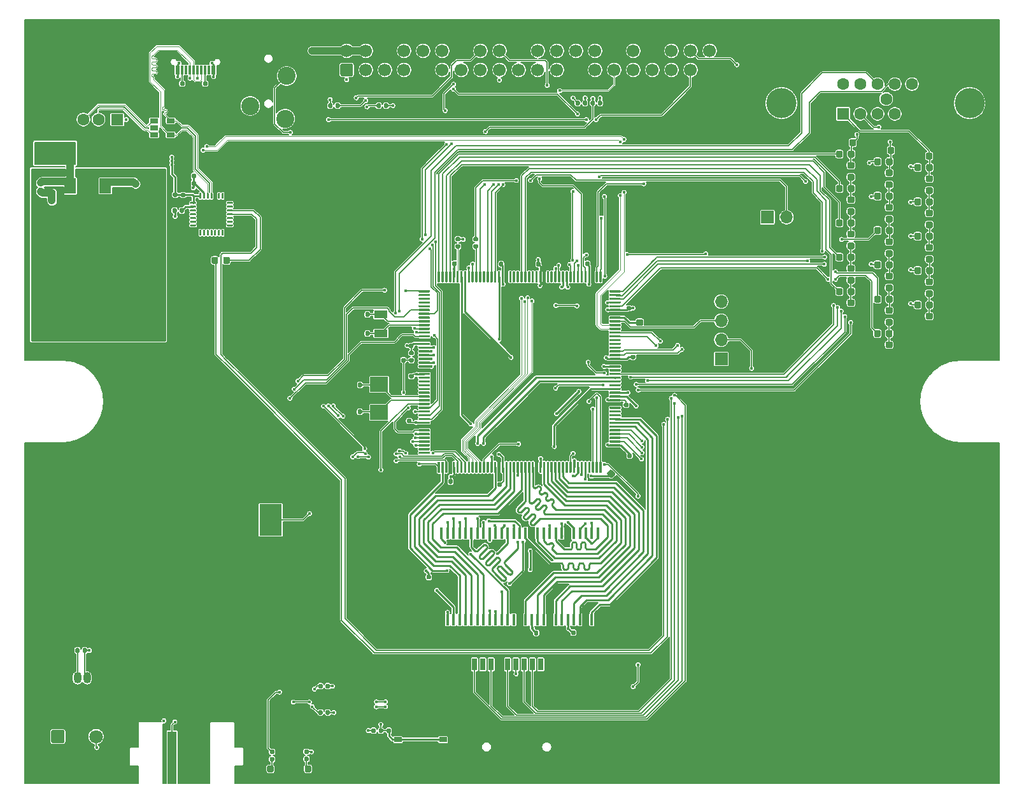
<source format=gtl>
%TF.GenerationSoftware,KiCad,Pcbnew,5.1.6*%
%TF.CreationDate,2020-07-31T05:07:53+02:00*%
%TF.ProjectId,CMM2-JLC,434d4d32-2d4a-44c4-932e-6b696361645f,B*%
%TF.SameCoordinates,Original*%
%TF.FileFunction,Copper,L1,Top*%
%TF.FilePolarity,Positive*%
%FSLAX46Y46*%
G04 Gerber Fmt 4.6, Leading zero omitted, Abs format (unit mm)*
G04 Created by KiCad (PCBNEW 5.1.6) date 2020-07-31 05:07:53*
%MOMM*%
%LPD*%
G01*
G04 APERTURE LIST*
%TA.AperFunction,SMDPad,CuDef*%
%ADD10R,0.600000X1.160000*%
%TD*%
%TA.AperFunction,SMDPad,CuDef*%
%ADD11R,0.300000X1.160000*%
%TD*%
%TA.AperFunction,ComponentPad*%
%ADD12O,0.900000X1.700000*%
%TD*%
%TA.AperFunction,ComponentPad*%
%ADD13O,0.900000X2.000000*%
%TD*%
%TA.AperFunction,ComponentPad*%
%ADD14C,1.700000*%
%TD*%
%TA.AperFunction,ComponentPad*%
%ADD15C,4.000000*%
%TD*%
%TA.AperFunction,ComponentPad*%
%ADD16C,1.600000*%
%TD*%
%TA.AperFunction,ComponentPad*%
%ADD17R,1.600000X1.600000*%
%TD*%
%TA.AperFunction,SMDPad,CuDef*%
%ADD18R,3.000000X4.200000*%
%TD*%
%TA.AperFunction,SMDPad,CuDef*%
%ADD19R,0.458000X1.510000*%
%TD*%
%TA.AperFunction,SMDPad,CuDef*%
%ADD20R,1.060000X0.650000*%
%TD*%
%TA.AperFunction,SMDPad,CuDef*%
%ADD21R,2.400000X2.000000*%
%TD*%
%TA.AperFunction,SMDPad,CuDef*%
%ADD22R,1.800000X1.000000*%
%TD*%
%TA.AperFunction,ComponentPad*%
%ADD23C,1.800000*%
%TD*%
%TA.AperFunction,SMDPad,CuDef*%
%ADD24R,1.500000X2.000000*%
%TD*%
%TA.AperFunction,SMDPad,CuDef*%
%ADD25R,3.800000X2.000000*%
%TD*%
%TA.AperFunction,ComponentPad*%
%ADD26R,1.050000X1.500000*%
%TD*%
%TA.AperFunction,ComponentPad*%
%ADD27O,1.050000X1.500000*%
%TD*%
%TA.AperFunction,SMDPad,CuDef*%
%ADD28R,3.350000X3.350000*%
%TD*%
%TA.AperFunction,SMDPad,CuDef*%
%ADD29R,1.000000X0.750000*%
%TD*%
%TA.AperFunction,ComponentPad*%
%ADD30O,1.700000X1.700000*%
%TD*%
%TA.AperFunction,ComponentPad*%
%ADD31R,1.700000X1.700000*%
%TD*%
%TA.AperFunction,SMDPad,CuDef*%
%ADD32R,0.700000X1.600000*%
%TD*%
%TA.AperFunction,SMDPad,CuDef*%
%ADD33R,1.200000X2.200000*%
%TD*%
%TA.AperFunction,SMDPad,CuDef*%
%ADD34R,1.200000X1.500000*%
%TD*%
%TA.AperFunction,SMDPad,CuDef*%
%ADD35R,1.600000X1.500000*%
%TD*%
%TA.AperFunction,ComponentPad*%
%ADD36R,1.600000X1.500000*%
%TD*%
%TA.AperFunction,ComponentPad*%
%ADD37C,3.000000*%
%TD*%
%TA.AperFunction,ComponentPad*%
%ADD38C,2.400000*%
%TD*%
%TA.AperFunction,SMDPad,CuDef*%
%ADD39R,1.270000X7.000000*%
%TD*%
%TA.AperFunction,ViaPad*%
%ADD40C,0.450000*%
%TD*%
%TA.AperFunction,Conductor*%
%ADD41C,0.289474*%
%TD*%
%TA.AperFunction,Conductor*%
%ADD42C,0.250000*%
%TD*%
%TA.AperFunction,Conductor*%
%ADD43C,1.000000*%
%TD*%
%TA.AperFunction,Conductor*%
%ADD44C,0.127000*%
%TD*%
%TA.AperFunction,Conductor*%
%ADD45C,0.500000*%
%TD*%
%TA.AperFunction,Conductor*%
%ADD46C,0.090000*%
%TD*%
%TA.AperFunction,Conductor*%
%ADD47C,0.254000*%
%TD*%
G04 APERTURE END LIST*
D10*
%TO.P,J4,A12*%
%TO.N,GND*%
X39700000Y-26910000D03*
%TO.P,J4,A9*%
%TO.N,+5V*%
X40500000Y-26910000D03*
%TO.P,J4,B1*%
%TO.N,GND*%
X39700000Y-26910000D03*
%TO.P,J4,B4*%
%TO.N,+5V*%
X40500000Y-26910000D03*
%TO.P,J4,B12*%
%TO.N,GND*%
X46100000Y-26910000D03*
%TO.P,J4,A1*%
X46100000Y-26910000D03*
%TO.P,J4,B9*%
%TO.N,+5V*%
X45300000Y-26910000D03*
%TO.P,J4,A4*%
X45300000Y-26910000D03*
D11*
%TO.P,J4,B5*%
%TO.N,Net-(J4-PadB5)*%
X41150000Y-26910000D03*
%TO.P,J4,B6*%
%TO.N,/USB_C_D+*%
X42150000Y-26910000D03*
%TO.P,J4,A8*%
%TO.N,Net-(J4-PadA8)*%
X41650000Y-26910000D03*
%TO.P,J4,A5*%
%TO.N,Net-(J4-PadA5)*%
X44150000Y-26910000D03*
%TO.P,J4,B8*%
%TO.N,Net-(J4-PadB8)*%
X44650000Y-26910000D03*
%TO.P,J4,A7*%
%TO.N,/USB_C_D-*%
X42650000Y-26910000D03*
%TO.P,J4,A6*%
%TO.N,/USB_C_D+*%
X43150000Y-26910000D03*
%TO.P,J4,B7*%
%TO.N,/USB_C_D-*%
X43650000Y-26910000D03*
D12*
%TO.P,J4,S1*%
%TO.N,GND*%
X38580000Y-22160000D03*
X47220000Y-22160000D03*
D13*
X38580000Y-26330000D03*
X47220000Y-26330000D03*
%TD*%
D14*
%TO.P,J3,40*%
%TO.N,/PB13*%
X111260000Y-24360000D03*
%TO.P,J3,38*%
%TO.N,/PB15*%
X108720000Y-24360000D03*
%TO.P,J3,36*%
%TO.N,/PC6*%
X106180000Y-24360000D03*
%TO.P,J3,34*%
%TO.N,GND*%
X103640000Y-24360000D03*
%TO.P,J3,32*%
%TO.N,/PI8*%
X101100000Y-24360000D03*
%TO.P,J3,30*%
%TO.N,GND*%
X98560000Y-24360000D03*
%TO.P,J3,28*%
%TO.N,/I2C2_SCL*%
X96020000Y-24360000D03*
%TO.P,J3,26*%
%TO.N,/PC5*%
X93480000Y-24360000D03*
%TO.P,J3,24*%
%TO.N,/PC4*%
X90940000Y-24360000D03*
%TO.P,J3,22*%
%TO.N,/PA7*%
X88400000Y-24360000D03*
%TO.P,J3,20*%
%TO.N,GND*%
X85860000Y-24360000D03*
%TO.P,J3,18*%
%TO.N,/PA15*%
X83320000Y-24360000D03*
%TO.P,J3,16*%
%TO.N,/PA0*%
X80780000Y-24360000D03*
%TO.P,J3,14*%
%TO.N,GND*%
X78240000Y-24360000D03*
%TO.P,J3,12*%
%TO.N,/PA6*%
X75700000Y-24360000D03*
%TO.P,J3,10*%
%TO.N,/PA3*%
X73160000Y-24360000D03*
%TO.P,J3,8*%
%TO.N,/PA2*%
X70620000Y-24360000D03*
%TO.P,J3,6*%
%TO.N,GND*%
X68080000Y-24360000D03*
%TO.P,J3,4*%
%TO.N,+5V*%
X65540000Y-24360000D03*
%TO.P,J3,2*%
X63000000Y-24360000D03*
%TO.P,J3,39*%
%TO.N,GND*%
X111260000Y-26900000D03*
%TO.P,J3,37*%
%TO.N,/PA1*%
X108720000Y-26900000D03*
%TO.P,J3,35*%
%TO.N,/PB14*%
X106180000Y-26900000D03*
%TO.P,J3,33*%
%TO.N,/PI3*%
X103640000Y-26900000D03*
%TO.P,J3,31*%
%TO.N,/PC7*%
X101100000Y-26900000D03*
%TO.P,J3,29*%
%TO.N,/PB0*%
X98560000Y-26900000D03*
%TO.P,J3,27*%
%TO.N,/I2C2_SDA*%
X96020000Y-26900000D03*
%TO.P,J3,25*%
%TO.N,GND*%
X93480000Y-26900000D03*
%TO.P,J3,23*%
%TO.N,/PB3*%
X90940000Y-26900000D03*
%TO.P,J3,21*%
%TO.N,/PB4*%
X88400000Y-26900000D03*
%TO.P,J3,19*%
%TO.N,/PB5*%
X85860000Y-26900000D03*
%TO.P,J3,17*%
%TO.N,+3V3*%
X83320000Y-26900000D03*
%TO.P,J3,15*%
%TO.N,/PC3*%
X80780000Y-26900000D03*
%TO.P,J3,13*%
%TO.N,/PC2*%
X78240000Y-26900000D03*
%TO.P,J3,11*%
%TO.N,/PH14*%
X75700000Y-26900000D03*
%TO.P,J3,9*%
%TO.N,GND*%
X73160000Y-26900000D03*
%TO.P,J3,7*%
%TO.N,/PC1*%
X70620000Y-26900000D03*
%TO.P,J3,5*%
%TO.N,/I2C1_SCL*%
X68080000Y-26900000D03*
%TO.P,J3,3*%
%TO.N,/I2C1_SDA*%
X65540000Y-26900000D03*
%TO.P,J3,1*%
%TO.N,+3V3*%
%TA.AperFunction,ComponentPad*%
G36*
G01*
X63600000Y-27750000D02*
X62400000Y-27750000D01*
G75*
G02*
X62150000Y-27500000I0J250000D01*
G01*
X62150000Y-26300000D01*
G75*
G02*
X62400000Y-26050000I250000J0D01*
G01*
X63600000Y-26050000D01*
G75*
G02*
X63850000Y-26300000I0J-250000D01*
G01*
X63850000Y-27500000D01*
G75*
G02*
X63600000Y-27750000I-250000J0D01*
G01*
G37*
%TD.AperFunction*%
%TD*%
%TO.P,C37,2*%
%TO.N,GND*%
%TA.AperFunction,SMDPad,CuDef*%
G36*
G01*
X95653500Y-52864800D02*
X95653500Y-52519800D01*
G75*
G02*
X95801000Y-52372300I147500J0D01*
G01*
X96096000Y-52372300D01*
G75*
G02*
X96243500Y-52519800I0J-147500D01*
G01*
X96243500Y-52864800D01*
G75*
G02*
X96096000Y-53012300I-147500J0D01*
G01*
X95801000Y-53012300D01*
G75*
G02*
X95653500Y-52864800I0J147500D01*
G01*
G37*
%TD.AperFunction*%
%TO.P,C37,1*%
%TO.N,+3V3*%
%TA.AperFunction,SMDPad,CuDef*%
G36*
G01*
X94683500Y-52864800D02*
X94683500Y-52519800D01*
G75*
G02*
X94831000Y-52372300I147500J0D01*
G01*
X95126000Y-52372300D01*
G75*
G02*
X95273500Y-52519800I0J-147500D01*
G01*
X95273500Y-52864800D01*
G75*
G02*
X95126000Y-53012300I-147500J0D01*
G01*
X94831000Y-53012300D01*
G75*
G02*
X94683500Y-52864800I0J147500D01*
G01*
G37*
%TD.AperFunction*%
%TD*%
%TO.P,C36,2*%
%TO.N,GND*%
%TA.AperFunction,SMDPad,CuDef*%
G36*
G01*
X71775100Y-66980300D02*
X71430100Y-66980300D01*
G75*
G02*
X71282600Y-66832800I0J147500D01*
G01*
X71282600Y-66537800D01*
G75*
G02*
X71430100Y-66390300I147500J0D01*
G01*
X71775100Y-66390300D01*
G75*
G02*
X71922600Y-66537800I0J-147500D01*
G01*
X71922600Y-66832800D01*
G75*
G02*
X71775100Y-66980300I-147500J0D01*
G01*
G37*
%TD.AperFunction*%
%TO.P,C36,1*%
%TO.N,+3V3*%
%TA.AperFunction,SMDPad,CuDef*%
G36*
G01*
X71775100Y-67950300D02*
X71430100Y-67950300D01*
G75*
G02*
X71282600Y-67802800I0J147500D01*
G01*
X71282600Y-67507800D01*
G75*
G02*
X71430100Y-67360300I147500J0D01*
G01*
X71775100Y-67360300D01*
G75*
G02*
X71922600Y-67507800I0J-147500D01*
G01*
X71922600Y-67802800D01*
G75*
G02*
X71775100Y-67950300I-147500J0D01*
G01*
G37*
%TD.AperFunction*%
%TD*%
%TO.P,C35,2*%
%TO.N,GND*%
%TA.AperFunction,SMDPad,CuDef*%
G36*
G01*
X99979700Y-72150600D02*
X100324700Y-72150600D01*
G75*
G02*
X100472200Y-72298100I0J-147500D01*
G01*
X100472200Y-72593100D01*
G75*
G02*
X100324700Y-72740600I-147500J0D01*
G01*
X99979700Y-72740600D01*
G75*
G02*
X99832200Y-72593100I0J147500D01*
G01*
X99832200Y-72298100D01*
G75*
G02*
X99979700Y-72150600I147500J0D01*
G01*
G37*
%TD.AperFunction*%
%TO.P,C35,1*%
%TO.N,+3V3*%
%TA.AperFunction,SMDPad,CuDef*%
G36*
G01*
X99979700Y-71180600D02*
X100324700Y-71180600D01*
G75*
G02*
X100472200Y-71328100I0J-147500D01*
G01*
X100472200Y-71623100D01*
G75*
G02*
X100324700Y-71770600I-147500J0D01*
G01*
X99979700Y-71770600D01*
G75*
G02*
X99832200Y-71623100I0J147500D01*
G01*
X99832200Y-71328100D01*
G75*
G02*
X99979700Y-71180600I147500J0D01*
G01*
G37*
%TD.AperFunction*%
%TD*%
%TO.P,C34,2*%
%TO.N,GND*%
%TA.AperFunction,SMDPad,CuDef*%
G36*
G01*
X78028300Y-52852100D02*
X78028300Y-52507100D01*
G75*
G02*
X78175800Y-52359600I147500J0D01*
G01*
X78470800Y-52359600D01*
G75*
G02*
X78618300Y-52507100I0J-147500D01*
G01*
X78618300Y-52852100D01*
G75*
G02*
X78470800Y-52999600I-147500J0D01*
G01*
X78175800Y-52999600D01*
G75*
G02*
X78028300Y-52852100I0J147500D01*
G01*
G37*
%TD.AperFunction*%
%TO.P,C34,1*%
%TO.N,+3V3*%
%TA.AperFunction,SMDPad,CuDef*%
G36*
G01*
X77058300Y-52852100D02*
X77058300Y-52507100D01*
G75*
G02*
X77205800Y-52359600I147500J0D01*
G01*
X77500800Y-52359600D01*
G75*
G02*
X77648300Y-52507100I0J-147500D01*
G01*
X77648300Y-52852100D01*
G75*
G02*
X77500800Y-52999600I-147500J0D01*
G01*
X77205800Y-52999600D01*
G75*
G02*
X77058300Y-52852100I0J147500D01*
G01*
G37*
%TD.AperFunction*%
%TD*%
%TO.P,C33,2*%
%TO.N,GND*%
%TA.AperFunction,SMDPad,CuDef*%
G36*
G01*
X100436900Y-78904600D02*
X100781900Y-78904600D01*
G75*
G02*
X100929400Y-79052100I0J-147500D01*
G01*
X100929400Y-79347100D01*
G75*
G02*
X100781900Y-79494600I-147500J0D01*
G01*
X100436900Y-79494600D01*
G75*
G02*
X100289400Y-79347100I0J147500D01*
G01*
X100289400Y-79052100D01*
G75*
G02*
X100436900Y-78904600I147500J0D01*
G01*
G37*
%TD.AperFunction*%
%TO.P,C33,1*%
%TO.N,+3V3*%
%TA.AperFunction,SMDPad,CuDef*%
G36*
G01*
X100436900Y-77934600D02*
X100781900Y-77934600D01*
G75*
G02*
X100929400Y-78082100I0J-147500D01*
G01*
X100929400Y-78377100D01*
G75*
G02*
X100781900Y-78524600I-147500J0D01*
G01*
X100436900Y-78524600D01*
G75*
G02*
X100289400Y-78377100I0J147500D01*
G01*
X100289400Y-78082100D01*
G75*
G02*
X100436900Y-77934600I147500J0D01*
G01*
G37*
%TD.AperFunction*%
%TD*%
%TO.P,C32,2*%
%TO.N,GND*%
%TA.AperFunction,SMDPad,CuDef*%
G36*
G01*
X84213200Y-52915600D02*
X84213200Y-52570600D01*
G75*
G02*
X84360700Y-52423100I147500J0D01*
G01*
X84655700Y-52423100D01*
G75*
G02*
X84803200Y-52570600I0J-147500D01*
G01*
X84803200Y-52915600D01*
G75*
G02*
X84655700Y-53063100I-147500J0D01*
G01*
X84360700Y-53063100D01*
G75*
G02*
X84213200Y-52915600I0J147500D01*
G01*
G37*
%TD.AperFunction*%
%TO.P,C32,1*%
%TO.N,+3V3*%
%TA.AperFunction,SMDPad,CuDef*%
G36*
G01*
X83243200Y-52915600D02*
X83243200Y-52570600D01*
G75*
G02*
X83390700Y-52423100I147500J0D01*
G01*
X83685700Y-52423100D01*
G75*
G02*
X83833200Y-52570600I0J-147500D01*
G01*
X83833200Y-52915600D01*
G75*
G02*
X83685700Y-53063100I-147500J0D01*
G01*
X83390700Y-53063100D01*
G75*
G02*
X83243200Y-52915600I0J147500D01*
G01*
G37*
%TD.AperFunction*%
%TD*%
%TO.P,C30,2*%
%TO.N,GND*%
%TA.AperFunction,SMDPad,CuDef*%
G36*
G01*
X77482200Y-81846200D02*
X77482200Y-81501200D01*
G75*
G02*
X77629700Y-81353700I147500J0D01*
G01*
X77924700Y-81353700D01*
G75*
G02*
X78072200Y-81501200I0J-147500D01*
G01*
X78072200Y-81846200D01*
G75*
G02*
X77924700Y-81993700I-147500J0D01*
G01*
X77629700Y-81993700D01*
G75*
G02*
X77482200Y-81846200I0J147500D01*
G01*
G37*
%TD.AperFunction*%
%TO.P,C30,1*%
%TO.N,+3V3*%
%TA.AperFunction,SMDPad,CuDef*%
G36*
G01*
X76512200Y-81846200D02*
X76512200Y-81501200D01*
G75*
G02*
X76659700Y-81353700I147500J0D01*
G01*
X76954700Y-81353700D01*
G75*
G02*
X77102200Y-81501200I0J-147500D01*
G01*
X77102200Y-81846200D01*
G75*
G02*
X76954700Y-81993700I-147500J0D01*
G01*
X76659700Y-81993700D01*
G75*
G02*
X76512200Y-81846200I0J147500D01*
G01*
G37*
%TD.AperFunction*%
%TD*%
%TO.P,C29,2*%
%TO.N,GND*%
%TA.AperFunction,SMDPad,CuDef*%
G36*
G01*
X100881400Y-65772800D02*
X101226400Y-65772800D01*
G75*
G02*
X101373900Y-65920300I0J-147500D01*
G01*
X101373900Y-66215300D01*
G75*
G02*
X101226400Y-66362800I-147500J0D01*
G01*
X100881400Y-66362800D01*
G75*
G02*
X100733900Y-66215300I0J147500D01*
G01*
X100733900Y-65920300D01*
G75*
G02*
X100881400Y-65772800I147500J0D01*
G01*
G37*
%TD.AperFunction*%
%TO.P,C29,1*%
%TO.N,+3V3*%
%TA.AperFunction,SMDPad,CuDef*%
G36*
G01*
X100881400Y-64802800D02*
X101226400Y-64802800D01*
G75*
G02*
X101373900Y-64950300I0J-147500D01*
G01*
X101373900Y-65245300D01*
G75*
G02*
X101226400Y-65392800I-147500J0D01*
G01*
X100881400Y-65392800D01*
G75*
G02*
X100733900Y-65245300I0J147500D01*
G01*
X100733900Y-64950300D01*
G75*
G02*
X100881400Y-64802800I147500J0D01*
G01*
G37*
%TD.AperFunction*%
%TD*%
%TO.P,C28,2*%
%TO.N,GND*%
%TA.AperFunction,SMDPad,CuDef*%
G36*
G01*
X83509900Y-81409900D02*
X83164900Y-81409900D01*
G75*
G02*
X83017400Y-81262400I0J147500D01*
G01*
X83017400Y-80967400D01*
G75*
G02*
X83164900Y-80819900I147500J0D01*
G01*
X83509900Y-80819900D01*
G75*
G02*
X83657400Y-80967400I0J-147500D01*
G01*
X83657400Y-81262400D01*
G75*
G02*
X83509900Y-81409900I-147500J0D01*
G01*
G37*
%TD.AperFunction*%
%TO.P,C28,1*%
%TO.N,+3V3*%
%TA.AperFunction,SMDPad,CuDef*%
G36*
G01*
X83509900Y-82379900D02*
X83164900Y-82379900D01*
G75*
G02*
X83017400Y-82232400I0J147500D01*
G01*
X83017400Y-81937400D01*
G75*
G02*
X83164900Y-81789900I147500J0D01*
G01*
X83509900Y-81789900D01*
G75*
G02*
X83657400Y-81937400I0J-147500D01*
G01*
X83657400Y-82232400D01*
G75*
G02*
X83509900Y-82379900I-147500J0D01*
G01*
G37*
%TD.AperFunction*%
%TD*%
%TO.P,C27,2*%
%TO.N,GND*%
%TA.AperFunction,SMDPad,CuDef*%
G36*
G01*
X71138000Y-74256400D02*
X71483000Y-74256400D01*
G75*
G02*
X71630500Y-74403900I0J-147500D01*
G01*
X71630500Y-74698900D01*
G75*
G02*
X71483000Y-74846400I-147500J0D01*
G01*
X71138000Y-74846400D01*
G75*
G02*
X70990500Y-74698900I0J147500D01*
G01*
X70990500Y-74403900D01*
G75*
G02*
X71138000Y-74256400I147500J0D01*
G01*
G37*
%TD.AperFunction*%
%TO.P,C27,1*%
%TO.N,+3V3*%
%TA.AperFunction,SMDPad,CuDef*%
G36*
G01*
X71138000Y-73286400D02*
X71483000Y-73286400D01*
G75*
G02*
X71630500Y-73433900I0J-147500D01*
G01*
X71630500Y-73728900D01*
G75*
G02*
X71483000Y-73876400I-147500J0D01*
G01*
X71138000Y-73876400D01*
G75*
G02*
X70990500Y-73728900I0J147500D01*
G01*
X70990500Y-73433900D01*
G75*
G02*
X71138000Y-73286400I147500J0D01*
G01*
G37*
%TD.AperFunction*%
%TD*%
%TO.P,C26,2*%
%TO.N,GND*%
%TA.AperFunction,SMDPad,CuDef*%
G36*
G01*
X100335300Y-59270400D02*
X100680300Y-59270400D01*
G75*
G02*
X100827800Y-59417900I0J-147500D01*
G01*
X100827800Y-59712900D01*
G75*
G02*
X100680300Y-59860400I-147500J0D01*
G01*
X100335300Y-59860400D01*
G75*
G02*
X100187800Y-59712900I0J147500D01*
G01*
X100187800Y-59417900D01*
G75*
G02*
X100335300Y-59270400I147500J0D01*
G01*
G37*
%TD.AperFunction*%
%TO.P,C26,1*%
%TO.N,+3V3*%
%TA.AperFunction,SMDPad,CuDef*%
G36*
G01*
X100335300Y-58300400D02*
X100680300Y-58300400D01*
G75*
G02*
X100827800Y-58447900I0J-147500D01*
G01*
X100827800Y-58742900D01*
G75*
G02*
X100680300Y-58890400I-147500J0D01*
G01*
X100335300Y-58890400D01*
G75*
G02*
X100187800Y-58742900I0J147500D01*
G01*
X100187800Y-58447900D01*
G75*
G02*
X100335300Y-58300400I147500J0D01*
G01*
G37*
%TD.AperFunction*%
%TD*%
%TO.P,C25,2*%
%TO.N,GND*%
%TA.AperFunction,SMDPad,CuDef*%
G36*
G01*
X71749700Y-62929000D02*
X71404700Y-62929000D01*
G75*
G02*
X71257200Y-62781500I0J147500D01*
G01*
X71257200Y-62486500D01*
G75*
G02*
X71404700Y-62339000I147500J0D01*
G01*
X71749700Y-62339000D01*
G75*
G02*
X71897200Y-62486500I0J-147500D01*
G01*
X71897200Y-62781500D01*
G75*
G02*
X71749700Y-62929000I-147500J0D01*
G01*
G37*
%TD.AperFunction*%
%TO.P,C25,1*%
%TO.N,+3V3*%
%TA.AperFunction,SMDPad,CuDef*%
G36*
G01*
X71749700Y-63899000D02*
X71404700Y-63899000D01*
G75*
G02*
X71257200Y-63751500I0J147500D01*
G01*
X71257200Y-63456500D01*
G75*
G02*
X71404700Y-63309000I147500J0D01*
G01*
X71749700Y-63309000D01*
G75*
G02*
X71897200Y-63456500I0J-147500D01*
G01*
X71897200Y-63751500D01*
G75*
G02*
X71749700Y-63899000I-147500J0D01*
G01*
G37*
%TD.AperFunction*%
%TD*%
%TO.P,C24,2*%
%TO.N,GND*%
%TA.AperFunction,SMDPad,CuDef*%
G36*
G01*
X89166200Y-52902900D02*
X89166200Y-52557900D01*
G75*
G02*
X89313700Y-52410400I147500J0D01*
G01*
X89608700Y-52410400D01*
G75*
G02*
X89756200Y-52557900I0J-147500D01*
G01*
X89756200Y-52902900D01*
G75*
G02*
X89608700Y-53050400I-147500J0D01*
G01*
X89313700Y-53050400D01*
G75*
G02*
X89166200Y-52902900I0J147500D01*
G01*
G37*
%TD.AperFunction*%
%TO.P,C24,1*%
%TO.N,+3V3*%
%TA.AperFunction,SMDPad,CuDef*%
G36*
G01*
X88196200Y-52902900D02*
X88196200Y-52557900D01*
G75*
G02*
X88343700Y-52410400I147500J0D01*
G01*
X88638700Y-52410400D01*
G75*
G02*
X88786200Y-52557900I0J-147500D01*
G01*
X88786200Y-52902900D01*
G75*
G02*
X88638700Y-53050400I-147500J0D01*
G01*
X88343700Y-53050400D01*
G75*
G02*
X88196200Y-52902900I0J147500D01*
G01*
G37*
%TD.AperFunction*%
%TD*%
D15*
%TO.P,J2,0*%
%TO.N,N/C*%
X120815000Y-31330000D03*
X145815000Y-31330000D03*
D16*
%TO.P,J2,15*%
%TO.N,Net-(J2-Pad15)*%
X138160000Y-28790000D03*
%TO.P,J2,14*%
%TO.N,/PI9*%
X135870000Y-28790000D03*
%TO.P,J2,13*%
%TO.N,/PI10*%
X133580000Y-28790000D03*
%TO.P,J2,12*%
%TO.N,Net-(J2-Pad12)*%
X131290000Y-28790000D03*
%TO.P,J2,11*%
%TO.N,Net-(J2-Pad11)*%
X129000000Y-28790000D03*
%TO.P,J2,10*%
%TO.N,GND*%
X137015000Y-30770000D03*
%TO.P,J2,9*%
%TO.N,Net-(J2-Pad9)*%
X134725000Y-30770000D03*
%TO.P,J2,8*%
%TO.N,GND*%
X132435000Y-30770000D03*
%TO.P,J2,7*%
X130145000Y-30770000D03*
%TO.P,J2,6*%
X127855000Y-30770000D03*
%TO.P,J2,5*%
X138160000Y-32750000D03*
%TO.P,J2,4*%
%TO.N,Net-(J2-Pad4)*%
X135870000Y-32750000D03*
%TO.P,J2,3*%
%TO.N,/VGA_BLUE*%
X133580000Y-32750000D03*
%TO.P,J2,2*%
%TO.N,/VGA_GREEN*%
X131290000Y-32750000D03*
D17*
%TO.P,J2,1*%
%TO.N,/VGA_RED*%
X129000000Y-32750000D03*
%TD*%
D18*
%TO.P,BT1,1*%
%TO.N,/VBAT*%
X52900000Y-86800000D03*
%TO.P,BT1,2*%
%TO.N,GND*%
X23900000Y-86800000D03*
%TD*%
D19*
%TO.P,U2,54*%
%TO.N,GND*%
X96400000Y-100050000D03*
%TO.P,U2,53*%
%TO.N,/PD10*%
X95600000Y-100050000D03*
%TO.P,U2,52*%
%TO.N,GND*%
X94800000Y-100050000D03*
%TO.P,U2,51*%
%TO.N,/PD9*%
X94000000Y-100050000D03*
%TO.P,U2,50*%
%TO.N,/PD8*%
X93200000Y-100050000D03*
%TO.P,U2,49*%
%TO.N,+3V3*%
X92400000Y-100050000D03*
%TO.P,U2,48*%
%TO.N,/PE15*%
X91600000Y-100050000D03*
%TO.P,U2,47*%
%TO.N,/PE14*%
X90800000Y-100050000D03*
%TO.P,U2,46*%
%TO.N,GND*%
X90000000Y-100050000D03*
%TO.P,U2,45*%
%TO.N,/PE13*%
X89200000Y-100050000D03*
%TO.P,U2,44*%
%TO.N,/PE12*%
X88400000Y-100050000D03*
%TO.P,U2,43*%
%TO.N,+3V3*%
X87600000Y-100050000D03*
%TO.P,U2,42*%
%TO.N,/PE11*%
X86800000Y-100050000D03*
%TO.P,U2,41*%
%TO.N,GND*%
X86000000Y-100050000D03*
%TO.P,U2,40*%
%TO.N,N/C*%
X85200000Y-100050000D03*
%TO.P,U2,39*%
%TO.N,/PE1*%
X84400000Y-100050000D03*
%TO.P,U2,38*%
%TO.N,/PG8*%
X83600000Y-100050000D03*
%TO.P,U2,37*%
%TO.N,/PH7*%
X82800000Y-100050000D03*
%TO.P,U2,36*%
%TO.N,/PG2*%
X82000000Y-100050000D03*
%TO.P,U2,35*%
%TO.N,/PG1*%
X81200000Y-100050000D03*
%TO.P,U2,34*%
%TO.N,/PF15*%
X80400000Y-100050000D03*
%TO.P,U2,33*%
%TO.N,/PF14*%
X79600000Y-100050000D03*
%TO.P,U2,32*%
%TO.N,/PF13*%
X78800000Y-100050000D03*
%TO.P,U2,31*%
%TO.N,/PF12*%
X78000000Y-100050000D03*
%TO.P,U2,30*%
%TO.N,/PF5*%
X77200000Y-100050000D03*
%TO.P,U2,29*%
%TO.N,/PF4*%
X76400000Y-100050000D03*
%TO.P,U2,28*%
%TO.N,GND*%
X75600000Y-100050000D03*
%TO.P,U2,27*%
%TO.N,+3V3*%
X75600000Y-88550000D03*
%TO.P,U2,26*%
%TO.N,/PF3*%
X76400000Y-88550000D03*
%TO.P,U2,25*%
%TO.N,/PF2*%
X77200000Y-88550000D03*
%TO.P,U2,24*%
%TO.N,/PF1*%
X78000000Y-88550000D03*
%TO.P,U2,23*%
%TO.N,/PF0*%
X78800000Y-88550000D03*
%TO.P,U2,22*%
%TO.N,/PG0*%
X79600000Y-88550000D03*
%TO.P,U2,21*%
%TO.N,/PG5*%
X80400000Y-88550000D03*
%TO.P,U2,20*%
%TO.N,/PG4*%
X81200000Y-88550000D03*
%TO.P,U2,19*%
%TO.N,/PH6*%
X82000000Y-88550000D03*
%TO.P,U2,18*%
%TO.N,/PF11*%
X82800000Y-88550000D03*
%TO.P,U2,17*%
%TO.N,/PG15*%
X83600000Y-88550000D03*
%TO.P,U2,16*%
%TO.N,/PH5*%
X84400000Y-88550000D03*
%TO.P,U2,15*%
%TO.N,/PE0*%
X85200000Y-88550000D03*
%TO.P,U2,14*%
%TO.N,+3V3*%
X86000000Y-88550000D03*
%TO.P,U2,13*%
%TO.N,/PE10*%
X86800000Y-88550000D03*
%TO.P,U2,12*%
%TO.N,GND*%
X87600000Y-88550000D03*
%TO.P,U2,11*%
%TO.N,/PE9*%
X88400000Y-88550000D03*
%TO.P,U2,10*%
%TO.N,/PE8*%
X89200000Y-88550000D03*
%TO.P,U2,9*%
%TO.N,+3V3*%
X90000000Y-88550000D03*
%TO.P,U2,8*%
%TO.N,/PE7*%
X90800000Y-88550000D03*
%TO.P,U2,7*%
%TO.N,/PD1*%
X91600000Y-88550000D03*
%TO.P,U2,6*%
%TO.N,GND*%
X92400000Y-88550000D03*
%TO.P,U2,5*%
%TO.N,/PD0*%
X93200000Y-88550000D03*
%TO.P,U2,4*%
%TO.N,/PD15*%
X94000000Y-88550000D03*
%TO.P,U2,3*%
%TO.N,+3V3*%
X94800000Y-88550000D03*
%TO.P,U2,2*%
%TO.N,/PD14*%
X95600000Y-88550000D03*
%TO.P,U2,1*%
%TO.N,+3V3*%
X96400000Y-88550000D03*
%TD*%
D20*
%TO.P,U3,5*%
%TO.N,+5V*%
X37400000Y-34600000D03*
%TO.P,U3,6*%
%TO.N,/USB_HOST_D-*%
X37400000Y-35550000D03*
%TO.P,U3,4*%
%TO.N,/USB_HOST_D+*%
X37400000Y-33650000D03*
%TO.P,U3,3*%
%TO.N,/USB_C_D+*%
X39600000Y-33650000D03*
%TO.P,U3,2*%
%TO.N,GND*%
X39600000Y-34600000D03*
%TO.P,U3,1*%
%TO.N,/USB_C_D-*%
X39600000Y-35550000D03*
%TD*%
D21*
%TO.P,Y2,2*%
%TO.N,/PH1*%
X67310000Y-72462000D03*
%TO.P,Y2,1*%
%TO.N,/PH0*%
X67310000Y-68762000D03*
%TD*%
D22*
%TO.P,Y1,2*%
%TO.N,/PC15*%
X67564000Y-61956000D03*
%TO.P,Y1,1*%
%TO.N,/PC14*%
X67564000Y-59456000D03*
%TD*%
D23*
%TO.P,U7,3*%
%TO.N,+3V3*%
X29680000Y-115600000D03*
%TO.P,U7,2*%
%TO.N,GND*%
X27140000Y-115600000D03*
%TO.P,U7,1*%
%TO.N,/PB12*%
%TA.AperFunction,ComponentPad*%
G36*
G01*
X23700000Y-116251600D02*
X23700000Y-114948400D01*
G75*
G02*
X23948400Y-114700000I248400J0D01*
G01*
X25251600Y-114700000D01*
G75*
G02*
X25500000Y-114948400I0J-248400D01*
G01*
X25500000Y-116251600D01*
G75*
G02*
X25251600Y-116500000I-248400J0D01*
G01*
X23948400Y-116500000D01*
G75*
G02*
X23700000Y-116251600I0J248400D01*
G01*
G37*
%TD.AperFunction*%
%TD*%
D24*
%TO.P,U6,1*%
%TO.N,GND*%
X30860600Y-42319200D03*
%TO.P,U6,3*%
%TO.N,+5V*%
X26260600Y-42319200D03*
%TO.P,U6,2*%
%TO.N,+3V3*%
X28560600Y-42319200D03*
D25*
X28560600Y-48619200D03*
%TD*%
D26*
%TO.P,U5,1*%
%TO.N,GND*%
X25930000Y-107800000D03*
D27*
%TO.P,U5,3*%
%TO.N,+3V3*%
X28470000Y-107800000D03*
%TO.P,U5,2*%
%TO.N,/PE2*%
X27200000Y-107800000D03*
%TD*%
D28*
%TO.P,U4,29*%
%TO.N,GND*%
X45021500Y-46101000D03*
%TO.P,U4,28*%
%TO.N,Net-(U4-Pad28)*%
%TA.AperFunction,SMDPad,CuDef*%
G36*
G01*
X47134000Y-44476000D02*
X47809000Y-44476000D01*
G75*
G02*
X47871500Y-44538500I0J-62500D01*
G01*
X47871500Y-44663500D01*
G75*
G02*
X47809000Y-44726000I-62500J0D01*
G01*
X47134000Y-44726000D01*
G75*
G02*
X47071500Y-44663500I0J62500D01*
G01*
X47071500Y-44538500D01*
G75*
G02*
X47134000Y-44476000I62500J0D01*
G01*
G37*
%TD.AperFunction*%
%TO.P,U4,27*%
%TO.N,Net-(U4-Pad27)*%
%TA.AperFunction,SMDPad,CuDef*%
G36*
G01*
X47134000Y-44976000D02*
X47809000Y-44976000D01*
G75*
G02*
X47871500Y-45038500I0J-62500D01*
G01*
X47871500Y-45163500D01*
G75*
G02*
X47809000Y-45226000I-62500J0D01*
G01*
X47134000Y-45226000D01*
G75*
G02*
X47071500Y-45163500I0J62500D01*
G01*
X47071500Y-45038500D01*
G75*
G02*
X47134000Y-44976000I62500J0D01*
G01*
G37*
%TD.AperFunction*%
%TO.P,U4,26*%
%TO.N,Net-(R50-Pad2)*%
%TA.AperFunction,SMDPad,CuDef*%
G36*
G01*
X47134000Y-45476000D02*
X47809000Y-45476000D01*
G75*
G02*
X47871500Y-45538500I0J-62500D01*
G01*
X47871500Y-45663500D01*
G75*
G02*
X47809000Y-45726000I-62500J0D01*
G01*
X47134000Y-45726000D01*
G75*
G02*
X47071500Y-45663500I0J62500D01*
G01*
X47071500Y-45538500D01*
G75*
G02*
X47134000Y-45476000I62500J0D01*
G01*
G37*
%TD.AperFunction*%
%TO.P,U4,25*%
%TO.N,/PA9*%
%TA.AperFunction,SMDPad,CuDef*%
G36*
G01*
X47134000Y-45976000D02*
X47809000Y-45976000D01*
G75*
G02*
X47871500Y-46038500I0J-62500D01*
G01*
X47871500Y-46163500D01*
G75*
G02*
X47809000Y-46226000I-62500J0D01*
G01*
X47134000Y-46226000D01*
G75*
G02*
X47071500Y-46163500I0J62500D01*
G01*
X47071500Y-46038500D01*
G75*
G02*
X47134000Y-45976000I62500J0D01*
G01*
G37*
%TD.AperFunction*%
%TO.P,U4,24*%
%TO.N,Net-(U4-Pad24)*%
%TA.AperFunction,SMDPad,CuDef*%
G36*
G01*
X47134000Y-46476000D02*
X47809000Y-46476000D01*
G75*
G02*
X47871500Y-46538500I0J-62500D01*
G01*
X47871500Y-46663500D01*
G75*
G02*
X47809000Y-46726000I-62500J0D01*
G01*
X47134000Y-46726000D01*
G75*
G02*
X47071500Y-46663500I0J62500D01*
G01*
X47071500Y-46538500D01*
G75*
G02*
X47134000Y-46476000I62500J0D01*
G01*
G37*
%TD.AperFunction*%
%TO.P,U4,23*%
%TO.N,Net-(U4-Pad23)*%
%TA.AperFunction,SMDPad,CuDef*%
G36*
G01*
X47134000Y-46976000D02*
X47809000Y-46976000D01*
G75*
G02*
X47871500Y-47038500I0J-62500D01*
G01*
X47871500Y-47163500D01*
G75*
G02*
X47809000Y-47226000I-62500J0D01*
G01*
X47134000Y-47226000D01*
G75*
G02*
X47071500Y-47163500I0J62500D01*
G01*
X47071500Y-47038500D01*
G75*
G02*
X47134000Y-46976000I62500J0D01*
G01*
G37*
%TD.AperFunction*%
%TO.P,U4,22*%
%TO.N,Net-(U4-Pad22)*%
%TA.AperFunction,SMDPad,CuDef*%
G36*
G01*
X47134000Y-47476000D02*
X47809000Y-47476000D01*
G75*
G02*
X47871500Y-47538500I0J-62500D01*
G01*
X47871500Y-47663500D01*
G75*
G02*
X47809000Y-47726000I-62500J0D01*
G01*
X47134000Y-47726000D01*
G75*
G02*
X47071500Y-47663500I0J62500D01*
G01*
X47071500Y-47538500D01*
G75*
G02*
X47134000Y-47476000I62500J0D01*
G01*
G37*
%TD.AperFunction*%
%TO.P,U4,21*%
%TO.N,Net-(U4-Pad21)*%
%TA.AperFunction,SMDPad,CuDef*%
G36*
G01*
X46459000Y-48151000D02*
X46584000Y-48151000D01*
G75*
G02*
X46646500Y-48213500I0J-62500D01*
G01*
X46646500Y-48888500D01*
G75*
G02*
X46584000Y-48951000I-62500J0D01*
G01*
X46459000Y-48951000D01*
G75*
G02*
X46396500Y-48888500I0J62500D01*
G01*
X46396500Y-48213500D01*
G75*
G02*
X46459000Y-48151000I62500J0D01*
G01*
G37*
%TD.AperFunction*%
%TO.P,U4,20*%
%TO.N,Net-(U4-Pad20)*%
%TA.AperFunction,SMDPad,CuDef*%
G36*
G01*
X45959000Y-48151000D02*
X46084000Y-48151000D01*
G75*
G02*
X46146500Y-48213500I0J-62500D01*
G01*
X46146500Y-48888500D01*
G75*
G02*
X46084000Y-48951000I-62500J0D01*
G01*
X45959000Y-48951000D01*
G75*
G02*
X45896500Y-48888500I0J62500D01*
G01*
X45896500Y-48213500D01*
G75*
G02*
X45959000Y-48151000I62500J0D01*
G01*
G37*
%TD.AperFunction*%
%TO.P,U4,19*%
%TO.N,Net-(U4-Pad19)*%
%TA.AperFunction,SMDPad,CuDef*%
G36*
G01*
X45459000Y-48151000D02*
X45584000Y-48151000D01*
G75*
G02*
X45646500Y-48213500I0J-62500D01*
G01*
X45646500Y-48888500D01*
G75*
G02*
X45584000Y-48951000I-62500J0D01*
G01*
X45459000Y-48951000D01*
G75*
G02*
X45396500Y-48888500I0J62500D01*
G01*
X45396500Y-48213500D01*
G75*
G02*
X45459000Y-48151000I62500J0D01*
G01*
G37*
%TD.AperFunction*%
%TO.P,U4,18*%
%TO.N,Net-(U4-Pad18)*%
%TA.AperFunction,SMDPad,CuDef*%
G36*
G01*
X44959000Y-48151000D02*
X45084000Y-48151000D01*
G75*
G02*
X45146500Y-48213500I0J-62500D01*
G01*
X45146500Y-48888500D01*
G75*
G02*
X45084000Y-48951000I-62500J0D01*
G01*
X44959000Y-48951000D01*
G75*
G02*
X44896500Y-48888500I0J62500D01*
G01*
X44896500Y-48213500D01*
G75*
G02*
X44959000Y-48151000I62500J0D01*
G01*
G37*
%TD.AperFunction*%
%TO.P,U4,17*%
%TO.N,Net-(U4-Pad17)*%
%TA.AperFunction,SMDPad,CuDef*%
G36*
G01*
X44459000Y-48151000D02*
X44584000Y-48151000D01*
G75*
G02*
X44646500Y-48213500I0J-62500D01*
G01*
X44646500Y-48888500D01*
G75*
G02*
X44584000Y-48951000I-62500J0D01*
G01*
X44459000Y-48951000D01*
G75*
G02*
X44396500Y-48888500I0J62500D01*
G01*
X44396500Y-48213500D01*
G75*
G02*
X44459000Y-48151000I62500J0D01*
G01*
G37*
%TD.AperFunction*%
%TO.P,U4,16*%
%TO.N,Net-(U4-Pad16)*%
%TA.AperFunction,SMDPad,CuDef*%
G36*
G01*
X43959000Y-48151000D02*
X44084000Y-48151000D01*
G75*
G02*
X44146500Y-48213500I0J-62500D01*
G01*
X44146500Y-48888500D01*
G75*
G02*
X44084000Y-48951000I-62500J0D01*
G01*
X43959000Y-48951000D01*
G75*
G02*
X43896500Y-48888500I0J62500D01*
G01*
X43896500Y-48213500D01*
G75*
G02*
X43959000Y-48151000I62500J0D01*
G01*
G37*
%TD.AperFunction*%
%TO.P,U4,15*%
%TO.N,Net-(U4-Pad15)*%
%TA.AperFunction,SMDPad,CuDef*%
G36*
G01*
X43459000Y-48151000D02*
X43584000Y-48151000D01*
G75*
G02*
X43646500Y-48213500I0J-62500D01*
G01*
X43646500Y-48888500D01*
G75*
G02*
X43584000Y-48951000I-62500J0D01*
G01*
X43459000Y-48951000D01*
G75*
G02*
X43396500Y-48888500I0J62500D01*
G01*
X43396500Y-48213500D01*
G75*
G02*
X43459000Y-48151000I62500J0D01*
G01*
G37*
%TD.AperFunction*%
%TO.P,U4,14*%
%TO.N,Net-(U4-Pad14)*%
%TA.AperFunction,SMDPad,CuDef*%
G36*
G01*
X42234000Y-47476000D02*
X42909000Y-47476000D01*
G75*
G02*
X42971500Y-47538500I0J-62500D01*
G01*
X42971500Y-47663500D01*
G75*
G02*
X42909000Y-47726000I-62500J0D01*
G01*
X42234000Y-47726000D01*
G75*
G02*
X42171500Y-47663500I0J62500D01*
G01*
X42171500Y-47538500D01*
G75*
G02*
X42234000Y-47476000I62500J0D01*
G01*
G37*
%TD.AperFunction*%
%TO.P,U4,13*%
%TO.N,Net-(U4-Pad13)*%
%TA.AperFunction,SMDPad,CuDef*%
G36*
G01*
X42234000Y-46976000D02*
X42909000Y-46976000D01*
G75*
G02*
X42971500Y-47038500I0J-62500D01*
G01*
X42971500Y-47163500D01*
G75*
G02*
X42909000Y-47226000I-62500J0D01*
G01*
X42234000Y-47226000D01*
G75*
G02*
X42171500Y-47163500I0J62500D01*
G01*
X42171500Y-47038500D01*
G75*
G02*
X42234000Y-46976000I62500J0D01*
G01*
G37*
%TD.AperFunction*%
%TO.P,U4,12*%
%TO.N,Net-(U4-Pad12)*%
%TA.AperFunction,SMDPad,CuDef*%
G36*
G01*
X42234000Y-46476000D02*
X42909000Y-46476000D01*
G75*
G02*
X42971500Y-46538500I0J-62500D01*
G01*
X42971500Y-46663500D01*
G75*
G02*
X42909000Y-46726000I-62500J0D01*
G01*
X42234000Y-46726000D01*
G75*
G02*
X42171500Y-46663500I0J62500D01*
G01*
X42171500Y-46538500D01*
G75*
G02*
X42234000Y-46476000I62500J0D01*
G01*
G37*
%TD.AperFunction*%
%TO.P,U4,11*%
%TO.N,Net-(U4-Pad11)*%
%TA.AperFunction,SMDPad,CuDef*%
G36*
G01*
X42234000Y-45976000D02*
X42909000Y-45976000D01*
G75*
G02*
X42971500Y-46038500I0J-62500D01*
G01*
X42971500Y-46163500D01*
G75*
G02*
X42909000Y-46226000I-62500J0D01*
G01*
X42234000Y-46226000D01*
G75*
G02*
X42171500Y-46163500I0J62500D01*
G01*
X42171500Y-46038500D01*
G75*
G02*
X42234000Y-45976000I62500J0D01*
G01*
G37*
%TD.AperFunction*%
%TO.P,U4,10*%
%TO.N,Net-(U4-Pad10)*%
%TA.AperFunction,SMDPad,CuDef*%
G36*
G01*
X42234000Y-45476000D02*
X42909000Y-45476000D01*
G75*
G02*
X42971500Y-45538500I0J-62500D01*
G01*
X42971500Y-45663500D01*
G75*
G02*
X42909000Y-45726000I-62500J0D01*
G01*
X42234000Y-45726000D01*
G75*
G02*
X42171500Y-45663500I0J62500D01*
G01*
X42171500Y-45538500D01*
G75*
G02*
X42234000Y-45476000I62500J0D01*
G01*
G37*
%TD.AperFunction*%
%TO.P,U4,9*%
%TO.N,Net-(R46-Pad1)*%
%TA.AperFunction,SMDPad,CuDef*%
G36*
G01*
X42234000Y-44976000D02*
X42909000Y-44976000D01*
G75*
G02*
X42971500Y-45038500I0J-62500D01*
G01*
X42971500Y-45163500D01*
G75*
G02*
X42909000Y-45226000I-62500J0D01*
G01*
X42234000Y-45226000D01*
G75*
G02*
X42171500Y-45163500I0J62500D01*
G01*
X42171500Y-45038500D01*
G75*
G02*
X42234000Y-44976000I62500J0D01*
G01*
G37*
%TD.AperFunction*%
%TO.P,U4,8*%
%TO.N,+5V*%
%TA.AperFunction,SMDPad,CuDef*%
G36*
G01*
X42234000Y-44476000D02*
X42909000Y-44476000D01*
G75*
G02*
X42971500Y-44538500I0J-62500D01*
G01*
X42971500Y-44663500D01*
G75*
G02*
X42909000Y-44726000I-62500J0D01*
G01*
X42234000Y-44726000D01*
G75*
G02*
X42171500Y-44663500I0J62500D01*
G01*
X42171500Y-44538500D01*
G75*
G02*
X42234000Y-44476000I62500J0D01*
G01*
G37*
%TD.AperFunction*%
%TO.P,U4,7*%
%TA.AperFunction,SMDPad,CuDef*%
G36*
G01*
X43459000Y-43251000D02*
X43584000Y-43251000D01*
G75*
G02*
X43646500Y-43313500I0J-62500D01*
G01*
X43646500Y-43988500D01*
G75*
G02*
X43584000Y-44051000I-62500J0D01*
G01*
X43459000Y-44051000D01*
G75*
G02*
X43396500Y-43988500I0J62500D01*
G01*
X43396500Y-43313500D01*
G75*
G02*
X43459000Y-43251000I62500J0D01*
G01*
G37*
%TD.AperFunction*%
%TO.P,U4,6*%
%TO.N,Net-(C15-Pad1)*%
%TA.AperFunction,SMDPad,CuDef*%
G36*
G01*
X43959000Y-43251000D02*
X44084000Y-43251000D01*
G75*
G02*
X44146500Y-43313500I0J-62500D01*
G01*
X44146500Y-43988500D01*
G75*
G02*
X44084000Y-44051000I-62500J0D01*
G01*
X43959000Y-44051000D01*
G75*
G02*
X43896500Y-43988500I0J62500D01*
G01*
X43896500Y-43313500D01*
G75*
G02*
X43959000Y-43251000I62500J0D01*
G01*
G37*
%TD.AperFunction*%
%TO.P,U4,5*%
%TO.N,/USB_C_D-*%
%TA.AperFunction,SMDPad,CuDef*%
G36*
G01*
X44459000Y-43251000D02*
X44584000Y-43251000D01*
G75*
G02*
X44646500Y-43313500I0J-62500D01*
G01*
X44646500Y-43988500D01*
G75*
G02*
X44584000Y-44051000I-62500J0D01*
G01*
X44459000Y-44051000D01*
G75*
G02*
X44396500Y-43988500I0J62500D01*
G01*
X44396500Y-43313500D01*
G75*
G02*
X44459000Y-43251000I62500J0D01*
G01*
G37*
%TD.AperFunction*%
%TO.P,U4,4*%
%TO.N,/USB_C_D+*%
%TA.AperFunction,SMDPad,CuDef*%
G36*
G01*
X44959000Y-43251000D02*
X45084000Y-43251000D01*
G75*
G02*
X45146500Y-43313500I0J-62500D01*
G01*
X45146500Y-43988500D01*
G75*
G02*
X45084000Y-44051000I-62500J0D01*
G01*
X44959000Y-44051000D01*
G75*
G02*
X44896500Y-43988500I0J62500D01*
G01*
X44896500Y-43313500D01*
G75*
G02*
X44959000Y-43251000I62500J0D01*
G01*
G37*
%TD.AperFunction*%
%TO.P,U4,3*%
%TO.N,GND*%
%TA.AperFunction,SMDPad,CuDef*%
G36*
G01*
X45459000Y-43251000D02*
X45584000Y-43251000D01*
G75*
G02*
X45646500Y-43313500I0J-62500D01*
G01*
X45646500Y-43988500D01*
G75*
G02*
X45584000Y-44051000I-62500J0D01*
G01*
X45459000Y-44051000D01*
G75*
G02*
X45396500Y-43988500I0J62500D01*
G01*
X45396500Y-43313500D01*
G75*
G02*
X45459000Y-43251000I62500J0D01*
G01*
G37*
%TD.AperFunction*%
%TO.P,U4,2*%
%TO.N,Net-(U4-Pad2)*%
%TA.AperFunction,SMDPad,CuDef*%
G36*
G01*
X45959000Y-43251000D02*
X46084000Y-43251000D01*
G75*
G02*
X46146500Y-43313500I0J-62500D01*
G01*
X46146500Y-43988500D01*
G75*
G02*
X46084000Y-44051000I-62500J0D01*
G01*
X45959000Y-44051000D01*
G75*
G02*
X45896500Y-43988500I0J62500D01*
G01*
X45896500Y-43313500D01*
G75*
G02*
X45959000Y-43251000I62500J0D01*
G01*
G37*
%TD.AperFunction*%
%TO.P,U4,1*%
%TO.N,Net-(U4-Pad1)*%
%TA.AperFunction,SMDPad,CuDef*%
G36*
G01*
X46459000Y-43251000D02*
X46584000Y-43251000D01*
G75*
G02*
X46646500Y-43313500I0J-62500D01*
G01*
X46646500Y-43988500D01*
G75*
G02*
X46584000Y-44051000I-62500J0D01*
G01*
X46459000Y-44051000D01*
G75*
G02*
X46396500Y-43988500I0J62500D01*
G01*
X46396500Y-43313500D01*
G75*
G02*
X46459000Y-43251000I62500J0D01*
G01*
G37*
%TD.AperFunction*%
%TD*%
D29*
%TO.P,SW1,1*%
%TO.N,GND*%
X75800000Y-119747000D03*
%TO.P,SW1,2*%
%TO.N,/RESET*%
X75800000Y-115997000D03*
X69800000Y-115997000D03*
%TO.P,SW1,1*%
%TO.N,GND*%
X69800000Y-119747000D03*
%TD*%
%TO.P,R52,2*%
%TO.N,/BOOT0*%
%TA.AperFunction,SMDPad,CuDef*%
G36*
G01*
X79977500Y-50075000D02*
X80322500Y-50075000D01*
G75*
G02*
X80470000Y-50222500I0J-147500D01*
G01*
X80470000Y-50517500D01*
G75*
G02*
X80322500Y-50665000I-147500J0D01*
G01*
X79977500Y-50665000D01*
G75*
G02*
X79830000Y-50517500I0J147500D01*
G01*
X79830000Y-50222500D01*
G75*
G02*
X79977500Y-50075000I147500J0D01*
G01*
G37*
%TD.AperFunction*%
%TO.P,R52,1*%
%TO.N,Net-(J9-Pad2)*%
%TA.AperFunction,SMDPad,CuDef*%
G36*
G01*
X79977500Y-49105000D02*
X80322500Y-49105000D01*
G75*
G02*
X80470000Y-49252500I0J-147500D01*
G01*
X80470000Y-49547500D01*
G75*
G02*
X80322500Y-49695000I-147500J0D01*
G01*
X79977500Y-49695000D01*
G75*
G02*
X79830000Y-49547500I0J147500D01*
G01*
X79830000Y-49252500D01*
G75*
G02*
X79977500Y-49105000I147500J0D01*
G01*
G37*
%TD.AperFunction*%
%TD*%
%TO.P,R51,2*%
%TO.N,+3V3*%
%TA.AperFunction,SMDPad,CuDef*%
G36*
G01*
X66866000Y-114651500D02*
X66866000Y-114996500D01*
G75*
G02*
X66718500Y-115144000I-147500J0D01*
G01*
X66423500Y-115144000D01*
G75*
G02*
X66276000Y-114996500I0J147500D01*
G01*
X66276000Y-114651500D01*
G75*
G02*
X66423500Y-114504000I147500J0D01*
G01*
X66718500Y-114504000D01*
G75*
G02*
X66866000Y-114651500I0J-147500D01*
G01*
G37*
%TD.AperFunction*%
%TO.P,R51,1*%
%TO.N,/RESET*%
%TA.AperFunction,SMDPad,CuDef*%
G36*
G01*
X67836000Y-114651500D02*
X67836000Y-114996500D01*
G75*
G02*
X67688500Y-115144000I-147500J0D01*
G01*
X67393500Y-115144000D01*
G75*
G02*
X67246000Y-114996500I0J147500D01*
G01*
X67246000Y-114651500D01*
G75*
G02*
X67393500Y-114504000I147500J0D01*
G01*
X67688500Y-114504000D01*
G75*
G02*
X67836000Y-114651500I0J-147500D01*
G01*
G37*
%TD.AperFunction*%
%TD*%
%TO.P,R50,2*%
%TO.N,Net-(R50-Pad2)*%
%TA.AperFunction,SMDPad,CuDef*%
G36*
G01*
X46600000Y-52506250D02*
X46600000Y-51993750D01*
G75*
G02*
X46818750Y-51775000I218750J0D01*
G01*
X47256250Y-51775000D01*
G75*
G02*
X47475000Y-51993750I0J-218750D01*
G01*
X47475000Y-52506250D01*
G75*
G02*
X47256250Y-52725000I-218750J0D01*
G01*
X46818750Y-52725000D01*
G75*
G02*
X46600000Y-52506250I0J218750D01*
G01*
G37*
%TD.AperFunction*%
%TO.P,R50,1*%
%TO.N,/PA10*%
%TA.AperFunction,SMDPad,CuDef*%
G36*
G01*
X45025000Y-52506250D02*
X45025000Y-51993750D01*
G75*
G02*
X45243750Y-51775000I218750J0D01*
G01*
X45681250Y-51775000D01*
G75*
G02*
X45900000Y-51993750I0J-218750D01*
G01*
X45900000Y-52506250D01*
G75*
G02*
X45681250Y-52725000I-218750J0D01*
G01*
X45243750Y-52725000D01*
G75*
G02*
X45025000Y-52506250I0J218750D01*
G01*
G37*
%TD.AperFunction*%
%TD*%
%TO.P,R49,2*%
%TO.N,+3V3*%
%TA.AperFunction,SMDPad,CuDef*%
G36*
G01*
X27876000Y-104312500D02*
X27876000Y-103967500D01*
G75*
G02*
X28023500Y-103820000I147500J0D01*
G01*
X28318500Y-103820000D01*
G75*
G02*
X28466000Y-103967500I0J-147500D01*
G01*
X28466000Y-104312500D01*
G75*
G02*
X28318500Y-104460000I-147500J0D01*
G01*
X28023500Y-104460000D01*
G75*
G02*
X27876000Y-104312500I0J147500D01*
G01*
G37*
%TD.AperFunction*%
%TO.P,R49,1*%
%TO.N,/PE2*%
%TA.AperFunction,SMDPad,CuDef*%
G36*
G01*
X26906000Y-104312500D02*
X26906000Y-103967500D01*
G75*
G02*
X27053500Y-103820000I147500J0D01*
G01*
X27348500Y-103820000D01*
G75*
G02*
X27496000Y-103967500I0J-147500D01*
G01*
X27496000Y-104312500D01*
G75*
G02*
X27348500Y-104460000I-147500J0D01*
G01*
X27053500Y-104460000D01*
G75*
G02*
X26906000Y-104312500I0J147500D01*
G01*
G37*
%TD.AperFunction*%
%TD*%
%TO.P,R48,2*%
%TO.N,+3V3*%
%TA.AperFunction,SMDPad,CuDef*%
G36*
G01*
X57830500Y-117913000D02*
X57485500Y-117913000D01*
G75*
G02*
X57338000Y-117765500I0J147500D01*
G01*
X57338000Y-117470500D01*
G75*
G02*
X57485500Y-117323000I147500J0D01*
G01*
X57830500Y-117323000D01*
G75*
G02*
X57978000Y-117470500I0J-147500D01*
G01*
X57978000Y-117765500D01*
G75*
G02*
X57830500Y-117913000I-147500J0D01*
G01*
G37*
%TD.AperFunction*%
%TO.P,R48,1*%
%TO.N,Net-(D2-Pad2)*%
%TA.AperFunction,SMDPad,CuDef*%
G36*
G01*
X57830500Y-118883000D02*
X57485500Y-118883000D01*
G75*
G02*
X57338000Y-118735500I0J147500D01*
G01*
X57338000Y-118440500D01*
G75*
G02*
X57485500Y-118293000I147500J0D01*
G01*
X57830500Y-118293000D01*
G75*
G02*
X57978000Y-118440500I0J-147500D01*
G01*
X57978000Y-118735500D01*
G75*
G02*
X57830500Y-118883000I-147500J0D01*
G01*
G37*
%TD.AperFunction*%
%TD*%
%TO.P,R47,2*%
%TO.N,/PI11*%
%TA.AperFunction,SMDPad,CuDef*%
G36*
G01*
X53258500Y-117936000D02*
X52913500Y-117936000D01*
G75*
G02*
X52766000Y-117788500I0J147500D01*
G01*
X52766000Y-117493500D01*
G75*
G02*
X52913500Y-117346000I147500J0D01*
G01*
X53258500Y-117346000D01*
G75*
G02*
X53406000Y-117493500I0J-147500D01*
G01*
X53406000Y-117788500D01*
G75*
G02*
X53258500Y-117936000I-147500J0D01*
G01*
G37*
%TD.AperFunction*%
%TO.P,R47,1*%
%TO.N,Net-(D1-Pad2)*%
%TA.AperFunction,SMDPad,CuDef*%
G36*
G01*
X53258500Y-118906000D02*
X52913500Y-118906000D01*
G75*
G02*
X52766000Y-118758500I0J147500D01*
G01*
X52766000Y-118463500D01*
G75*
G02*
X52913500Y-118316000I147500J0D01*
G01*
X53258500Y-118316000D01*
G75*
G02*
X53406000Y-118463500I0J-147500D01*
G01*
X53406000Y-118758500D01*
G75*
G02*
X53258500Y-118906000I-147500J0D01*
G01*
G37*
%TD.AperFunction*%
%TD*%
%TO.P,R46,2*%
%TO.N,Net-(C15-Pad1)*%
%TA.AperFunction,SMDPad,CuDef*%
G36*
G01*
X40410000Y-45427500D02*
X40410000Y-45772500D01*
G75*
G02*
X40262500Y-45920000I-147500J0D01*
G01*
X39967500Y-45920000D01*
G75*
G02*
X39820000Y-45772500I0J147500D01*
G01*
X39820000Y-45427500D01*
G75*
G02*
X39967500Y-45280000I147500J0D01*
G01*
X40262500Y-45280000D01*
G75*
G02*
X40410000Y-45427500I0J-147500D01*
G01*
G37*
%TD.AperFunction*%
%TO.P,R46,1*%
%TO.N,Net-(R46-Pad1)*%
%TA.AperFunction,SMDPad,CuDef*%
G36*
G01*
X41380000Y-45427500D02*
X41380000Y-45772500D01*
G75*
G02*
X41232500Y-45920000I-147500J0D01*
G01*
X40937500Y-45920000D01*
G75*
G02*
X40790000Y-45772500I0J147500D01*
G01*
X40790000Y-45427500D01*
G75*
G02*
X40937500Y-45280000I147500J0D01*
G01*
X41232500Y-45280000D01*
G75*
G02*
X41380000Y-45427500I0J-147500D01*
G01*
G37*
%TD.AperFunction*%
%TD*%
%TO.P,R45,2*%
%TO.N,GND*%
%TA.AperFunction,SMDPad,CuDef*%
G36*
G01*
X40975500Y-29400000D02*
X41320500Y-29400000D01*
G75*
G02*
X41468000Y-29547500I0J-147500D01*
G01*
X41468000Y-29842500D01*
G75*
G02*
X41320500Y-29990000I-147500J0D01*
G01*
X40975500Y-29990000D01*
G75*
G02*
X40828000Y-29842500I0J147500D01*
G01*
X40828000Y-29547500D01*
G75*
G02*
X40975500Y-29400000I147500J0D01*
G01*
G37*
%TD.AperFunction*%
%TO.P,R45,1*%
%TO.N,Net-(J4-PadB5)*%
%TA.AperFunction,SMDPad,CuDef*%
G36*
G01*
X40975500Y-28430000D02*
X41320500Y-28430000D01*
G75*
G02*
X41468000Y-28577500I0J-147500D01*
G01*
X41468000Y-28872500D01*
G75*
G02*
X41320500Y-29020000I-147500J0D01*
G01*
X40975500Y-29020000D01*
G75*
G02*
X40828000Y-28872500I0J147500D01*
G01*
X40828000Y-28577500D01*
G75*
G02*
X40975500Y-28430000I147500J0D01*
G01*
G37*
%TD.AperFunction*%
%TD*%
%TO.P,R44,2*%
%TO.N,Net-(J4-PadA5)*%
%TA.AperFunction,SMDPad,CuDef*%
G36*
G01*
X44368500Y-29020000D02*
X44023500Y-29020000D01*
G75*
G02*
X43876000Y-28872500I0J147500D01*
G01*
X43876000Y-28577500D01*
G75*
G02*
X44023500Y-28430000I147500J0D01*
G01*
X44368500Y-28430000D01*
G75*
G02*
X44516000Y-28577500I0J-147500D01*
G01*
X44516000Y-28872500D01*
G75*
G02*
X44368500Y-29020000I-147500J0D01*
G01*
G37*
%TD.AperFunction*%
%TO.P,R44,1*%
%TO.N,GND*%
%TA.AperFunction,SMDPad,CuDef*%
G36*
G01*
X44368500Y-29990000D02*
X44023500Y-29990000D01*
G75*
G02*
X43876000Y-29842500I0J147500D01*
G01*
X43876000Y-29547500D01*
G75*
G02*
X44023500Y-29400000I147500J0D01*
G01*
X44368500Y-29400000D01*
G75*
G02*
X44516000Y-29547500I0J-147500D01*
G01*
X44516000Y-29842500D01*
G75*
G02*
X44368500Y-29990000I-147500J0D01*
G01*
G37*
%TD.AperFunction*%
%TD*%
%TO.P,R43,2*%
%TO.N,Net-(C8-Pad1)*%
%TA.AperFunction,SMDPad,CuDef*%
G36*
G01*
X71427500Y-65240000D02*
X71772500Y-65240000D01*
G75*
G02*
X71920000Y-65387500I0J-147500D01*
G01*
X71920000Y-65682500D01*
G75*
G02*
X71772500Y-65830000I-147500J0D01*
G01*
X71427500Y-65830000D01*
G75*
G02*
X71280000Y-65682500I0J147500D01*
G01*
X71280000Y-65387500D01*
G75*
G02*
X71427500Y-65240000I147500J0D01*
G01*
G37*
%TD.AperFunction*%
%TO.P,R43,1*%
%TO.N,+3V3*%
%TA.AperFunction,SMDPad,CuDef*%
G36*
G01*
X71427500Y-64270000D02*
X71772500Y-64270000D01*
G75*
G02*
X71920000Y-64417500I0J-147500D01*
G01*
X71920000Y-64712500D01*
G75*
G02*
X71772500Y-64860000I-147500J0D01*
G01*
X71427500Y-64860000D01*
G75*
G02*
X71280000Y-64712500I0J147500D01*
G01*
X71280000Y-64417500D01*
G75*
G02*
X71427500Y-64270000I147500J0D01*
G01*
G37*
%TD.AperFunction*%
%TD*%
%TO.P,R42,2*%
%TO.N,+3V3*%
%TA.AperFunction,SMDPad,CuDef*%
G36*
G01*
X77972500Y-49710000D02*
X77627500Y-49710000D01*
G75*
G02*
X77480000Y-49562500I0J147500D01*
G01*
X77480000Y-49267500D01*
G75*
G02*
X77627500Y-49120000I147500J0D01*
G01*
X77972500Y-49120000D01*
G75*
G02*
X78120000Y-49267500I0J-147500D01*
G01*
X78120000Y-49562500D01*
G75*
G02*
X77972500Y-49710000I-147500J0D01*
G01*
G37*
%TD.AperFunction*%
%TO.P,R42,1*%
%TO.N,Net-(R42-Pad1)*%
%TA.AperFunction,SMDPad,CuDef*%
G36*
G01*
X77972500Y-50680000D02*
X77627500Y-50680000D01*
G75*
G02*
X77480000Y-50532500I0J147500D01*
G01*
X77480000Y-50237500D01*
G75*
G02*
X77627500Y-50090000I147500J0D01*
G01*
X77972500Y-50090000D01*
G75*
G02*
X78120000Y-50237500I0J-147500D01*
G01*
X78120000Y-50532500D01*
G75*
G02*
X77972500Y-50680000I-147500J0D01*
G01*
G37*
%TD.AperFunction*%
%TD*%
%TO.P,R41,2*%
%TO.N,GND*%
%TA.AperFunction,SMDPad,CuDef*%
G36*
G01*
X136494000Y-37848250D02*
X136494000Y-37335750D01*
G75*
G02*
X136712750Y-37117000I218750J0D01*
G01*
X137150250Y-37117000D01*
G75*
G02*
X137369000Y-37335750I0J-218750D01*
G01*
X137369000Y-37848250D01*
G75*
G02*
X137150250Y-38067000I-218750J0D01*
G01*
X136712750Y-38067000D01*
G75*
G02*
X136494000Y-37848250I0J218750D01*
G01*
G37*
%TD.AperFunction*%
%TO.P,R41,1*%
%TO.N,/VGA_GREEN*%
%TA.AperFunction,SMDPad,CuDef*%
G36*
G01*
X134919000Y-37848250D02*
X134919000Y-37335750D01*
G75*
G02*
X135137750Y-37117000I218750J0D01*
G01*
X135575250Y-37117000D01*
G75*
G02*
X135794000Y-37335750I0J-218750D01*
G01*
X135794000Y-37848250D01*
G75*
G02*
X135575250Y-38067000I-218750J0D01*
G01*
X135137750Y-38067000D01*
G75*
G02*
X134919000Y-37848250I0J218750D01*
G01*
G37*
%TD.AperFunction*%
%TD*%
%TO.P,R40,2*%
%TO.N,/VGA_GREEN*%
%TA.AperFunction,SMDPad,CuDef*%
G36*
G01*
X134716000Y-39372250D02*
X134716000Y-38859750D01*
G75*
G02*
X134934750Y-38641000I218750J0D01*
G01*
X135372250Y-38641000D01*
G75*
G02*
X135591000Y-38859750I0J-218750D01*
G01*
X135591000Y-39372250D01*
G75*
G02*
X135372250Y-39591000I-218750J0D01*
G01*
X134934750Y-39591000D01*
G75*
G02*
X134716000Y-39372250I0J218750D01*
G01*
G37*
%TD.AperFunction*%
%TO.P,R40,1*%
%TO.N,/PI2*%
%TA.AperFunction,SMDPad,CuDef*%
G36*
G01*
X133141000Y-39372250D02*
X133141000Y-38859750D01*
G75*
G02*
X133359750Y-38641000I218750J0D01*
G01*
X133797250Y-38641000D01*
G75*
G02*
X134016000Y-38859750I0J-218750D01*
G01*
X134016000Y-39372250D01*
G75*
G02*
X133797250Y-39591000I-218750J0D01*
G01*
X133359750Y-39591000D01*
G75*
G02*
X133141000Y-39372250I0J218750D01*
G01*
G37*
%TD.AperFunction*%
%TD*%
%TO.P,R39,2*%
%TO.N,Net-(R32-Pad1)*%
%TA.AperFunction,SMDPad,CuDef*%
G36*
G01*
X134871750Y-41726499D02*
X135384250Y-41726499D01*
G75*
G02*
X135603000Y-41945249I0J-218750D01*
G01*
X135603000Y-42382749D01*
G75*
G02*
X135384250Y-42601499I-218750J0D01*
G01*
X134871750Y-42601499D01*
G75*
G02*
X134653000Y-42382749I0J218750D01*
G01*
X134653000Y-41945249D01*
G75*
G02*
X134871750Y-41726499I218750J0D01*
G01*
G37*
%TD.AperFunction*%
%TO.P,R39,1*%
%TO.N,/VGA_GREEN*%
%TA.AperFunction,SMDPad,CuDef*%
G36*
G01*
X134871750Y-40151499D02*
X135384250Y-40151499D01*
G75*
G02*
X135603000Y-40370249I0J-218750D01*
G01*
X135603000Y-40807749D01*
G75*
G02*
X135384250Y-41026499I-218750J0D01*
G01*
X134871750Y-41026499D01*
G75*
G02*
X134653000Y-40807749I0J218750D01*
G01*
X134653000Y-40370249D01*
G75*
G02*
X134871750Y-40151499I218750J0D01*
G01*
G37*
%TD.AperFunction*%
%TD*%
%TO.P,R38,2*%
%TO.N,GND*%
%TA.AperFunction,SMDPad,CuDef*%
G36*
G01*
X131414000Y-36832250D02*
X131414000Y-36319750D01*
G75*
G02*
X131632750Y-36101000I218750J0D01*
G01*
X132070250Y-36101000D01*
G75*
G02*
X132289000Y-36319750I0J-218750D01*
G01*
X132289000Y-36832250D01*
G75*
G02*
X132070250Y-37051000I-218750J0D01*
G01*
X131632750Y-37051000D01*
G75*
G02*
X131414000Y-36832250I0J218750D01*
G01*
G37*
%TD.AperFunction*%
%TO.P,R38,1*%
%TO.N,/VGA_BLUE*%
%TA.AperFunction,SMDPad,CuDef*%
G36*
G01*
X129839000Y-36832250D02*
X129839000Y-36319750D01*
G75*
G02*
X130057750Y-36101000I218750J0D01*
G01*
X130495250Y-36101000D01*
G75*
G02*
X130714000Y-36319750I0J-218750D01*
G01*
X130714000Y-36832250D01*
G75*
G02*
X130495250Y-37051000I-218750J0D01*
G01*
X130057750Y-37051000D01*
G75*
G02*
X129839000Y-36832250I0J218750D01*
G01*
G37*
%TD.AperFunction*%
%TD*%
%TO.P,R37,2*%
%TO.N,/VGA_BLUE*%
%TA.AperFunction,SMDPad,CuDef*%
G36*
G01*
X129636000Y-38356250D02*
X129636000Y-37843750D01*
G75*
G02*
X129854750Y-37625000I218750J0D01*
G01*
X130292250Y-37625000D01*
G75*
G02*
X130511000Y-37843750I0J-218750D01*
G01*
X130511000Y-38356250D01*
G75*
G02*
X130292250Y-38575000I-218750J0D01*
G01*
X129854750Y-38575000D01*
G75*
G02*
X129636000Y-38356250I0J218750D01*
G01*
G37*
%TD.AperFunction*%
%TO.P,R37,1*%
%TO.N,/PI7*%
%TA.AperFunction,SMDPad,CuDef*%
G36*
G01*
X128061000Y-38356250D02*
X128061000Y-37843750D01*
G75*
G02*
X128279750Y-37625000I218750J0D01*
G01*
X128717250Y-37625000D01*
G75*
G02*
X128936000Y-37843750I0J-218750D01*
G01*
X128936000Y-38356250D01*
G75*
G02*
X128717250Y-38575000I-218750J0D01*
G01*
X128279750Y-38575000D01*
G75*
G02*
X128061000Y-38356250I0J218750D01*
G01*
G37*
%TD.AperFunction*%
%TD*%
%TO.P,R36,2*%
%TO.N,Net-(R32-Pad1)*%
%TA.AperFunction,SMDPad,CuDef*%
G36*
G01*
X134716000Y-43944250D02*
X134716000Y-43431750D01*
G75*
G02*
X134934750Y-43213000I218750J0D01*
G01*
X135372250Y-43213000D01*
G75*
G02*
X135591000Y-43431750I0J-218750D01*
G01*
X135591000Y-43944250D01*
G75*
G02*
X135372250Y-44163000I-218750J0D01*
G01*
X134934750Y-44163000D01*
G75*
G02*
X134716000Y-43944250I0J218750D01*
G01*
G37*
%TD.AperFunction*%
%TO.P,R36,1*%
%TO.N,/PI1*%
%TA.AperFunction,SMDPad,CuDef*%
G36*
G01*
X133141000Y-43944250D02*
X133141000Y-43431750D01*
G75*
G02*
X133359750Y-43213000I218750J0D01*
G01*
X133797250Y-43213000D01*
G75*
G02*
X134016000Y-43431750I0J-218750D01*
G01*
X134016000Y-43944250D01*
G75*
G02*
X133797250Y-44163000I-218750J0D01*
G01*
X133359750Y-44163000D01*
G75*
G02*
X133141000Y-43944250I0J218750D01*
G01*
G37*
%TD.AperFunction*%
%TD*%
%TO.P,R35,2*%
%TO.N,GND*%
%TA.AperFunction,SMDPad,CuDef*%
G36*
G01*
X141574000Y-38610250D02*
X141574000Y-38097750D01*
G75*
G02*
X141792750Y-37879000I218750J0D01*
G01*
X142230250Y-37879000D01*
G75*
G02*
X142449000Y-38097750I0J-218750D01*
G01*
X142449000Y-38610250D01*
G75*
G02*
X142230250Y-38829000I-218750J0D01*
G01*
X141792750Y-38829000D01*
G75*
G02*
X141574000Y-38610250I0J218750D01*
G01*
G37*
%TD.AperFunction*%
%TO.P,R35,1*%
%TO.N,/VGA_RED*%
%TA.AperFunction,SMDPad,CuDef*%
G36*
G01*
X139999000Y-38610250D02*
X139999000Y-38097750D01*
G75*
G02*
X140217750Y-37879000I218750J0D01*
G01*
X140655250Y-37879000D01*
G75*
G02*
X140874000Y-38097750I0J-218750D01*
G01*
X140874000Y-38610250D01*
G75*
G02*
X140655250Y-38829000I-218750J0D01*
G01*
X140217750Y-38829000D01*
G75*
G02*
X139999000Y-38610250I0J218750D01*
G01*
G37*
%TD.AperFunction*%
%TD*%
%TO.P,R34,2*%
%TO.N,/VGA_RED*%
%TA.AperFunction,SMDPad,CuDef*%
G36*
G01*
X140050000Y-40134250D02*
X140050000Y-39621750D01*
G75*
G02*
X140268750Y-39403000I218750J0D01*
G01*
X140706250Y-39403000D01*
G75*
G02*
X140925000Y-39621750I0J-218750D01*
G01*
X140925000Y-40134250D01*
G75*
G02*
X140706250Y-40353000I-218750J0D01*
G01*
X140268750Y-40353000D01*
G75*
G02*
X140050000Y-40134250I0J218750D01*
G01*
G37*
%TD.AperFunction*%
%TO.P,R34,1*%
%TO.N,/PG6*%
%TA.AperFunction,SMDPad,CuDef*%
G36*
G01*
X138475000Y-40134250D02*
X138475000Y-39621750D01*
G75*
G02*
X138693750Y-39403000I218750J0D01*
G01*
X139131250Y-39403000D01*
G75*
G02*
X139350000Y-39621750I0J-218750D01*
G01*
X139350000Y-40134250D01*
G75*
G02*
X139131250Y-40353000I-218750J0D01*
G01*
X138693750Y-40353000D01*
G75*
G02*
X138475000Y-40134250I0J218750D01*
G01*
G37*
%TD.AperFunction*%
%TD*%
%TO.P,R33,2*%
%TO.N,Net-(R27-Pad1)*%
%TA.AperFunction,SMDPad,CuDef*%
G36*
G01*
X129791750Y-40736000D02*
X130304250Y-40736000D01*
G75*
G02*
X130523000Y-40954750I0J-218750D01*
G01*
X130523000Y-41392250D01*
G75*
G02*
X130304250Y-41611000I-218750J0D01*
G01*
X129791750Y-41611000D01*
G75*
G02*
X129573000Y-41392250I0J218750D01*
G01*
X129573000Y-40954750D01*
G75*
G02*
X129791750Y-40736000I218750J0D01*
G01*
G37*
%TD.AperFunction*%
%TO.P,R33,1*%
%TO.N,/VGA_BLUE*%
%TA.AperFunction,SMDPad,CuDef*%
G36*
G01*
X129791750Y-39161000D02*
X130304250Y-39161000D01*
G75*
G02*
X130523000Y-39379750I0J-218750D01*
G01*
X130523000Y-39817250D01*
G75*
G02*
X130304250Y-40036000I-218750J0D01*
G01*
X129791750Y-40036000D01*
G75*
G02*
X129573000Y-39817250I0J218750D01*
G01*
X129573000Y-39379750D01*
G75*
G02*
X129791750Y-39161000I218750J0D01*
G01*
G37*
%TD.AperFunction*%
%TD*%
%TO.P,R32,2*%
%TO.N,Net-(R26-Pad1)*%
%TA.AperFunction,SMDPad,CuDef*%
G36*
G01*
X134871750Y-46324000D02*
X135384250Y-46324000D01*
G75*
G02*
X135603000Y-46542750I0J-218750D01*
G01*
X135603000Y-46980250D01*
G75*
G02*
X135384250Y-47199000I-218750J0D01*
G01*
X134871750Y-47199000D01*
G75*
G02*
X134653000Y-46980250I0J218750D01*
G01*
X134653000Y-46542750D01*
G75*
G02*
X134871750Y-46324000I218750J0D01*
G01*
G37*
%TD.AperFunction*%
%TO.P,R32,1*%
%TO.N,Net-(R32-Pad1)*%
%TA.AperFunction,SMDPad,CuDef*%
G36*
G01*
X134871750Y-44749000D02*
X135384250Y-44749000D01*
G75*
G02*
X135603000Y-44967750I0J-218750D01*
G01*
X135603000Y-45405250D01*
G75*
G02*
X135384250Y-45624000I-218750J0D01*
G01*
X134871750Y-45624000D01*
G75*
G02*
X134653000Y-45405250I0J218750D01*
G01*
X134653000Y-44967750D01*
G75*
G02*
X134871750Y-44749000I218750J0D01*
G01*
G37*
%TD.AperFunction*%
%TD*%
%TO.P,R31,2*%
%TO.N,Net-(R25-Pad1)*%
%TA.AperFunction,SMDPad,CuDef*%
G36*
G01*
X140205750Y-42514000D02*
X140718250Y-42514000D01*
G75*
G02*
X140937000Y-42732750I0J-218750D01*
G01*
X140937000Y-43170250D01*
G75*
G02*
X140718250Y-43389000I-218750J0D01*
G01*
X140205750Y-43389000D01*
G75*
G02*
X139987000Y-43170250I0J218750D01*
G01*
X139987000Y-42732750D01*
G75*
G02*
X140205750Y-42514000I218750J0D01*
G01*
G37*
%TD.AperFunction*%
%TO.P,R31,1*%
%TO.N,/VGA_RED*%
%TA.AperFunction,SMDPad,CuDef*%
G36*
G01*
X140205750Y-40939000D02*
X140718250Y-40939000D01*
G75*
G02*
X140937000Y-41157750I0J-218750D01*
G01*
X140937000Y-41595250D01*
G75*
G02*
X140718250Y-41814000I-218750J0D01*
G01*
X140205750Y-41814000D01*
G75*
G02*
X139987000Y-41595250I0J218750D01*
G01*
X139987000Y-41157750D01*
G75*
G02*
X140205750Y-40939000I218750J0D01*
G01*
G37*
%TD.AperFunction*%
%TD*%
%TO.P,R30,2*%
%TO.N,Net-(R27-Pad1)*%
%TA.AperFunction,SMDPad,CuDef*%
G36*
G01*
X129636000Y-42928250D02*
X129636000Y-42415750D01*
G75*
G02*
X129854750Y-42197000I218750J0D01*
G01*
X130292250Y-42197000D01*
G75*
G02*
X130511000Y-42415750I0J-218750D01*
G01*
X130511000Y-42928250D01*
G75*
G02*
X130292250Y-43147000I-218750J0D01*
G01*
X129854750Y-43147000D01*
G75*
G02*
X129636000Y-42928250I0J218750D01*
G01*
G37*
%TD.AperFunction*%
%TO.P,R30,1*%
%TO.N,/PI6*%
%TA.AperFunction,SMDPad,CuDef*%
G36*
G01*
X128061000Y-42928250D02*
X128061000Y-42415750D01*
G75*
G02*
X128279750Y-42197000I218750J0D01*
G01*
X128717250Y-42197000D01*
G75*
G02*
X128936000Y-42415750I0J-218750D01*
G01*
X128936000Y-42928250D01*
G75*
G02*
X128717250Y-43147000I-218750J0D01*
G01*
X128279750Y-43147000D01*
G75*
G02*
X128061000Y-42928250I0J218750D01*
G01*
G37*
%TD.AperFunction*%
%TD*%
%TO.P,R29,2*%
%TO.N,Net-(R26-Pad1)*%
%TA.AperFunction,SMDPad,CuDef*%
G36*
G01*
X134716000Y-48516250D02*
X134716000Y-48003750D01*
G75*
G02*
X134934750Y-47785000I218750J0D01*
G01*
X135372250Y-47785000D01*
G75*
G02*
X135591000Y-48003750I0J-218750D01*
G01*
X135591000Y-48516250D01*
G75*
G02*
X135372250Y-48735000I-218750J0D01*
G01*
X134934750Y-48735000D01*
G75*
G02*
X134716000Y-48516250I0J218750D01*
G01*
G37*
%TD.AperFunction*%
%TO.P,R29,1*%
%TO.N,/PI0*%
%TA.AperFunction,SMDPad,CuDef*%
G36*
G01*
X133141000Y-48516250D02*
X133141000Y-48003750D01*
G75*
G02*
X133359750Y-47785000I218750J0D01*
G01*
X133797250Y-47785000D01*
G75*
G02*
X134016000Y-48003750I0J-218750D01*
G01*
X134016000Y-48516250D01*
G75*
G02*
X133797250Y-48735000I-218750J0D01*
G01*
X133359750Y-48735000D01*
G75*
G02*
X133141000Y-48516250I0J218750D01*
G01*
G37*
%TD.AperFunction*%
%TD*%
%TO.P,R28,2*%
%TO.N,Net-(R25-Pad1)*%
%TA.AperFunction,SMDPad,CuDef*%
G36*
G01*
X140050000Y-44706250D02*
X140050000Y-44193750D01*
G75*
G02*
X140268750Y-43975000I218750J0D01*
G01*
X140706250Y-43975000D01*
G75*
G02*
X140925000Y-44193750I0J-218750D01*
G01*
X140925000Y-44706250D01*
G75*
G02*
X140706250Y-44925000I-218750J0D01*
G01*
X140268750Y-44925000D01*
G75*
G02*
X140050000Y-44706250I0J218750D01*
G01*
G37*
%TD.AperFunction*%
%TO.P,R28,1*%
%TO.N,/PB1*%
%TA.AperFunction,SMDPad,CuDef*%
G36*
G01*
X138475000Y-44706250D02*
X138475000Y-44193750D01*
G75*
G02*
X138693750Y-43975000I218750J0D01*
G01*
X139131250Y-43975000D01*
G75*
G02*
X139350000Y-44193750I0J-218750D01*
G01*
X139350000Y-44706250D01*
G75*
G02*
X139131250Y-44925000I-218750J0D01*
G01*
X138693750Y-44925000D01*
G75*
G02*
X138475000Y-44706250I0J218750D01*
G01*
G37*
%TD.AperFunction*%
%TD*%
%TO.P,R27,2*%
%TO.N,Net-(R21-Pad1)*%
%TA.AperFunction,SMDPad,CuDef*%
G36*
G01*
X129791750Y-45308000D02*
X130304250Y-45308000D01*
G75*
G02*
X130523000Y-45526750I0J-218750D01*
G01*
X130523000Y-45964250D01*
G75*
G02*
X130304250Y-46183000I-218750J0D01*
G01*
X129791750Y-46183000D01*
G75*
G02*
X129573000Y-45964250I0J218750D01*
G01*
X129573000Y-45526750D01*
G75*
G02*
X129791750Y-45308000I218750J0D01*
G01*
G37*
%TD.AperFunction*%
%TO.P,R27,1*%
%TO.N,Net-(R27-Pad1)*%
%TA.AperFunction,SMDPad,CuDef*%
G36*
G01*
X129791750Y-43733000D02*
X130304250Y-43733000D01*
G75*
G02*
X130523000Y-43951750I0J-218750D01*
G01*
X130523000Y-44389250D01*
G75*
G02*
X130304250Y-44608000I-218750J0D01*
G01*
X129791750Y-44608000D01*
G75*
G02*
X129573000Y-44389250I0J218750D01*
G01*
X129573000Y-43951750D01*
G75*
G02*
X129791750Y-43733000I218750J0D01*
G01*
G37*
%TD.AperFunction*%
%TD*%
%TO.P,R26,2*%
%TO.N,Net-(R20-Pad1)*%
%TA.AperFunction,SMDPad,CuDef*%
G36*
G01*
X134871750Y-50896000D02*
X135384250Y-50896000D01*
G75*
G02*
X135603000Y-51114750I0J-218750D01*
G01*
X135603000Y-51552250D01*
G75*
G02*
X135384250Y-51771000I-218750J0D01*
G01*
X134871750Y-51771000D01*
G75*
G02*
X134653000Y-51552250I0J218750D01*
G01*
X134653000Y-51114750D01*
G75*
G02*
X134871750Y-50896000I218750J0D01*
G01*
G37*
%TD.AperFunction*%
%TO.P,R26,1*%
%TO.N,Net-(R26-Pad1)*%
%TA.AperFunction,SMDPad,CuDef*%
G36*
G01*
X134871750Y-49321000D02*
X135384250Y-49321000D01*
G75*
G02*
X135603000Y-49539750I0J-218750D01*
G01*
X135603000Y-49977250D01*
G75*
G02*
X135384250Y-50196000I-218750J0D01*
G01*
X134871750Y-50196000D01*
G75*
G02*
X134653000Y-49977250I0J218750D01*
G01*
X134653000Y-49539750D01*
G75*
G02*
X134871750Y-49321000I218750J0D01*
G01*
G37*
%TD.AperFunction*%
%TD*%
%TO.P,R25,2*%
%TO.N,Net-(R19-Pad1)*%
%TA.AperFunction,SMDPad,CuDef*%
G36*
G01*
X140205750Y-47086000D02*
X140718250Y-47086000D01*
G75*
G02*
X140937000Y-47304750I0J-218750D01*
G01*
X140937000Y-47742250D01*
G75*
G02*
X140718250Y-47961000I-218750J0D01*
G01*
X140205750Y-47961000D01*
G75*
G02*
X139987000Y-47742250I0J218750D01*
G01*
X139987000Y-47304750D01*
G75*
G02*
X140205750Y-47086000I218750J0D01*
G01*
G37*
%TD.AperFunction*%
%TO.P,R25,1*%
%TO.N,Net-(R25-Pad1)*%
%TA.AperFunction,SMDPad,CuDef*%
G36*
G01*
X140205750Y-45511000D02*
X140718250Y-45511000D01*
G75*
G02*
X140937000Y-45729750I0J-218750D01*
G01*
X140937000Y-46167250D01*
G75*
G02*
X140718250Y-46386000I-218750J0D01*
G01*
X140205750Y-46386000D01*
G75*
G02*
X139987000Y-46167250I0J218750D01*
G01*
X139987000Y-45729750D01*
G75*
G02*
X140205750Y-45511000I218750J0D01*
G01*
G37*
%TD.AperFunction*%
%TD*%
%TO.P,R24,2*%
%TO.N,Net-(R21-Pad1)*%
%TA.AperFunction,SMDPad,CuDef*%
G36*
G01*
X129636000Y-47500250D02*
X129636000Y-46987750D01*
G75*
G02*
X129854750Y-46769000I218750J0D01*
G01*
X130292250Y-46769000D01*
G75*
G02*
X130511000Y-46987750I0J-218750D01*
G01*
X130511000Y-47500250D01*
G75*
G02*
X130292250Y-47719000I-218750J0D01*
G01*
X129854750Y-47719000D01*
G75*
G02*
X129636000Y-47500250I0J218750D01*
G01*
G37*
%TD.AperFunction*%
%TO.P,R24,1*%
%TO.N,/PI5*%
%TA.AperFunction,SMDPad,CuDef*%
G36*
G01*
X128061000Y-47500250D02*
X128061000Y-46987750D01*
G75*
G02*
X128279750Y-46769000I218750J0D01*
G01*
X128717250Y-46769000D01*
G75*
G02*
X128936000Y-46987750I0J-218750D01*
G01*
X128936000Y-47500250D01*
G75*
G02*
X128717250Y-47719000I-218750J0D01*
G01*
X128279750Y-47719000D01*
G75*
G02*
X128061000Y-47500250I0J218750D01*
G01*
G37*
%TD.AperFunction*%
%TD*%
%TO.P,R23,2*%
%TO.N,Net-(R20-Pad1)*%
%TA.AperFunction,SMDPad,CuDef*%
G36*
G01*
X134716000Y-53088250D02*
X134716000Y-52575750D01*
G75*
G02*
X134934750Y-52357000I218750J0D01*
G01*
X135372250Y-52357000D01*
G75*
G02*
X135591000Y-52575750I0J-218750D01*
G01*
X135591000Y-53088250D01*
G75*
G02*
X135372250Y-53307000I-218750J0D01*
G01*
X134934750Y-53307000D01*
G75*
G02*
X134716000Y-53088250I0J218750D01*
G01*
G37*
%TD.AperFunction*%
%TO.P,R23,1*%
%TO.N,/PH15*%
%TA.AperFunction,SMDPad,CuDef*%
G36*
G01*
X133141000Y-53088250D02*
X133141000Y-52575750D01*
G75*
G02*
X133359750Y-52357000I218750J0D01*
G01*
X133797250Y-52357000D01*
G75*
G02*
X134016000Y-52575750I0J-218750D01*
G01*
X134016000Y-53088250D01*
G75*
G02*
X133797250Y-53307000I-218750J0D01*
G01*
X133359750Y-53307000D01*
G75*
G02*
X133141000Y-53088250I0J218750D01*
G01*
G37*
%TD.AperFunction*%
%TD*%
%TO.P,R22,2*%
%TO.N,Net-(R19-Pad1)*%
%TA.AperFunction,SMDPad,CuDef*%
G36*
G01*
X140050000Y-49278250D02*
X140050000Y-48765750D01*
G75*
G02*
X140268750Y-48547000I218750J0D01*
G01*
X140706250Y-48547000D01*
G75*
G02*
X140925000Y-48765750I0J-218750D01*
G01*
X140925000Y-49278250D01*
G75*
G02*
X140706250Y-49497000I-218750J0D01*
G01*
X140268750Y-49497000D01*
G75*
G02*
X140050000Y-49278250I0J218750D01*
G01*
G37*
%TD.AperFunction*%
%TO.P,R22,1*%
%TO.N,/PC0*%
%TA.AperFunction,SMDPad,CuDef*%
G36*
G01*
X138475000Y-49278250D02*
X138475000Y-48765750D01*
G75*
G02*
X138693750Y-48547000I218750J0D01*
G01*
X139131250Y-48547000D01*
G75*
G02*
X139350000Y-48765750I0J-218750D01*
G01*
X139350000Y-49278250D01*
G75*
G02*
X139131250Y-49497000I-218750J0D01*
G01*
X138693750Y-49497000D01*
G75*
G02*
X138475000Y-49278250I0J218750D01*
G01*
G37*
%TD.AperFunction*%
%TD*%
%TO.P,R21,2*%
%TO.N,Net-(R15-Pad1)*%
%TA.AperFunction,SMDPad,CuDef*%
G36*
G01*
X129791750Y-49880000D02*
X130304250Y-49880000D01*
G75*
G02*
X130523000Y-50098750I0J-218750D01*
G01*
X130523000Y-50536250D01*
G75*
G02*
X130304250Y-50755000I-218750J0D01*
G01*
X129791750Y-50755000D01*
G75*
G02*
X129573000Y-50536250I0J218750D01*
G01*
X129573000Y-50098750D01*
G75*
G02*
X129791750Y-49880000I218750J0D01*
G01*
G37*
%TD.AperFunction*%
%TO.P,R21,1*%
%TO.N,Net-(R21-Pad1)*%
%TA.AperFunction,SMDPad,CuDef*%
G36*
G01*
X129791750Y-48305000D02*
X130304250Y-48305000D01*
G75*
G02*
X130523000Y-48523750I0J-218750D01*
G01*
X130523000Y-48961250D01*
G75*
G02*
X130304250Y-49180000I-218750J0D01*
G01*
X129791750Y-49180000D01*
G75*
G02*
X129573000Y-48961250I0J218750D01*
G01*
X129573000Y-48523750D01*
G75*
G02*
X129791750Y-48305000I218750J0D01*
G01*
G37*
%TD.AperFunction*%
%TD*%
%TO.P,R20,2*%
%TO.N,Net-(R14-Pad1)*%
%TA.AperFunction,SMDPad,CuDef*%
G36*
G01*
X134871750Y-55468000D02*
X135384250Y-55468000D01*
G75*
G02*
X135603000Y-55686750I0J-218750D01*
G01*
X135603000Y-56124250D01*
G75*
G02*
X135384250Y-56343000I-218750J0D01*
G01*
X134871750Y-56343000D01*
G75*
G02*
X134653000Y-56124250I0J218750D01*
G01*
X134653000Y-55686750D01*
G75*
G02*
X134871750Y-55468000I218750J0D01*
G01*
G37*
%TD.AperFunction*%
%TO.P,R20,1*%
%TO.N,Net-(R20-Pad1)*%
%TA.AperFunction,SMDPad,CuDef*%
G36*
G01*
X134871750Y-53893000D02*
X135384250Y-53893000D01*
G75*
G02*
X135603000Y-54111750I0J-218750D01*
G01*
X135603000Y-54549250D01*
G75*
G02*
X135384250Y-54768000I-218750J0D01*
G01*
X134871750Y-54768000D01*
G75*
G02*
X134653000Y-54549250I0J218750D01*
G01*
X134653000Y-54111750D01*
G75*
G02*
X134871750Y-53893000I218750J0D01*
G01*
G37*
%TD.AperFunction*%
%TD*%
%TO.P,R19,2*%
%TO.N,Net-(R13-Pad1)*%
%TA.AperFunction,SMDPad,CuDef*%
G36*
G01*
X140205750Y-51658000D02*
X140718250Y-51658000D01*
G75*
G02*
X140937000Y-51876750I0J-218750D01*
G01*
X140937000Y-52314250D01*
G75*
G02*
X140718250Y-52533000I-218750J0D01*
G01*
X140205750Y-52533000D01*
G75*
G02*
X139987000Y-52314250I0J218750D01*
G01*
X139987000Y-51876750D01*
G75*
G02*
X140205750Y-51658000I218750J0D01*
G01*
G37*
%TD.AperFunction*%
%TO.P,R19,1*%
%TO.N,Net-(R19-Pad1)*%
%TA.AperFunction,SMDPad,CuDef*%
G36*
G01*
X140205750Y-50083000D02*
X140718250Y-50083000D01*
G75*
G02*
X140937000Y-50301750I0J-218750D01*
G01*
X140937000Y-50739250D01*
G75*
G02*
X140718250Y-50958000I-218750J0D01*
G01*
X140205750Y-50958000D01*
G75*
G02*
X139987000Y-50739250I0J218750D01*
G01*
X139987000Y-50301750D01*
G75*
G02*
X140205750Y-50083000I218750J0D01*
G01*
G37*
%TD.AperFunction*%
%TD*%
%TO.P,R18,2*%
%TO.N,Net-(R15-Pad1)*%
%TA.AperFunction,SMDPad,CuDef*%
G36*
G01*
X129636000Y-52072250D02*
X129636000Y-51559750D01*
G75*
G02*
X129854750Y-51341000I218750J0D01*
G01*
X130292250Y-51341000D01*
G75*
G02*
X130511000Y-51559750I0J-218750D01*
G01*
X130511000Y-52072250D01*
G75*
G02*
X130292250Y-52291000I-218750J0D01*
G01*
X129854750Y-52291000D01*
G75*
G02*
X129636000Y-52072250I0J218750D01*
G01*
G37*
%TD.AperFunction*%
%TO.P,R18,1*%
%TO.N,/PI4*%
%TA.AperFunction,SMDPad,CuDef*%
G36*
G01*
X128061000Y-52072250D02*
X128061000Y-51559750D01*
G75*
G02*
X128279750Y-51341000I218750J0D01*
G01*
X128717250Y-51341000D01*
G75*
G02*
X128936000Y-51559750I0J-218750D01*
G01*
X128936000Y-52072250D01*
G75*
G02*
X128717250Y-52291000I-218750J0D01*
G01*
X128279750Y-52291000D01*
G75*
G02*
X128061000Y-52072250I0J218750D01*
G01*
G37*
%TD.AperFunction*%
%TD*%
%TO.P,R17,2*%
%TO.N,Net-(R14-Pad1)*%
%TA.AperFunction,SMDPad,CuDef*%
G36*
G01*
X134716000Y-57660250D02*
X134716000Y-57147750D01*
G75*
G02*
X134934750Y-56929000I218750J0D01*
G01*
X135372250Y-56929000D01*
G75*
G02*
X135591000Y-57147750I0J-218750D01*
G01*
X135591000Y-57660250D01*
G75*
G02*
X135372250Y-57879000I-218750J0D01*
G01*
X134934750Y-57879000D01*
G75*
G02*
X134716000Y-57660250I0J218750D01*
G01*
G37*
%TD.AperFunction*%
%TO.P,R17,1*%
%TO.N,/PG10*%
%TA.AperFunction,SMDPad,CuDef*%
G36*
G01*
X133141000Y-57660250D02*
X133141000Y-57147750D01*
G75*
G02*
X133359750Y-56929000I218750J0D01*
G01*
X133797250Y-56929000D01*
G75*
G02*
X134016000Y-57147750I0J-218750D01*
G01*
X134016000Y-57660250D01*
G75*
G02*
X133797250Y-57879000I-218750J0D01*
G01*
X133359750Y-57879000D01*
G75*
G02*
X133141000Y-57660250I0J218750D01*
G01*
G37*
%TD.AperFunction*%
%TD*%
%TO.P,R16,2*%
%TO.N,Net-(R13-Pad1)*%
%TA.AperFunction,SMDPad,CuDef*%
G36*
G01*
X140050000Y-53850250D02*
X140050000Y-53337750D01*
G75*
G02*
X140268750Y-53119000I218750J0D01*
G01*
X140706250Y-53119000D01*
G75*
G02*
X140925000Y-53337750I0J-218750D01*
G01*
X140925000Y-53850250D01*
G75*
G02*
X140706250Y-54069000I-218750J0D01*
G01*
X140268750Y-54069000D01*
G75*
G02*
X140050000Y-53850250I0J218750D01*
G01*
G37*
%TD.AperFunction*%
%TO.P,R16,1*%
%TO.N,/PH10*%
%TA.AperFunction,SMDPad,CuDef*%
G36*
G01*
X138475000Y-53850250D02*
X138475000Y-53337750D01*
G75*
G02*
X138693750Y-53119000I218750J0D01*
G01*
X139131250Y-53119000D01*
G75*
G02*
X139350000Y-53337750I0J-218750D01*
G01*
X139350000Y-53850250D01*
G75*
G02*
X139131250Y-54069000I-218750J0D01*
G01*
X138693750Y-54069000D01*
G75*
G02*
X138475000Y-53850250I0J218750D01*
G01*
G37*
%TD.AperFunction*%
%TD*%
%TO.P,R15,2*%
%TO.N,Net-(R11-Pad2)*%
%TA.AperFunction,SMDPad,CuDef*%
G36*
G01*
X129791750Y-54452000D02*
X130304250Y-54452000D01*
G75*
G02*
X130523000Y-54670750I0J-218750D01*
G01*
X130523000Y-55108250D01*
G75*
G02*
X130304250Y-55327000I-218750J0D01*
G01*
X129791750Y-55327000D01*
G75*
G02*
X129573000Y-55108250I0J218750D01*
G01*
X129573000Y-54670750D01*
G75*
G02*
X129791750Y-54452000I218750J0D01*
G01*
G37*
%TD.AperFunction*%
%TO.P,R15,1*%
%TO.N,Net-(R15-Pad1)*%
%TA.AperFunction,SMDPad,CuDef*%
G36*
G01*
X129791750Y-52877000D02*
X130304250Y-52877000D01*
G75*
G02*
X130523000Y-53095750I0J-218750D01*
G01*
X130523000Y-53533250D01*
G75*
G02*
X130304250Y-53752000I-218750J0D01*
G01*
X129791750Y-53752000D01*
G75*
G02*
X129573000Y-53533250I0J218750D01*
G01*
X129573000Y-53095750D01*
G75*
G02*
X129791750Y-52877000I218750J0D01*
G01*
G37*
%TD.AperFunction*%
%TD*%
%TO.P,R14,2*%
%TO.N,Net-(R10-Pad2)*%
%TA.AperFunction,SMDPad,CuDef*%
G36*
G01*
X134871750Y-60040000D02*
X135384250Y-60040000D01*
G75*
G02*
X135603000Y-60258750I0J-218750D01*
G01*
X135603000Y-60696250D01*
G75*
G02*
X135384250Y-60915000I-218750J0D01*
G01*
X134871750Y-60915000D01*
G75*
G02*
X134653000Y-60696250I0J218750D01*
G01*
X134653000Y-60258750D01*
G75*
G02*
X134871750Y-60040000I218750J0D01*
G01*
G37*
%TD.AperFunction*%
%TO.P,R14,1*%
%TO.N,Net-(R14-Pad1)*%
%TA.AperFunction,SMDPad,CuDef*%
G36*
G01*
X134871750Y-58465000D02*
X135384250Y-58465000D01*
G75*
G02*
X135603000Y-58683750I0J-218750D01*
G01*
X135603000Y-59121250D01*
G75*
G02*
X135384250Y-59340000I-218750J0D01*
G01*
X134871750Y-59340000D01*
G75*
G02*
X134653000Y-59121250I0J218750D01*
G01*
X134653000Y-58683750D01*
G75*
G02*
X134871750Y-58465000I218750J0D01*
G01*
G37*
%TD.AperFunction*%
%TD*%
%TO.P,R13,2*%
%TO.N,Net-(R13-Pad2)*%
%TA.AperFunction,SMDPad,CuDef*%
G36*
G01*
X140205750Y-56230000D02*
X140718250Y-56230000D01*
G75*
G02*
X140937000Y-56448750I0J-218750D01*
G01*
X140937000Y-56886250D01*
G75*
G02*
X140718250Y-57105000I-218750J0D01*
G01*
X140205750Y-57105000D01*
G75*
G02*
X139987000Y-56886250I0J218750D01*
G01*
X139987000Y-56448750D01*
G75*
G02*
X140205750Y-56230000I218750J0D01*
G01*
G37*
%TD.AperFunction*%
%TO.P,R13,1*%
%TO.N,Net-(R13-Pad1)*%
%TA.AperFunction,SMDPad,CuDef*%
G36*
G01*
X140205750Y-54655000D02*
X140718250Y-54655000D01*
G75*
G02*
X140937000Y-54873750I0J-218750D01*
G01*
X140937000Y-55311250D01*
G75*
G02*
X140718250Y-55530000I-218750J0D01*
G01*
X140205750Y-55530000D01*
G75*
G02*
X139987000Y-55311250I0J218750D01*
G01*
X139987000Y-54873750D01*
G75*
G02*
X140205750Y-54655000I218750J0D01*
G01*
G37*
%TD.AperFunction*%
%TD*%
%TO.P,R12,2*%
%TO.N,Net-(R11-Pad2)*%
%TA.AperFunction,SMDPad,CuDef*%
G36*
G01*
X130304250Y-58324000D02*
X129791750Y-58324000D01*
G75*
G02*
X129573000Y-58105250I0J218750D01*
G01*
X129573000Y-57667750D01*
G75*
G02*
X129791750Y-57449000I218750J0D01*
G01*
X130304250Y-57449000D01*
G75*
G02*
X130523000Y-57667750I0J-218750D01*
G01*
X130523000Y-58105250D01*
G75*
G02*
X130304250Y-58324000I-218750J0D01*
G01*
G37*
%TD.AperFunction*%
%TO.P,R12,1*%
%TO.N,GND*%
%TA.AperFunction,SMDPad,CuDef*%
G36*
G01*
X130304250Y-59899000D02*
X129791750Y-59899000D01*
G75*
G02*
X129573000Y-59680250I0J218750D01*
G01*
X129573000Y-59242750D01*
G75*
G02*
X129791750Y-59024000I218750J0D01*
G01*
X130304250Y-59024000D01*
G75*
G02*
X130523000Y-59242750I0J-218750D01*
G01*
X130523000Y-59680250D01*
G75*
G02*
X130304250Y-59899000I-218750J0D01*
G01*
G37*
%TD.AperFunction*%
%TD*%
%TO.P,R11,2*%
%TO.N,Net-(R11-Pad2)*%
%TA.AperFunction,SMDPad,CuDef*%
G36*
G01*
X129636000Y-56644250D02*
X129636000Y-56131750D01*
G75*
G02*
X129854750Y-55913000I218750J0D01*
G01*
X130292250Y-55913000D01*
G75*
G02*
X130511000Y-56131750I0J-218750D01*
G01*
X130511000Y-56644250D01*
G75*
G02*
X130292250Y-56863000I-218750J0D01*
G01*
X129854750Y-56863000D01*
G75*
G02*
X129636000Y-56644250I0J218750D01*
G01*
G37*
%TD.AperFunction*%
%TO.P,R11,1*%
%TO.N,/PG11*%
%TA.AperFunction,SMDPad,CuDef*%
G36*
G01*
X128061000Y-56644250D02*
X128061000Y-56131750D01*
G75*
G02*
X128279750Y-55913000I218750J0D01*
G01*
X128717250Y-55913000D01*
G75*
G02*
X128936000Y-56131750I0J-218750D01*
G01*
X128936000Y-56644250D01*
G75*
G02*
X128717250Y-56863000I-218750J0D01*
G01*
X128279750Y-56863000D01*
G75*
G02*
X128061000Y-56644250I0J218750D01*
G01*
G37*
%TD.AperFunction*%
%TD*%
%TO.P,R10,2*%
%TO.N,Net-(R10-Pad2)*%
%TA.AperFunction,SMDPad,CuDef*%
G36*
G01*
X135384250Y-63912000D02*
X134871750Y-63912000D01*
G75*
G02*
X134653000Y-63693250I0J218750D01*
G01*
X134653000Y-63255750D01*
G75*
G02*
X134871750Y-63037000I218750J0D01*
G01*
X135384250Y-63037000D01*
G75*
G02*
X135603000Y-63255750I0J-218750D01*
G01*
X135603000Y-63693250D01*
G75*
G02*
X135384250Y-63912000I-218750J0D01*
G01*
G37*
%TD.AperFunction*%
%TO.P,R10,1*%
%TO.N,GND*%
%TA.AperFunction,SMDPad,CuDef*%
G36*
G01*
X135384250Y-65487000D02*
X134871750Y-65487000D01*
G75*
G02*
X134653000Y-65268250I0J218750D01*
G01*
X134653000Y-64830750D01*
G75*
G02*
X134871750Y-64612000I218750J0D01*
G01*
X135384250Y-64612000D01*
G75*
G02*
X135603000Y-64830750I0J-218750D01*
G01*
X135603000Y-65268250D01*
G75*
G02*
X135384250Y-65487000I-218750J0D01*
G01*
G37*
%TD.AperFunction*%
%TD*%
%TO.P,R9,2*%
%TO.N,Net-(R10-Pad2)*%
%TA.AperFunction,SMDPad,CuDef*%
G36*
G01*
X134690499Y-62232250D02*
X134690499Y-61719750D01*
G75*
G02*
X134909249Y-61501000I218750J0D01*
G01*
X135346749Y-61501000D01*
G75*
G02*
X135565499Y-61719750I0J-218750D01*
G01*
X135565499Y-62232250D01*
G75*
G02*
X135346749Y-62451000I-218750J0D01*
G01*
X134909249Y-62451000D01*
G75*
G02*
X134690499Y-62232250I0J218750D01*
G01*
G37*
%TD.AperFunction*%
%TO.P,R9,1*%
%TO.N,/PH13*%
%TA.AperFunction,SMDPad,CuDef*%
G36*
G01*
X133115499Y-62232250D02*
X133115499Y-61719750D01*
G75*
G02*
X133334249Y-61501000I218750J0D01*
G01*
X133771749Y-61501000D01*
G75*
G02*
X133990499Y-61719750I0J-218750D01*
G01*
X133990499Y-62232250D01*
G75*
G02*
X133771749Y-62451000I-218750J0D01*
G01*
X133334249Y-62451000D01*
G75*
G02*
X133115499Y-62232250I0J218750D01*
G01*
G37*
%TD.AperFunction*%
%TD*%
%TO.P,R8,2*%
%TO.N,Net-(R13-Pad2)*%
%TA.AperFunction,SMDPad,CuDef*%
G36*
G01*
X140718250Y-60102000D02*
X140205750Y-60102000D01*
G75*
G02*
X139987000Y-59883250I0J218750D01*
G01*
X139987000Y-59445750D01*
G75*
G02*
X140205750Y-59227000I218750J0D01*
G01*
X140718250Y-59227000D01*
G75*
G02*
X140937000Y-59445750I0J-218750D01*
G01*
X140937000Y-59883250D01*
G75*
G02*
X140718250Y-60102000I-218750J0D01*
G01*
G37*
%TD.AperFunction*%
%TO.P,R8,1*%
%TO.N,GND*%
%TA.AperFunction,SMDPad,CuDef*%
G36*
G01*
X140718250Y-61677000D02*
X140205750Y-61677000D01*
G75*
G02*
X139987000Y-61458250I0J218750D01*
G01*
X139987000Y-61020750D01*
G75*
G02*
X140205750Y-60802000I218750J0D01*
G01*
X140718250Y-60802000D01*
G75*
G02*
X140937000Y-61020750I0J-218750D01*
G01*
X140937000Y-61458250D01*
G75*
G02*
X140718250Y-61677000I-218750J0D01*
G01*
G37*
%TD.AperFunction*%
%TD*%
%TO.P,R7,2*%
%TO.N,Net-(R13-Pad2)*%
%TA.AperFunction,SMDPad,CuDef*%
G36*
G01*
X140050000Y-58422250D02*
X140050000Y-57909750D01*
G75*
G02*
X140268750Y-57691000I218750J0D01*
G01*
X140706250Y-57691000D01*
G75*
G02*
X140925000Y-57909750I0J-218750D01*
G01*
X140925000Y-58422250D01*
G75*
G02*
X140706250Y-58641000I-218750J0D01*
G01*
X140268750Y-58641000D01*
G75*
G02*
X140050000Y-58422250I0J218750D01*
G01*
G37*
%TD.AperFunction*%
%TO.P,R7,1*%
%TO.N,/PH9*%
%TA.AperFunction,SMDPad,CuDef*%
G36*
G01*
X138475000Y-58422250D02*
X138475000Y-57909750D01*
G75*
G02*
X138693750Y-57691000I218750J0D01*
G01*
X139131250Y-57691000D01*
G75*
G02*
X139350000Y-57909750I0J-218750D01*
G01*
X139350000Y-58422250D01*
G75*
G02*
X139131250Y-58641000I-218750J0D01*
G01*
X138693750Y-58641000D01*
G75*
G02*
X138475000Y-58422250I0J218750D01*
G01*
G37*
%TD.AperFunction*%
%TD*%
%TO.P,R6,2*%
%TO.N,+3V3*%
%TA.AperFunction,SMDPad,CuDef*%
G36*
G01*
X94390000Y-31472500D02*
X94390000Y-31127500D01*
G75*
G02*
X94537500Y-30980000I147500J0D01*
G01*
X94832500Y-30980000D01*
G75*
G02*
X94980000Y-31127500I0J-147500D01*
G01*
X94980000Y-31472500D01*
G75*
G02*
X94832500Y-31620000I-147500J0D01*
G01*
X94537500Y-31620000D01*
G75*
G02*
X94390000Y-31472500I0J147500D01*
G01*
G37*
%TD.AperFunction*%
%TO.P,R6,1*%
%TO.N,/I2C2_SCL*%
%TA.AperFunction,SMDPad,CuDef*%
G36*
G01*
X93420000Y-31472500D02*
X93420000Y-31127500D01*
G75*
G02*
X93567500Y-30980000I147500J0D01*
G01*
X93862500Y-30980000D01*
G75*
G02*
X94010000Y-31127500I0J-147500D01*
G01*
X94010000Y-31472500D01*
G75*
G02*
X93862500Y-31620000I-147500J0D01*
G01*
X93567500Y-31620000D01*
G75*
G02*
X93420000Y-31472500I0J147500D01*
G01*
G37*
%TD.AperFunction*%
%TD*%
%TO.P,R5,2*%
%TO.N,+3V3*%
%TA.AperFunction,SMDPad,CuDef*%
G36*
G01*
X96390000Y-31472500D02*
X96390000Y-31127500D01*
G75*
G02*
X96537500Y-30980000I147500J0D01*
G01*
X96832500Y-30980000D01*
G75*
G02*
X96980000Y-31127500I0J-147500D01*
G01*
X96980000Y-31472500D01*
G75*
G02*
X96832500Y-31620000I-147500J0D01*
G01*
X96537500Y-31620000D01*
G75*
G02*
X96390000Y-31472500I0J147500D01*
G01*
G37*
%TD.AperFunction*%
%TO.P,R5,1*%
%TO.N,/I2C2_SDA*%
%TA.AperFunction,SMDPad,CuDef*%
G36*
G01*
X95420000Y-31472500D02*
X95420000Y-31127500D01*
G75*
G02*
X95567500Y-30980000I147500J0D01*
G01*
X95862500Y-30980000D01*
G75*
G02*
X96010000Y-31127500I0J-147500D01*
G01*
X96010000Y-31472500D01*
G75*
G02*
X95862500Y-31620000I-147500J0D01*
G01*
X95567500Y-31620000D01*
G75*
G02*
X95420000Y-31472500I0J147500D01*
G01*
G37*
%TD.AperFunction*%
%TD*%
%TO.P,R4,2*%
%TO.N,+3V3*%
%TA.AperFunction,SMDPad,CuDef*%
G36*
G01*
X67940000Y-31822500D02*
X67940000Y-31477500D01*
G75*
G02*
X68087500Y-31330000I147500J0D01*
G01*
X68382500Y-31330000D01*
G75*
G02*
X68530000Y-31477500I0J-147500D01*
G01*
X68530000Y-31822500D01*
G75*
G02*
X68382500Y-31970000I-147500J0D01*
G01*
X68087500Y-31970000D01*
G75*
G02*
X67940000Y-31822500I0J147500D01*
G01*
G37*
%TD.AperFunction*%
%TO.P,R4,1*%
%TO.N,/I2C1_SCL*%
%TA.AperFunction,SMDPad,CuDef*%
G36*
G01*
X66970000Y-31822500D02*
X66970000Y-31477500D01*
G75*
G02*
X67117500Y-31330000I147500J0D01*
G01*
X67412500Y-31330000D01*
G75*
G02*
X67560000Y-31477500I0J-147500D01*
G01*
X67560000Y-31822500D01*
G75*
G02*
X67412500Y-31970000I-147500J0D01*
G01*
X67117500Y-31970000D01*
G75*
G02*
X66970000Y-31822500I0J147500D01*
G01*
G37*
%TD.AperFunction*%
%TD*%
%TO.P,R3,2*%
%TO.N,+3V3*%
%TA.AperFunction,SMDPad,CuDef*%
G36*
G01*
X61110000Y-31477500D02*
X61110000Y-31822500D01*
G75*
G02*
X60962500Y-31970000I-147500J0D01*
G01*
X60667500Y-31970000D01*
G75*
G02*
X60520000Y-31822500I0J147500D01*
G01*
X60520000Y-31477500D01*
G75*
G02*
X60667500Y-31330000I147500J0D01*
G01*
X60962500Y-31330000D01*
G75*
G02*
X61110000Y-31477500I0J-147500D01*
G01*
G37*
%TD.AperFunction*%
%TO.P,R3,1*%
%TO.N,/I2C1_SDA*%
%TA.AperFunction,SMDPad,CuDef*%
G36*
G01*
X62080000Y-31477500D02*
X62080000Y-31822500D01*
G75*
G02*
X61932500Y-31970000I-147500J0D01*
G01*
X61637500Y-31970000D01*
G75*
G02*
X61490000Y-31822500I0J147500D01*
G01*
X61490000Y-31477500D01*
G75*
G02*
X61637500Y-31330000I147500J0D01*
G01*
X61932500Y-31330000D01*
G75*
G02*
X62080000Y-31477500I0J-147500D01*
G01*
G37*
%TD.AperFunction*%
%TD*%
%TO.P,R2,2*%
%TO.N,+3V3*%
%TA.AperFunction,SMDPad,CuDef*%
G36*
G01*
X60190000Y-109072500D02*
X60190000Y-108727500D01*
G75*
G02*
X60337500Y-108580000I147500J0D01*
G01*
X60632500Y-108580000D01*
G75*
G02*
X60780000Y-108727500I0J-147500D01*
G01*
X60780000Y-109072500D01*
G75*
G02*
X60632500Y-109220000I-147500J0D01*
G01*
X60337500Y-109220000D01*
G75*
G02*
X60190000Y-109072500I0J147500D01*
G01*
G37*
%TD.AperFunction*%
%TO.P,R2,1*%
%TO.N,/NUNCHUCK_SCL*%
%TA.AperFunction,SMDPad,CuDef*%
G36*
G01*
X59220000Y-109072500D02*
X59220000Y-108727500D01*
G75*
G02*
X59367500Y-108580000I147500J0D01*
G01*
X59662500Y-108580000D01*
G75*
G02*
X59810000Y-108727500I0J-147500D01*
G01*
X59810000Y-109072500D01*
G75*
G02*
X59662500Y-109220000I-147500J0D01*
G01*
X59367500Y-109220000D01*
G75*
G02*
X59220000Y-109072500I0J147500D01*
G01*
G37*
%TD.AperFunction*%
%TD*%
%TO.P,R1,2*%
%TO.N,+3V3*%
%TA.AperFunction,SMDPad,CuDef*%
G36*
G01*
X60190000Y-112572500D02*
X60190000Y-112227500D01*
G75*
G02*
X60337500Y-112080000I147500J0D01*
G01*
X60632500Y-112080000D01*
G75*
G02*
X60780000Y-112227500I0J-147500D01*
G01*
X60780000Y-112572500D01*
G75*
G02*
X60632500Y-112720000I-147500J0D01*
G01*
X60337500Y-112720000D01*
G75*
G02*
X60190000Y-112572500I0J147500D01*
G01*
G37*
%TD.AperFunction*%
%TO.P,R1,1*%
%TO.N,/NUNCHUCK_SDA*%
%TA.AperFunction,SMDPad,CuDef*%
G36*
G01*
X59220000Y-112572500D02*
X59220000Y-112227500D01*
G75*
G02*
X59367500Y-112080000I147500J0D01*
G01*
X59662500Y-112080000D01*
G75*
G02*
X59810000Y-112227500I0J-147500D01*
G01*
X59810000Y-112572500D01*
G75*
G02*
X59662500Y-112720000I-147500J0D01*
G01*
X59367500Y-112720000D01*
G75*
G02*
X59220000Y-112572500I0J147500D01*
G01*
G37*
%TD.AperFunction*%
%TD*%
D30*
%TO.P,J9,3*%
%TO.N,GND*%
X124030000Y-46500000D03*
%TO.P,J9,2*%
%TO.N,Net-(J9-Pad2)*%
X121490000Y-46500000D03*
D31*
%TO.P,J9,1*%
%TO.N,+3V3*%
X118950000Y-46500000D03*
%TD*%
D32*
%TO.P,J8,10*%
%TO.N,/PD3*%
X80000000Y-106000000D03*
%TO.P,J8,8*%
%TO.N,Net-(J8-Pad8)*%
X81100000Y-106000000D03*
%TO.P,J8,7*%
%TO.N,/PC11*%
X82200000Y-106000000D03*
%TO.P,J8,6*%
%TO.N,GND*%
X83300000Y-106000000D03*
%TO.P,J8,5*%
%TO.N,/PC10*%
X84400000Y-106000000D03*
%TO.P,J8,4*%
%TO.N,+3V3*%
X85500000Y-106000000D03*
%TO.P,J8,3*%
%TO.N,/PC12*%
X86600000Y-106000000D03*
%TO.P,J8,2*%
%TO.N,/PD2*%
X87700000Y-106000000D03*
%TO.P,J8,1*%
%TO.N,Net-(J8-Pad1)*%
X88800000Y-106000000D03*
D33*
%TO.P,J8,11*%
%TO.N,GND*%
X94300000Y-116600000D03*
X78800000Y-116600000D03*
D34*
%TO.P,J8,9*%
X78800000Y-107000000D03*
D35*
%TO.P,J8,11*%
X93400000Y-107000000D03*
%TD*%
D30*
%TO.P,J7,5*%
%TO.N,GND*%
X112800000Y-55190000D03*
%TO.P,J7,4*%
%TO.N,/PA14*%
X112800000Y-57730000D03*
%TO.P,J7,3*%
%TO.N,/PA13*%
X112800000Y-60270000D03*
%TO.P,J7,2*%
%TO.N,/RESET*%
X112800000Y-62810000D03*
D31*
%TO.P,J7,1*%
%TO.N,+3V3*%
X112800000Y-65350000D03*
%TD*%
D16*
%TO.P,J6,4*%
%TO.N,GND*%
X25500000Y-33500000D03*
%TO.P,J6,3*%
%TO.N,/USB_HOST_D+*%
X28000000Y-33500000D03*
%TO.P,J6,2*%
%TO.N,/USB_HOST_D-*%
X30000000Y-33500000D03*
D36*
%TO.P,J6,1*%
%TO.N,+5V*%
X32500000Y-33500000D03*
D37*
%TO.P,J6,5*%
%TO.N,GND*%
X22430000Y-30790000D03*
X35570000Y-30790000D03*
%TD*%
D38*
%TO.P,J5,S*%
%TO.N,GND*%
X55020000Y-24100000D03*
%TO.P,J5,SN*%
X50180000Y-25000000D03*
%TO.P,J5,R*%
%TO.N,/PA5*%
X55020000Y-27700000D03*
%TO.P,J5,TN*%
%TO.N,/PA4*%
X54820000Y-33400000D03*
%TO.P,J5,T*%
X50180000Y-31700000D03*
%TD*%
%TO.P,D2,2*%
%TO.N,Net-(D2-Pad2)*%
%TA.AperFunction,SMDPad,CuDef*%
G36*
G01*
X58298500Y-119647750D02*
X58298500Y-120160250D01*
G75*
G02*
X58079750Y-120379000I-218750J0D01*
G01*
X57642250Y-120379000D01*
G75*
G02*
X57423500Y-120160250I0J218750D01*
G01*
X57423500Y-119647750D01*
G75*
G02*
X57642250Y-119429000I218750J0D01*
G01*
X58079750Y-119429000D01*
G75*
G02*
X58298500Y-119647750I0J-218750D01*
G01*
G37*
%TD.AperFunction*%
%TO.P,D2,1*%
%TO.N,GND*%
%TA.AperFunction,SMDPad,CuDef*%
G36*
G01*
X59873500Y-119647750D02*
X59873500Y-120160250D01*
G75*
G02*
X59654750Y-120379000I-218750J0D01*
G01*
X59217250Y-120379000D01*
G75*
G02*
X58998500Y-120160250I0J218750D01*
G01*
X58998500Y-119647750D01*
G75*
G02*
X59217250Y-119429000I218750J0D01*
G01*
X59654750Y-119429000D01*
G75*
G02*
X59873500Y-119647750I0J-218750D01*
G01*
G37*
%TD.AperFunction*%
%TD*%
%TO.P,D1,2*%
%TO.N,Net-(D1-Pad2)*%
%TA.AperFunction,SMDPad,CuDef*%
G36*
G01*
X52420000Y-120160250D02*
X52420000Y-119647750D01*
G75*
G02*
X52638750Y-119429000I218750J0D01*
G01*
X53076250Y-119429000D01*
G75*
G02*
X53295000Y-119647750I0J-218750D01*
G01*
X53295000Y-120160250D01*
G75*
G02*
X53076250Y-120379000I-218750J0D01*
G01*
X52638750Y-120379000D01*
G75*
G02*
X52420000Y-120160250I0J218750D01*
G01*
G37*
%TD.AperFunction*%
%TO.P,D1,1*%
%TO.N,GND*%
%TA.AperFunction,SMDPad,CuDef*%
G36*
G01*
X50845000Y-120160250D02*
X50845000Y-119647750D01*
G75*
G02*
X51063750Y-119429000I218750J0D01*
G01*
X51501250Y-119429000D01*
G75*
G02*
X51720000Y-119647750I0J-218750D01*
G01*
X51720000Y-120160250D01*
G75*
G02*
X51501250Y-120379000I-218750J0D01*
G01*
X51063750Y-120379000D01*
G75*
G02*
X50845000Y-120160250I0J218750D01*
G01*
G37*
%TD.AperFunction*%
%TD*%
%TO.P,C21,2*%
%TO.N,GND*%
%TA.AperFunction,SMDPad,CuDef*%
G36*
G01*
X33642850Y-42223600D02*
X33130350Y-42223600D01*
G75*
G02*
X32911600Y-42004850I0J218750D01*
G01*
X32911600Y-41567350D01*
G75*
G02*
X33130350Y-41348600I218750J0D01*
G01*
X33642850Y-41348600D01*
G75*
G02*
X33861600Y-41567350I0J-218750D01*
G01*
X33861600Y-42004850D01*
G75*
G02*
X33642850Y-42223600I-218750J0D01*
G01*
G37*
%TD.AperFunction*%
%TO.P,C21,1*%
%TO.N,+3V3*%
%TA.AperFunction,SMDPad,CuDef*%
G36*
G01*
X33642850Y-43798600D02*
X33130350Y-43798600D01*
G75*
G02*
X32911600Y-43579850I0J218750D01*
G01*
X32911600Y-43142350D01*
G75*
G02*
X33130350Y-42923600I218750J0D01*
G01*
X33642850Y-42923600D01*
G75*
G02*
X33861600Y-43142350I0J-218750D01*
G01*
X33861600Y-43579850D01*
G75*
G02*
X33642850Y-43798600I-218750J0D01*
G01*
G37*
%TD.AperFunction*%
%TD*%
%TO.P,C20,2*%
%TO.N,GND*%
%TA.AperFunction,SMDPad,CuDef*%
G36*
G01*
X35083100Y-42355800D02*
X34738100Y-42355800D01*
G75*
G02*
X34590600Y-42208300I0J147500D01*
G01*
X34590600Y-41913300D01*
G75*
G02*
X34738100Y-41765800I147500J0D01*
G01*
X35083100Y-41765800D01*
G75*
G02*
X35230600Y-41913300I0J-147500D01*
G01*
X35230600Y-42208300D01*
G75*
G02*
X35083100Y-42355800I-147500J0D01*
G01*
G37*
%TD.AperFunction*%
%TO.P,C20,1*%
%TO.N,+3V3*%
%TA.AperFunction,SMDPad,CuDef*%
G36*
G01*
X35083100Y-43325800D02*
X34738100Y-43325800D01*
G75*
G02*
X34590600Y-43178300I0J147500D01*
G01*
X34590600Y-42883300D01*
G75*
G02*
X34738100Y-42735800I147500J0D01*
G01*
X35083100Y-42735800D01*
G75*
G02*
X35230600Y-42883300I0J-147500D01*
G01*
X35230600Y-43178300D01*
G75*
G02*
X35083100Y-43325800I-147500J0D01*
G01*
G37*
%TD.AperFunction*%
%TD*%
%TO.P,C19,2*%
%TO.N,GND*%
%TA.AperFunction,SMDPad,CuDef*%
G36*
G01*
X69278000Y-114996500D02*
X69278000Y-114651500D01*
G75*
G02*
X69425500Y-114504000I147500J0D01*
G01*
X69720500Y-114504000D01*
G75*
G02*
X69868000Y-114651500I0J-147500D01*
G01*
X69868000Y-114996500D01*
G75*
G02*
X69720500Y-115144000I-147500J0D01*
G01*
X69425500Y-115144000D01*
G75*
G02*
X69278000Y-114996500I0J147500D01*
G01*
G37*
%TD.AperFunction*%
%TO.P,C19,1*%
%TO.N,/RESET*%
%TA.AperFunction,SMDPad,CuDef*%
G36*
G01*
X68308000Y-114996500D02*
X68308000Y-114651500D01*
G75*
G02*
X68455500Y-114504000I147500J0D01*
G01*
X68750500Y-114504000D01*
G75*
G02*
X68898000Y-114651500I0J-147500D01*
G01*
X68898000Y-114996500D01*
G75*
G02*
X68750500Y-115144000I-147500J0D01*
G01*
X68455500Y-115144000D01*
G75*
G02*
X68308000Y-114996500I0J147500D01*
G01*
G37*
%TD.AperFunction*%
%TD*%
%TO.P,C18,2*%
%TO.N,GND*%
%TA.AperFunction,SMDPad,CuDef*%
G36*
G01*
X22127500Y-42590000D02*
X22472500Y-42590000D01*
G75*
G02*
X22620000Y-42737500I0J-147500D01*
G01*
X22620000Y-43032500D01*
G75*
G02*
X22472500Y-43180000I-147500J0D01*
G01*
X22127500Y-43180000D01*
G75*
G02*
X21980000Y-43032500I0J147500D01*
G01*
X21980000Y-42737500D01*
G75*
G02*
X22127500Y-42590000I147500J0D01*
G01*
G37*
%TD.AperFunction*%
%TO.P,C18,1*%
%TO.N,+5V*%
%TA.AperFunction,SMDPad,CuDef*%
G36*
G01*
X22127500Y-41620000D02*
X22472500Y-41620000D01*
G75*
G02*
X22620000Y-41767500I0J-147500D01*
G01*
X22620000Y-42062500D01*
G75*
G02*
X22472500Y-42210000I-147500J0D01*
G01*
X22127500Y-42210000D01*
G75*
G02*
X21980000Y-42062500I0J147500D01*
G01*
X21980000Y-41767500D01*
G75*
G02*
X22127500Y-41620000I147500J0D01*
G01*
G37*
%TD.AperFunction*%
%TD*%
%TO.P,C17,2*%
%TO.N,GND*%
%TA.AperFunction,SMDPad,CuDef*%
G36*
G01*
X23543750Y-42850000D02*
X24056250Y-42850000D01*
G75*
G02*
X24275000Y-43068750I0J-218750D01*
G01*
X24275000Y-43506250D01*
G75*
G02*
X24056250Y-43725000I-218750J0D01*
G01*
X23543750Y-43725000D01*
G75*
G02*
X23325000Y-43506250I0J218750D01*
G01*
X23325000Y-43068750D01*
G75*
G02*
X23543750Y-42850000I218750J0D01*
G01*
G37*
%TD.AperFunction*%
%TO.P,C17,1*%
%TO.N,+5V*%
%TA.AperFunction,SMDPad,CuDef*%
G36*
G01*
X23543750Y-41275000D02*
X24056250Y-41275000D01*
G75*
G02*
X24275000Y-41493750I0J-218750D01*
G01*
X24275000Y-41931250D01*
G75*
G02*
X24056250Y-42150000I-218750J0D01*
G01*
X23543750Y-42150000D01*
G75*
G02*
X23325000Y-41931250I0J218750D01*
G01*
X23325000Y-41493750D01*
G75*
G02*
X23543750Y-41275000I218750J0D01*
G01*
G37*
%TD.AperFunction*%
%TD*%
%TO.P,C16,2*%
%TO.N,GND*%
%TA.AperFunction,SMDPad,CuDef*%
G36*
G01*
X42010000Y-40827500D02*
X42010000Y-41172500D01*
G75*
G02*
X41862500Y-41320000I-147500J0D01*
G01*
X41567500Y-41320000D01*
G75*
G02*
X41420000Y-41172500I0J147500D01*
G01*
X41420000Y-40827500D01*
G75*
G02*
X41567500Y-40680000I147500J0D01*
G01*
X41862500Y-40680000D01*
G75*
G02*
X42010000Y-40827500I0J-147500D01*
G01*
G37*
%TD.AperFunction*%
%TO.P,C16,1*%
%TO.N,Net-(C15-Pad1)*%
%TA.AperFunction,SMDPad,CuDef*%
G36*
G01*
X42980000Y-40827500D02*
X42980000Y-41172500D01*
G75*
G02*
X42832500Y-41320000I-147500J0D01*
G01*
X42537500Y-41320000D01*
G75*
G02*
X42390000Y-41172500I0J147500D01*
G01*
X42390000Y-40827500D01*
G75*
G02*
X42537500Y-40680000I147500J0D01*
G01*
X42832500Y-40680000D01*
G75*
G02*
X42980000Y-40827500I0J-147500D01*
G01*
G37*
%TD.AperFunction*%
%TD*%
%TO.P,C15,2*%
%TO.N,GND*%
%TA.AperFunction,SMDPad,CuDef*%
G36*
G01*
X42010000Y-41827500D02*
X42010000Y-42172500D01*
G75*
G02*
X41862500Y-42320000I-147500J0D01*
G01*
X41567500Y-42320000D01*
G75*
G02*
X41420000Y-42172500I0J147500D01*
G01*
X41420000Y-41827500D01*
G75*
G02*
X41567500Y-41680000I147500J0D01*
G01*
X41862500Y-41680000D01*
G75*
G02*
X42010000Y-41827500I0J-147500D01*
G01*
G37*
%TD.AperFunction*%
%TO.P,C15,1*%
%TO.N,Net-(C15-Pad1)*%
%TA.AperFunction,SMDPad,CuDef*%
G36*
G01*
X42980000Y-41827500D02*
X42980000Y-42172500D01*
G75*
G02*
X42832500Y-42320000I-147500J0D01*
G01*
X42537500Y-42320000D01*
G75*
G02*
X42390000Y-42172500I0J147500D01*
G01*
X42390000Y-41827500D01*
G75*
G02*
X42537500Y-41680000I147500J0D01*
G01*
X42832500Y-41680000D01*
G75*
G02*
X42980000Y-41827500I0J-147500D01*
G01*
G37*
%TD.AperFunction*%
%TD*%
%TO.P,C14,2*%
%TO.N,GND*%
%TA.AperFunction,SMDPad,CuDef*%
G36*
G01*
X41077500Y-44205000D02*
X41422500Y-44205000D01*
G75*
G02*
X41570000Y-44352500I0J-147500D01*
G01*
X41570000Y-44647500D01*
G75*
G02*
X41422500Y-44795000I-147500J0D01*
G01*
X41077500Y-44795000D01*
G75*
G02*
X40930000Y-44647500I0J147500D01*
G01*
X40930000Y-44352500D01*
G75*
G02*
X41077500Y-44205000I147500J0D01*
G01*
G37*
%TD.AperFunction*%
%TO.P,C14,1*%
%TO.N,+5V*%
%TA.AperFunction,SMDPad,CuDef*%
G36*
G01*
X41077500Y-43235000D02*
X41422500Y-43235000D01*
G75*
G02*
X41570000Y-43382500I0J-147500D01*
G01*
X41570000Y-43677500D01*
G75*
G02*
X41422500Y-43825000I-147500J0D01*
G01*
X41077500Y-43825000D01*
G75*
G02*
X40930000Y-43677500I0J147500D01*
G01*
X40930000Y-43382500D01*
G75*
G02*
X41077500Y-43235000I147500J0D01*
G01*
G37*
%TD.AperFunction*%
%TD*%
%TO.P,C13,2*%
%TO.N,GND*%
%TA.AperFunction,SMDPad,CuDef*%
G36*
G01*
X40027500Y-44190000D02*
X40372500Y-44190000D01*
G75*
G02*
X40520000Y-44337500I0J-147500D01*
G01*
X40520000Y-44632500D01*
G75*
G02*
X40372500Y-44780000I-147500J0D01*
G01*
X40027500Y-44780000D01*
G75*
G02*
X39880000Y-44632500I0J147500D01*
G01*
X39880000Y-44337500D01*
G75*
G02*
X40027500Y-44190000I147500J0D01*
G01*
G37*
%TD.AperFunction*%
%TO.P,C13,1*%
%TO.N,+5V*%
%TA.AperFunction,SMDPad,CuDef*%
G36*
G01*
X40027500Y-43220000D02*
X40372500Y-43220000D01*
G75*
G02*
X40520000Y-43367500I0J-147500D01*
G01*
X40520000Y-43662500D01*
G75*
G02*
X40372500Y-43810000I-147500J0D01*
G01*
X40027500Y-43810000D01*
G75*
G02*
X39880000Y-43662500I0J147500D01*
G01*
X39880000Y-43367500D01*
G75*
G02*
X40027500Y-43220000I147500J0D01*
G01*
G37*
%TD.AperFunction*%
%TD*%
%TO.P,C12,2*%
%TO.N,GND*%
%TA.AperFunction,SMDPad,CuDef*%
G36*
G01*
X64072000Y-72217500D02*
X64072000Y-72562500D01*
G75*
G02*
X63924500Y-72710000I-147500J0D01*
G01*
X63629500Y-72710000D01*
G75*
G02*
X63482000Y-72562500I0J147500D01*
G01*
X63482000Y-72217500D01*
G75*
G02*
X63629500Y-72070000I147500J0D01*
G01*
X63924500Y-72070000D01*
G75*
G02*
X64072000Y-72217500I0J-147500D01*
G01*
G37*
%TD.AperFunction*%
%TO.P,C12,1*%
%TO.N,/PH1*%
%TA.AperFunction,SMDPad,CuDef*%
G36*
G01*
X65042000Y-72217500D02*
X65042000Y-72562500D01*
G75*
G02*
X64894500Y-72710000I-147500J0D01*
G01*
X64599500Y-72710000D01*
G75*
G02*
X64452000Y-72562500I0J147500D01*
G01*
X64452000Y-72217500D01*
G75*
G02*
X64599500Y-72070000I147500J0D01*
G01*
X64894500Y-72070000D01*
G75*
G02*
X65042000Y-72217500I0J-147500D01*
G01*
G37*
%TD.AperFunction*%
%TD*%
%TO.P,C11,2*%
%TO.N,/PH0*%
%TA.AperFunction,SMDPad,CuDef*%
G36*
G01*
X64475000Y-69006500D02*
X64475000Y-68661500D01*
G75*
G02*
X64622500Y-68514000I147500J0D01*
G01*
X64917500Y-68514000D01*
G75*
G02*
X65065000Y-68661500I0J-147500D01*
G01*
X65065000Y-69006500D01*
G75*
G02*
X64917500Y-69154000I-147500J0D01*
G01*
X64622500Y-69154000D01*
G75*
G02*
X64475000Y-69006500I0J147500D01*
G01*
G37*
%TD.AperFunction*%
%TO.P,C11,1*%
%TO.N,GND*%
%TA.AperFunction,SMDPad,CuDef*%
G36*
G01*
X63505000Y-69006500D02*
X63505000Y-68661500D01*
G75*
G02*
X63652500Y-68514000I147500J0D01*
G01*
X63947500Y-68514000D01*
G75*
G02*
X64095000Y-68661500I0J-147500D01*
G01*
X64095000Y-69006500D01*
G75*
G02*
X63947500Y-69154000I-147500J0D01*
G01*
X63652500Y-69154000D01*
G75*
G02*
X63505000Y-69006500I0J147500D01*
G01*
G37*
%TD.AperFunction*%
%TD*%
%TO.P,C10,2*%
%TO.N,GND*%
%TA.AperFunction,SMDPad,CuDef*%
G36*
G01*
X65088000Y-61803500D02*
X65088000Y-62148500D01*
G75*
G02*
X64940500Y-62296000I-147500J0D01*
G01*
X64645500Y-62296000D01*
G75*
G02*
X64498000Y-62148500I0J147500D01*
G01*
X64498000Y-61803500D01*
G75*
G02*
X64645500Y-61656000I147500J0D01*
G01*
X64940500Y-61656000D01*
G75*
G02*
X65088000Y-61803500I0J-147500D01*
G01*
G37*
%TD.AperFunction*%
%TO.P,C10,1*%
%TO.N,/PC15*%
%TA.AperFunction,SMDPad,CuDef*%
G36*
G01*
X66058000Y-61803500D02*
X66058000Y-62148500D01*
G75*
G02*
X65910500Y-62296000I-147500J0D01*
G01*
X65615500Y-62296000D01*
G75*
G02*
X65468000Y-62148500I0J147500D01*
G01*
X65468000Y-61803500D01*
G75*
G02*
X65615500Y-61656000I147500J0D01*
G01*
X65910500Y-61656000D01*
G75*
G02*
X66058000Y-61803500I0J-147500D01*
G01*
G37*
%TD.AperFunction*%
%TD*%
%TO.P,C9,2*%
%TO.N,/PC14*%
%TA.AperFunction,SMDPad,CuDef*%
G36*
G01*
X65468000Y-59608500D02*
X65468000Y-59263500D01*
G75*
G02*
X65615500Y-59116000I147500J0D01*
G01*
X65910500Y-59116000D01*
G75*
G02*
X66058000Y-59263500I0J-147500D01*
G01*
X66058000Y-59608500D01*
G75*
G02*
X65910500Y-59756000I-147500J0D01*
G01*
X65615500Y-59756000D01*
G75*
G02*
X65468000Y-59608500I0J147500D01*
G01*
G37*
%TD.AperFunction*%
%TO.P,C9,1*%
%TO.N,GND*%
%TA.AperFunction,SMDPad,CuDef*%
G36*
G01*
X64498000Y-59608500D02*
X64498000Y-59263500D01*
G75*
G02*
X64645500Y-59116000I147500J0D01*
G01*
X64940500Y-59116000D01*
G75*
G02*
X65088000Y-59263500I0J-147500D01*
G01*
X65088000Y-59608500D01*
G75*
G02*
X64940500Y-59756000I-147500J0D01*
G01*
X64645500Y-59756000D01*
G75*
G02*
X64498000Y-59608500I0J147500D01*
G01*
G37*
%TD.AperFunction*%
%TD*%
%TO.P,C8,2*%
%TO.N,GND*%
%TA.AperFunction,SMDPad,CuDef*%
G36*
G01*
X70722500Y-64845000D02*
X70377500Y-64845000D01*
G75*
G02*
X70230000Y-64697500I0J147500D01*
G01*
X70230000Y-64402500D01*
G75*
G02*
X70377500Y-64255000I147500J0D01*
G01*
X70722500Y-64255000D01*
G75*
G02*
X70870000Y-64402500I0J-147500D01*
G01*
X70870000Y-64697500D01*
G75*
G02*
X70722500Y-64845000I-147500J0D01*
G01*
G37*
%TD.AperFunction*%
%TO.P,C8,1*%
%TO.N,Net-(C8-Pad1)*%
%TA.AperFunction,SMDPad,CuDef*%
G36*
G01*
X70722500Y-65815000D02*
X70377500Y-65815000D01*
G75*
G02*
X70230000Y-65667500I0J147500D01*
G01*
X70230000Y-65372500D01*
G75*
G02*
X70377500Y-65225000I147500J0D01*
G01*
X70722500Y-65225000D01*
G75*
G02*
X70870000Y-65372500I0J-147500D01*
G01*
X70870000Y-65667500D01*
G75*
G02*
X70722500Y-65815000I-147500J0D01*
G01*
G37*
%TD.AperFunction*%
%TD*%
%TO.P,C7,2*%
%TO.N,Net-(C7-Pad2)*%
%TA.AperFunction,SMDPad,CuDef*%
G36*
G01*
X101699350Y-60065400D02*
X102211850Y-60065400D01*
G75*
G02*
X102430600Y-60284150I0J-218750D01*
G01*
X102430600Y-60721650D01*
G75*
G02*
X102211850Y-60940400I-218750J0D01*
G01*
X101699350Y-60940400D01*
G75*
G02*
X101480600Y-60721650I0J218750D01*
G01*
X101480600Y-60284150D01*
G75*
G02*
X101699350Y-60065400I218750J0D01*
G01*
G37*
%TD.AperFunction*%
%TO.P,C7,1*%
%TO.N,GND*%
%TA.AperFunction,SMDPad,CuDef*%
G36*
G01*
X101699350Y-58490400D02*
X102211850Y-58490400D01*
G75*
G02*
X102430600Y-58709150I0J-218750D01*
G01*
X102430600Y-59146650D01*
G75*
G02*
X102211850Y-59365400I-218750J0D01*
G01*
X101699350Y-59365400D01*
G75*
G02*
X101480600Y-59146650I0J218750D01*
G01*
X101480600Y-58709150D01*
G75*
G02*
X101699350Y-58490400I218750J0D01*
G01*
G37*
%TD.AperFunction*%
%TD*%
%TO.P,C6,2*%
%TO.N,GND*%
%TA.AperFunction,SMDPad,CuDef*%
G36*
G01*
X99145784Y-80019908D02*
X98783391Y-79657516D01*
G75*
G02*
X98783391Y-79348156I154680J154680D01*
G01*
X99092750Y-79038797D01*
G75*
G02*
X99402110Y-79038797I154680J-154680D01*
G01*
X99764503Y-79401190D01*
G75*
G02*
X99764503Y-79710550I-154680J-154680D01*
G01*
X99455144Y-80019909D01*
G75*
G02*
X99145784Y-80019909I-154680J154680D01*
G01*
G37*
%TD.AperFunction*%
%TO.P,C6,1*%
%TO.N,Net-(C6-Pad1)*%
%TA.AperFunction,SMDPad,CuDef*%
G36*
G01*
X98032090Y-81133602D02*
X97669697Y-80771210D01*
G75*
G02*
X97669697Y-80461850I154680J154680D01*
G01*
X97979056Y-80152491D01*
G75*
G02*
X98288416Y-80152491I154680J-154680D01*
G01*
X98650809Y-80514884D01*
G75*
G02*
X98650809Y-80824244I-154680J-154680D01*
G01*
X98341450Y-81133603D01*
G75*
G02*
X98032090Y-81133603I-154680J154680D01*
G01*
G37*
%TD.AperFunction*%
%TD*%
%TO.P,C3,2*%
%TO.N,GND*%
%TA.AperFunction,SMDPad,CuDef*%
G36*
G01*
X73741500Y-95059000D02*
X74086500Y-95059000D01*
G75*
G02*
X74234000Y-95206500I0J-147500D01*
G01*
X74234000Y-95501500D01*
G75*
G02*
X74086500Y-95649000I-147500J0D01*
G01*
X73741500Y-95649000D01*
G75*
G02*
X73594000Y-95501500I0J147500D01*
G01*
X73594000Y-95206500D01*
G75*
G02*
X73741500Y-95059000I147500J0D01*
G01*
G37*
%TD.AperFunction*%
%TO.P,C3,1*%
%TO.N,+3V3*%
%TA.AperFunction,SMDPad,CuDef*%
G36*
G01*
X73741500Y-94089000D02*
X74086500Y-94089000D01*
G75*
G02*
X74234000Y-94236500I0J-147500D01*
G01*
X74234000Y-94531500D01*
G75*
G02*
X74086500Y-94679000I-147500J0D01*
G01*
X73741500Y-94679000D01*
G75*
G02*
X73594000Y-94531500I0J147500D01*
G01*
X73594000Y-94236500D01*
G75*
G02*
X73741500Y-94089000I147500J0D01*
G01*
G37*
%TD.AperFunction*%
%TD*%
%TO.P,C2,2*%
%TO.N,GND*%
%TA.AperFunction,SMDPad,CuDef*%
G36*
G01*
X93814400Y-101950300D02*
X93814400Y-101605300D01*
G75*
G02*
X93961900Y-101457800I147500J0D01*
G01*
X94256900Y-101457800D01*
G75*
G02*
X94404400Y-101605300I0J-147500D01*
G01*
X94404400Y-101950300D01*
G75*
G02*
X94256900Y-102097800I-147500J0D01*
G01*
X93961900Y-102097800D01*
G75*
G02*
X93814400Y-101950300I0J147500D01*
G01*
G37*
%TD.AperFunction*%
%TO.P,C2,1*%
%TO.N,+3V3*%
%TA.AperFunction,SMDPad,CuDef*%
G36*
G01*
X92844400Y-101950300D02*
X92844400Y-101605300D01*
G75*
G02*
X92991900Y-101457800I147500J0D01*
G01*
X93286900Y-101457800D01*
G75*
G02*
X93434400Y-101605300I0J-147500D01*
G01*
X93434400Y-101950300D01*
G75*
G02*
X93286900Y-102097800I-147500J0D01*
G01*
X92991900Y-102097800D01*
G75*
G02*
X92844400Y-101950300I0J147500D01*
G01*
G37*
%TD.AperFunction*%
%TD*%
%TO.P,C1,2*%
%TO.N,GND*%
%TA.AperFunction,SMDPad,CuDef*%
G36*
G01*
X88874100Y-101988400D02*
X88874100Y-101643400D01*
G75*
G02*
X89021600Y-101495900I147500J0D01*
G01*
X89316600Y-101495900D01*
G75*
G02*
X89464100Y-101643400I0J-147500D01*
G01*
X89464100Y-101988400D01*
G75*
G02*
X89316600Y-102135900I-147500J0D01*
G01*
X89021600Y-102135900D01*
G75*
G02*
X88874100Y-101988400I0J147500D01*
G01*
G37*
%TD.AperFunction*%
%TO.P,C1,1*%
%TO.N,+3V3*%
%TA.AperFunction,SMDPad,CuDef*%
G36*
G01*
X87904100Y-101988400D02*
X87904100Y-101643400D01*
G75*
G02*
X88051600Y-101495900I147500J0D01*
G01*
X88346600Y-101495900D01*
G75*
G02*
X88494100Y-101643400I0J-147500D01*
G01*
X88494100Y-101988400D01*
G75*
G02*
X88346600Y-102135900I-147500J0D01*
G01*
X88051600Y-102135900D01*
G75*
G02*
X87904100Y-101988400I0J147500D01*
G01*
G37*
%TD.AperFunction*%
%TD*%
%TO.P,U1,176*%
%TO.N,/PI7*%
%TA.AperFunction,SMDPad,CuDef*%
G36*
G01*
X75100000Y-55100000D02*
X75100000Y-53750000D01*
G75*
G02*
X75175000Y-53675000I75000J0D01*
G01*
X75325000Y-53675000D01*
G75*
G02*
X75400000Y-53750000I0J-75000D01*
G01*
X75400000Y-55100000D01*
G75*
G02*
X75325000Y-55175000I-75000J0D01*
G01*
X75175000Y-55175000D01*
G75*
G02*
X75100000Y-55100000I0J75000D01*
G01*
G37*
%TD.AperFunction*%
%TO.P,U1,175*%
%TO.N,/PI6*%
%TA.AperFunction,SMDPad,CuDef*%
G36*
G01*
X75600000Y-55100000D02*
X75600000Y-53750000D01*
G75*
G02*
X75675000Y-53675000I75000J0D01*
G01*
X75825000Y-53675000D01*
G75*
G02*
X75900000Y-53750000I0J-75000D01*
G01*
X75900000Y-55100000D01*
G75*
G02*
X75825000Y-55175000I-75000J0D01*
G01*
X75675000Y-55175000D01*
G75*
G02*
X75600000Y-55100000I0J75000D01*
G01*
G37*
%TD.AperFunction*%
%TO.P,U1,174*%
%TO.N,/PI5*%
%TA.AperFunction,SMDPad,CuDef*%
G36*
G01*
X76100000Y-55100000D02*
X76100000Y-53750000D01*
G75*
G02*
X76175000Y-53675000I75000J0D01*
G01*
X76325000Y-53675000D01*
G75*
G02*
X76400000Y-53750000I0J-75000D01*
G01*
X76400000Y-55100000D01*
G75*
G02*
X76325000Y-55175000I-75000J0D01*
G01*
X76175000Y-55175000D01*
G75*
G02*
X76100000Y-55100000I0J75000D01*
G01*
G37*
%TD.AperFunction*%
%TO.P,U1,173*%
%TO.N,/PI4*%
%TA.AperFunction,SMDPad,CuDef*%
G36*
G01*
X76600000Y-55100000D02*
X76600000Y-53750000D01*
G75*
G02*
X76675000Y-53675000I75000J0D01*
G01*
X76825000Y-53675000D01*
G75*
G02*
X76900000Y-53750000I0J-75000D01*
G01*
X76900000Y-55100000D01*
G75*
G02*
X76825000Y-55175000I-75000J0D01*
G01*
X76675000Y-55175000D01*
G75*
G02*
X76600000Y-55100000I0J75000D01*
G01*
G37*
%TD.AperFunction*%
%TO.P,U1,172*%
%TO.N,+3V3*%
%TA.AperFunction,SMDPad,CuDef*%
G36*
G01*
X77100000Y-55100000D02*
X77100000Y-53750000D01*
G75*
G02*
X77175000Y-53675000I75000J0D01*
G01*
X77325000Y-53675000D01*
G75*
G02*
X77400000Y-53750000I0J-75000D01*
G01*
X77400000Y-55100000D01*
G75*
G02*
X77325000Y-55175000I-75000J0D01*
G01*
X77175000Y-55175000D01*
G75*
G02*
X77100000Y-55100000I0J75000D01*
G01*
G37*
%TD.AperFunction*%
%TO.P,U1,171*%
%TO.N,Net-(R42-Pad1)*%
%TA.AperFunction,SMDPad,CuDef*%
G36*
G01*
X77600000Y-55100000D02*
X77600000Y-53750000D01*
G75*
G02*
X77675000Y-53675000I75000J0D01*
G01*
X77825000Y-53675000D01*
G75*
G02*
X77900000Y-53750000I0J-75000D01*
G01*
X77900000Y-55100000D01*
G75*
G02*
X77825000Y-55175000I-75000J0D01*
G01*
X77675000Y-55175000D01*
G75*
G02*
X77600000Y-55100000I0J75000D01*
G01*
G37*
%TD.AperFunction*%
%TO.P,U1,170*%
%TO.N,/PE1*%
%TA.AperFunction,SMDPad,CuDef*%
G36*
G01*
X78100000Y-55100000D02*
X78100000Y-53750000D01*
G75*
G02*
X78175000Y-53675000I75000J0D01*
G01*
X78325000Y-53675000D01*
G75*
G02*
X78400000Y-53750000I0J-75000D01*
G01*
X78400000Y-55100000D01*
G75*
G02*
X78325000Y-55175000I-75000J0D01*
G01*
X78175000Y-55175000D01*
G75*
G02*
X78100000Y-55100000I0J75000D01*
G01*
G37*
%TD.AperFunction*%
%TO.P,U1,169*%
%TO.N,/PE0*%
%TA.AperFunction,SMDPad,CuDef*%
G36*
G01*
X78600000Y-55100000D02*
X78600000Y-53750000D01*
G75*
G02*
X78675000Y-53675000I75000J0D01*
G01*
X78825000Y-53675000D01*
G75*
G02*
X78900000Y-53750000I0J-75000D01*
G01*
X78900000Y-55100000D01*
G75*
G02*
X78825000Y-55175000I-75000J0D01*
G01*
X78675000Y-55175000D01*
G75*
G02*
X78600000Y-55100000I0J75000D01*
G01*
G37*
%TD.AperFunction*%
%TO.P,U1,168*%
%TO.N,/I2C1_SDA*%
%TA.AperFunction,SMDPad,CuDef*%
G36*
G01*
X79100000Y-55100000D02*
X79100000Y-53750000D01*
G75*
G02*
X79175000Y-53675000I75000J0D01*
G01*
X79325000Y-53675000D01*
G75*
G02*
X79400000Y-53750000I0J-75000D01*
G01*
X79400000Y-55100000D01*
G75*
G02*
X79325000Y-55175000I-75000J0D01*
G01*
X79175000Y-55175000D01*
G75*
G02*
X79100000Y-55100000I0J75000D01*
G01*
G37*
%TD.AperFunction*%
%TO.P,U1,167*%
%TO.N,/I2C1_SCL*%
%TA.AperFunction,SMDPad,CuDef*%
G36*
G01*
X79600000Y-55100000D02*
X79600000Y-53750000D01*
G75*
G02*
X79675000Y-53675000I75000J0D01*
G01*
X79825000Y-53675000D01*
G75*
G02*
X79900000Y-53750000I0J-75000D01*
G01*
X79900000Y-55100000D01*
G75*
G02*
X79825000Y-55175000I-75000J0D01*
G01*
X79675000Y-55175000D01*
G75*
G02*
X79600000Y-55100000I0J75000D01*
G01*
G37*
%TD.AperFunction*%
%TO.P,U1,166*%
%TO.N,/BOOT0*%
%TA.AperFunction,SMDPad,CuDef*%
G36*
G01*
X80100000Y-55100000D02*
X80100000Y-53750000D01*
G75*
G02*
X80175000Y-53675000I75000J0D01*
G01*
X80325000Y-53675000D01*
G75*
G02*
X80400000Y-53750000I0J-75000D01*
G01*
X80400000Y-55100000D01*
G75*
G02*
X80325000Y-55175000I-75000J0D01*
G01*
X80175000Y-55175000D01*
G75*
G02*
X80100000Y-55100000I0J75000D01*
G01*
G37*
%TD.AperFunction*%
%TO.P,U1,165*%
%TO.N,/I2C2_SDA*%
%TA.AperFunction,SMDPad,CuDef*%
G36*
G01*
X80600000Y-55100000D02*
X80600000Y-53750000D01*
G75*
G02*
X80675000Y-53675000I75000J0D01*
G01*
X80825000Y-53675000D01*
G75*
G02*
X80900000Y-53750000I0J-75000D01*
G01*
X80900000Y-55100000D01*
G75*
G02*
X80825000Y-55175000I-75000J0D01*
G01*
X80675000Y-55175000D01*
G75*
G02*
X80600000Y-55100000I0J75000D01*
G01*
G37*
%TD.AperFunction*%
%TO.P,U1,164*%
%TO.N,/PB6*%
%TA.AperFunction,SMDPad,CuDef*%
G36*
G01*
X81100000Y-55100000D02*
X81100000Y-53750000D01*
G75*
G02*
X81175000Y-53675000I75000J0D01*
G01*
X81325000Y-53675000D01*
G75*
G02*
X81400000Y-53750000I0J-75000D01*
G01*
X81400000Y-55100000D01*
G75*
G02*
X81325000Y-55175000I-75000J0D01*
G01*
X81175000Y-55175000D01*
G75*
G02*
X81100000Y-55100000I0J75000D01*
G01*
G37*
%TD.AperFunction*%
%TO.P,U1,163*%
%TO.N,/PB5*%
%TA.AperFunction,SMDPad,CuDef*%
G36*
G01*
X81600000Y-55100000D02*
X81600000Y-53750000D01*
G75*
G02*
X81675000Y-53675000I75000J0D01*
G01*
X81825000Y-53675000D01*
G75*
G02*
X81900000Y-53750000I0J-75000D01*
G01*
X81900000Y-55100000D01*
G75*
G02*
X81825000Y-55175000I-75000J0D01*
G01*
X81675000Y-55175000D01*
G75*
G02*
X81600000Y-55100000I0J75000D01*
G01*
G37*
%TD.AperFunction*%
%TO.P,U1,162*%
%TO.N,/PB4*%
%TA.AperFunction,SMDPad,CuDef*%
G36*
G01*
X82100000Y-55100000D02*
X82100000Y-53750000D01*
G75*
G02*
X82175000Y-53675000I75000J0D01*
G01*
X82325000Y-53675000D01*
G75*
G02*
X82400000Y-53750000I0J-75000D01*
G01*
X82400000Y-55100000D01*
G75*
G02*
X82325000Y-55175000I-75000J0D01*
G01*
X82175000Y-55175000D01*
G75*
G02*
X82100000Y-55100000I0J75000D01*
G01*
G37*
%TD.AperFunction*%
%TO.P,U1,161*%
%TO.N,/PB3*%
%TA.AperFunction,SMDPad,CuDef*%
G36*
G01*
X82600000Y-55100000D02*
X82600000Y-53750000D01*
G75*
G02*
X82675000Y-53675000I75000J0D01*
G01*
X82825000Y-53675000D01*
G75*
G02*
X82900000Y-53750000I0J-75000D01*
G01*
X82900000Y-55100000D01*
G75*
G02*
X82825000Y-55175000I-75000J0D01*
G01*
X82675000Y-55175000D01*
G75*
G02*
X82600000Y-55100000I0J75000D01*
G01*
G37*
%TD.AperFunction*%
%TO.P,U1,160*%
%TO.N,/PG15*%
%TA.AperFunction,SMDPad,CuDef*%
G36*
G01*
X83100000Y-55100000D02*
X83100000Y-53750000D01*
G75*
G02*
X83175000Y-53675000I75000J0D01*
G01*
X83325000Y-53675000D01*
G75*
G02*
X83400000Y-53750000I0J-75000D01*
G01*
X83400000Y-55100000D01*
G75*
G02*
X83325000Y-55175000I-75000J0D01*
G01*
X83175000Y-55175000D01*
G75*
G02*
X83100000Y-55100000I0J75000D01*
G01*
G37*
%TD.AperFunction*%
%TO.P,U1,159*%
%TO.N,+3V3*%
%TA.AperFunction,SMDPad,CuDef*%
G36*
G01*
X83600000Y-55100000D02*
X83600000Y-53750000D01*
G75*
G02*
X83675000Y-53675000I75000J0D01*
G01*
X83825000Y-53675000D01*
G75*
G02*
X83900000Y-53750000I0J-75000D01*
G01*
X83900000Y-55100000D01*
G75*
G02*
X83825000Y-55175000I-75000J0D01*
G01*
X83675000Y-55175000D01*
G75*
G02*
X83600000Y-55100000I0J75000D01*
G01*
G37*
%TD.AperFunction*%
%TO.P,U1,158*%
%TO.N,GND*%
%TA.AperFunction,SMDPad,CuDef*%
G36*
G01*
X84100000Y-55100000D02*
X84100000Y-53750000D01*
G75*
G02*
X84175000Y-53675000I75000J0D01*
G01*
X84325000Y-53675000D01*
G75*
G02*
X84400000Y-53750000I0J-75000D01*
G01*
X84400000Y-55100000D01*
G75*
G02*
X84325000Y-55175000I-75000J0D01*
G01*
X84175000Y-55175000D01*
G75*
G02*
X84100000Y-55100000I0J75000D01*
G01*
G37*
%TD.AperFunction*%
%TO.P,U1,157*%
%TO.N,/PG14*%
%TA.AperFunction,SMDPad,CuDef*%
G36*
G01*
X84600000Y-55100000D02*
X84600000Y-53750000D01*
G75*
G02*
X84675000Y-53675000I75000J0D01*
G01*
X84825000Y-53675000D01*
G75*
G02*
X84900000Y-53750000I0J-75000D01*
G01*
X84900000Y-55100000D01*
G75*
G02*
X84825000Y-55175000I-75000J0D01*
G01*
X84675000Y-55175000D01*
G75*
G02*
X84600000Y-55100000I0J75000D01*
G01*
G37*
%TD.AperFunction*%
%TO.P,U1,156*%
%TO.N,/PG13*%
%TA.AperFunction,SMDPad,CuDef*%
G36*
G01*
X85100000Y-55100000D02*
X85100000Y-53750000D01*
G75*
G02*
X85175000Y-53675000I75000J0D01*
G01*
X85325000Y-53675000D01*
G75*
G02*
X85400000Y-53750000I0J-75000D01*
G01*
X85400000Y-55100000D01*
G75*
G02*
X85325000Y-55175000I-75000J0D01*
G01*
X85175000Y-55175000D01*
G75*
G02*
X85100000Y-55100000I0J75000D01*
G01*
G37*
%TD.AperFunction*%
%TO.P,U1,155*%
%TO.N,/PG12*%
%TA.AperFunction,SMDPad,CuDef*%
G36*
G01*
X85600000Y-55100000D02*
X85600000Y-53750000D01*
G75*
G02*
X85675000Y-53675000I75000J0D01*
G01*
X85825000Y-53675000D01*
G75*
G02*
X85900000Y-53750000I0J-75000D01*
G01*
X85900000Y-55100000D01*
G75*
G02*
X85825000Y-55175000I-75000J0D01*
G01*
X85675000Y-55175000D01*
G75*
G02*
X85600000Y-55100000I0J75000D01*
G01*
G37*
%TD.AperFunction*%
%TO.P,U1,154*%
%TO.N,/PG11*%
%TA.AperFunction,SMDPad,CuDef*%
G36*
G01*
X86100000Y-55100000D02*
X86100000Y-53750000D01*
G75*
G02*
X86175000Y-53675000I75000J0D01*
G01*
X86325000Y-53675000D01*
G75*
G02*
X86400000Y-53750000I0J-75000D01*
G01*
X86400000Y-55100000D01*
G75*
G02*
X86325000Y-55175000I-75000J0D01*
G01*
X86175000Y-55175000D01*
G75*
G02*
X86100000Y-55100000I0J75000D01*
G01*
G37*
%TD.AperFunction*%
%TO.P,U1,153*%
%TO.N,/PG10*%
%TA.AperFunction,SMDPad,CuDef*%
G36*
G01*
X86600000Y-55100000D02*
X86600000Y-53750000D01*
G75*
G02*
X86675000Y-53675000I75000J0D01*
G01*
X86825000Y-53675000D01*
G75*
G02*
X86900000Y-53750000I0J-75000D01*
G01*
X86900000Y-55100000D01*
G75*
G02*
X86825000Y-55175000I-75000J0D01*
G01*
X86675000Y-55175000D01*
G75*
G02*
X86600000Y-55100000I0J75000D01*
G01*
G37*
%TD.AperFunction*%
%TO.P,U1,152*%
%TO.N,/PG9*%
%TA.AperFunction,SMDPad,CuDef*%
G36*
G01*
X87100000Y-55100000D02*
X87100000Y-53750000D01*
G75*
G02*
X87175000Y-53675000I75000J0D01*
G01*
X87325000Y-53675000D01*
G75*
G02*
X87400000Y-53750000I0J-75000D01*
G01*
X87400000Y-55100000D01*
G75*
G02*
X87325000Y-55175000I-75000J0D01*
G01*
X87175000Y-55175000D01*
G75*
G02*
X87100000Y-55100000I0J75000D01*
G01*
G37*
%TD.AperFunction*%
%TO.P,U1,151*%
%TO.N,/PD7*%
%TA.AperFunction,SMDPad,CuDef*%
G36*
G01*
X87600000Y-55100000D02*
X87600000Y-53750000D01*
G75*
G02*
X87675000Y-53675000I75000J0D01*
G01*
X87825000Y-53675000D01*
G75*
G02*
X87900000Y-53750000I0J-75000D01*
G01*
X87900000Y-55100000D01*
G75*
G02*
X87825000Y-55175000I-75000J0D01*
G01*
X87675000Y-55175000D01*
G75*
G02*
X87600000Y-55100000I0J75000D01*
G01*
G37*
%TD.AperFunction*%
%TO.P,U1,150*%
%TO.N,/PD6*%
%TA.AperFunction,SMDPad,CuDef*%
G36*
G01*
X88100000Y-55100000D02*
X88100000Y-53750000D01*
G75*
G02*
X88175000Y-53675000I75000J0D01*
G01*
X88325000Y-53675000D01*
G75*
G02*
X88400000Y-53750000I0J-75000D01*
G01*
X88400000Y-55100000D01*
G75*
G02*
X88325000Y-55175000I-75000J0D01*
G01*
X88175000Y-55175000D01*
G75*
G02*
X88100000Y-55100000I0J75000D01*
G01*
G37*
%TD.AperFunction*%
%TO.P,U1,149*%
%TO.N,+3V3*%
%TA.AperFunction,SMDPad,CuDef*%
G36*
G01*
X88600000Y-55100000D02*
X88600000Y-53750000D01*
G75*
G02*
X88675000Y-53675000I75000J0D01*
G01*
X88825000Y-53675000D01*
G75*
G02*
X88900000Y-53750000I0J-75000D01*
G01*
X88900000Y-55100000D01*
G75*
G02*
X88825000Y-55175000I-75000J0D01*
G01*
X88675000Y-55175000D01*
G75*
G02*
X88600000Y-55100000I0J75000D01*
G01*
G37*
%TD.AperFunction*%
%TO.P,U1,148*%
%TO.N,GND*%
%TA.AperFunction,SMDPad,CuDef*%
G36*
G01*
X89100000Y-55100000D02*
X89100000Y-53750000D01*
G75*
G02*
X89175000Y-53675000I75000J0D01*
G01*
X89325000Y-53675000D01*
G75*
G02*
X89400000Y-53750000I0J-75000D01*
G01*
X89400000Y-55100000D01*
G75*
G02*
X89325000Y-55175000I-75000J0D01*
G01*
X89175000Y-55175000D01*
G75*
G02*
X89100000Y-55100000I0J75000D01*
G01*
G37*
%TD.AperFunction*%
%TO.P,U1,147*%
%TO.N,/PD5*%
%TA.AperFunction,SMDPad,CuDef*%
G36*
G01*
X89600000Y-55100000D02*
X89600000Y-53750000D01*
G75*
G02*
X89675000Y-53675000I75000J0D01*
G01*
X89825000Y-53675000D01*
G75*
G02*
X89900000Y-53750000I0J-75000D01*
G01*
X89900000Y-55100000D01*
G75*
G02*
X89825000Y-55175000I-75000J0D01*
G01*
X89675000Y-55175000D01*
G75*
G02*
X89600000Y-55100000I0J75000D01*
G01*
G37*
%TD.AperFunction*%
%TO.P,U1,146*%
%TO.N,/PD4*%
%TA.AperFunction,SMDPad,CuDef*%
G36*
G01*
X90100000Y-55100000D02*
X90100000Y-53750000D01*
G75*
G02*
X90175000Y-53675000I75000J0D01*
G01*
X90325000Y-53675000D01*
G75*
G02*
X90400000Y-53750000I0J-75000D01*
G01*
X90400000Y-55100000D01*
G75*
G02*
X90325000Y-55175000I-75000J0D01*
G01*
X90175000Y-55175000D01*
G75*
G02*
X90100000Y-55100000I0J75000D01*
G01*
G37*
%TD.AperFunction*%
%TO.P,U1,145*%
%TO.N,/PD3*%
%TA.AperFunction,SMDPad,CuDef*%
G36*
G01*
X90600000Y-55100000D02*
X90600000Y-53750000D01*
G75*
G02*
X90675000Y-53675000I75000J0D01*
G01*
X90825000Y-53675000D01*
G75*
G02*
X90900000Y-53750000I0J-75000D01*
G01*
X90900000Y-55100000D01*
G75*
G02*
X90825000Y-55175000I-75000J0D01*
G01*
X90675000Y-55175000D01*
G75*
G02*
X90600000Y-55100000I0J75000D01*
G01*
G37*
%TD.AperFunction*%
%TO.P,U1,144*%
%TO.N,/PD2*%
%TA.AperFunction,SMDPad,CuDef*%
G36*
G01*
X91100000Y-55100000D02*
X91100000Y-53750000D01*
G75*
G02*
X91175000Y-53675000I75000J0D01*
G01*
X91325000Y-53675000D01*
G75*
G02*
X91400000Y-53750000I0J-75000D01*
G01*
X91400000Y-55100000D01*
G75*
G02*
X91325000Y-55175000I-75000J0D01*
G01*
X91175000Y-55175000D01*
G75*
G02*
X91100000Y-55100000I0J75000D01*
G01*
G37*
%TD.AperFunction*%
%TO.P,U1,143*%
%TO.N,/PD1*%
%TA.AperFunction,SMDPad,CuDef*%
G36*
G01*
X91600000Y-55100000D02*
X91600000Y-53750000D01*
G75*
G02*
X91675000Y-53675000I75000J0D01*
G01*
X91825000Y-53675000D01*
G75*
G02*
X91900000Y-53750000I0J-75000D01*
G01*
X91900000Y-55100000D01*
G75*
G02*
X91825000Y-55175000I-75000J0D01*
G01*
X91675000Y-55175000D01*
G75*
G02*
X91600000Y-55100000I0J75000D01*
G01*
G37*
%TD.AperFunction*%
%TO.P,U1,142*%
%TO.N,/PD0*%
%TA.AperFunction,SMDPad,CuDef*%
G36*
G01*
X92100000Y-55100000D02*
X92100000Y-53750000D01*
G75*
G02*
X92175000Y-53675000I75000J0D01*
G01*
X92325000Y-53675000D01*
G75*
G02*
X92400000Y-53750000I0J-75000D01*
G01*
X92400000Y-55100000D01*
G75*
G02*
X92325000Y-55175000I-75000J0D01*
G01*
X92175000Y-55175000D01*
G75*
G02*
X92100000Y-55100000I0J75000D01*
G01*
G37*
%TD.AperFunction*%
%TO.P,U1,141*%
%TO.N,/PC12*%
%TA.AperFunction,SMDPad,CuDef*%
G36*
G01*
X92600000Y-55100000D02*
X92600000Y-53750000D01*
G75*
G02*
X92675000Y-53675000I75000J0D01*
G01*
X92825000Y-53675000D01*
G75*
G02*
X92900000Y-53750000I0J-75000D01*
G01*
X92900000Y-55100000D01*
G75*
G02*
X92825000Y-55175000I-75000J0D01*
G01*
X92675000Y-55175000D01*
G75*
G02*
X92600000Y-55100000I0J75000D01*
G01*
G37*
%TD.AperFunction*%
%TO.P,U1,140*%
%TO.N,/PC11*%
%TA.AperFunction,SMDPad,CuDef*%
G36*
G01*
X93100000Y-55100000D02*
X93100000Y-53750000D01*
G75*
G02*
X93175000Y-53675000I75000J0D01*
G01*
X93325000Y-53675000D01*
G75*
G02*
X93400000Y-53750000I0J-75000D01*
G01*
X93400000Y-55100000D01*
G75*
G02*
X93325000Y-55175000I-75000J0D01*
G01*
X93175000Y-55175000D01*
G75*
G02*
X93100000Y-55100000I0J75000D01*
G01*
G37*
%TD.AperFunction*%
%TO.P,U1,139*%
%TO.N,/PC10*%
%TA.AperFunction,SMDPad,CuDef*%
G36*
G01*
X93600000Y-55100000D02*
X93600000Y-53750000D01*
G75*
G02*
X93675000Y-53675000I75000J0D01*
G01*
X93825000Y-53675000D01*
G75*
G02*
X93900000Y-53750000I0J-75000D01*
G01*
X93900000Y-55100000D01*
G75*
G02*
X93825000Y-55175000I-75000J0D01*
G01*
X93675000Y-55175000D01*
G75*
G02*
X93600000Y-55100000I0J75000D01*
G01*
G37*
%TD.AperFunction*%
%TO.P,U1,138*%
%TO.N,/PA15*%
%TA.AperFunction,SMDPad,CuDef*%
G36*
G01*
X94100000Y-55100000D02*
X94100000Y-53750000D01*
G75*
G02*
X94175000Y-53675000I75000J0D01*
G01*
X94325000Y-53675000D01*
G75*
G02*
X94400000Y-53750000I0J-75000D01*
G01*
X94400000Y-55100000D01*
G75*
G02*
X94325000Y-55175000I-75000J0D01*
G01*
X94175000Y-55175000D01*
G75*
G02*
X94100000Y-55100000I0J75000D01*
G01*
G37*
%TD.AperFunction*%
%TO.P,U1,137*%
%TO.N,/PA14*%
%TA.AperFunction,SMDPad,CuDef*%
G36*
G01*
X94600000Y-55100000D02*
X94600000Y-53750000D01*
G75*
G02*
X94675000Y-53675000I75000J0D01*
G01*
X94825000Y-53675000D01*
G75*
G02*
X94900000Y-53750000I0J-75000D01*
G01*
X94900000Y-55100000D01*
G75*
G02*
X94825000Y-55175000I-75000J0D01*
G01*
X94675000Y-55175000D01*
G75*
G02*
X94600000Y-55100000I0J75000D01*
G01*
G37*
%TD.AperFunction*%
%TO.P,U1,136*%
%TO.N,+3V3*%
%TA.AperFunction,SMDPad,CuDef*%
G36*
G01*
X95100000Y-55100000D02*
X95100000Y-53750000D01*
G75*
G02*
X95175000Y-53675000I75000J0D01*
G01*
X95325000Y-53675000D01*
G75*
G02*
X95400000Y-53750000I0J-75000D01*
G01*
X95400000Y-55100000D01*
G75*
G02*
X95325000Y-55175000I-75000J0D01*
G01*
X95175000Y-55175000D01*
G75*
G02*
X95100000Y-55100000I0J75000D01*
G01*
G37*
%TD.AperFunction*%
%TO.P,U1,135*%
%TO.N,GND*%
%TA.AperFunction,SMDPad,CuDef*%
G36*
G01*
X95600000Y-55100000D02*
X95600000Y-53750000D01*
G75*
G02*
X95675000Y-53675000I75000J0D01*
G01*
X95825000Y-53675000D01*
G75*
G02*
X95900000Y-53750000I0J-75000D01*
G01*
X95900000Y-55100000D01*
G75*
G02*
X95825000Y-55175000I-75000J0D01*
G01*
X95675000Y-55175000D01*
G75*
G02*
X95600000Y-55100000I0J75000D01*
G01*
G37*
%TD.AperFunction*%
%TO.P,U1,134*%
%TO.N,/PI3*%
%TA.AperFunction,SMDPad,CuDef*%
G36*
G01*
X96100000Y-55100000D02*
X96100000Y-53750000D01*
G75*
G02*
X96175000Y-53675000I75000J0D01*
G01*
X96325000Y-53675000D01*
G75*
G02*
X96400000Y-53750000I0J-75000D01*
G01*
X96400000Y-55100000D01*
G75*
G02*
X96325000Y-55175000I-75000J0D01*
G01*
X96175000Y-55175000D01*
G75*
G02*
X96100000Y-55100000I0J75000D01*
G01*
G37*
%TD.AperFunction*%
%TO.P,U1,133*%
%TO.N,/PI2*%
%TA.AperFunction,SMDPad,CuDef*%
G36*
G01*
X96600000Y-55100000D02*
X96600000Y-53750000D01*
G75*
G02*
X96675000Y-53675000I75000J0D01*
G01*
X96825000Y-53675000D01*
G75*
G02*
X96900000Y-53750000I0J-75000D01*
G01*
X96900000Y-55100000D01*
G75*
G02*
X96825000Y-55175000I-75000J0D01*
G01*
X96675000Y-55175000D01*
G75*
G02*
X96600000Y-55100000I0J75000D01*
G01*
G37*
%TD.AperFunction*%
%TO.P,U1,132*%
%TO.N,/PI1*%
%TA.AperFunction,SMDPad,CuDef*%
G36*
G01*
X97925000Y-56425000D02*
X97925000Y-56275000D01*
G75*
G02*
X98000000Y-56200000I75000J0D01*
G01*
X99350000Y-56200000D01*
G75*
G02*
X99425000Y-56275000I0J-75000D01*
G01*
X99425000Y-56425000D01*
G75*
G02*
X99350000Y-56500000I-75000J0D01*
G01*
X98000000Y-56500000D01*
G75*
G02*
X97925000Y-56425000I0J75000D01*
G01*
G37*
%TD.AperFunction*%
%TO.P,U1,131*%
%TO.N,/PI0*%
%TA.AperFunction,SMDPad,CuDef*%
G36*
G01*
X97925000Y-56925000D02*
X97925000Y-56775000D01*
G75*
G02*
X98000000Y-56700000I75000J0D01*
G01*
X99350000Y-56700000D01*
G75*
G02*
X99425000Y-56775000I0J-75000D01*
G01*
X99425000Y-56925000D01*
G75*
G02*
X99350000Y-57000000I-75000J0D01*
G01*
X98000000Y-57000000D01*
G75*
G02*
X97925000Y-56925000I0J75000D01*
G01*
G37*
%TD.AperFunction*%
%TO.P,U1,130*%
%TO.N,/PH15*%
%TA.AperFunction,SMDPad,CuDef*%
G36*
G01*
X97925000Y-57425000D02*
X97925000Y-57275000D01*
G75*
G02*
X98000000Y-57200000I75000J0D01*
G01*
X99350000Y-57200000D01*
G75*
G02*
X99425000Y-57275000I0J-75000D01*
G01*
X99425000Y-57425000D01*
G75*
G02*
X99350000Y-57500000I-75000J0D01*
G01*
X98000000Y-57500000D01*
G75*
G02*
X97925000Y-57425000I0J75000D01*
G01*
G37*
%TD.AperFunction*%
%TO.P,U1,129*%
%TO.N,/PH14*%
%TA.AperFunction,SMDPad,CuDef*%
G36*
G01*
X97925000Y-57925000D02*
X97925000Y-57775000D01*
G75*
G02*
X98000000Y-57700000I75000J0D01*
G01*
X99350000Y-57700000D01*
G75*
G02*
X99425000Y-57775000I0J-75000D01*
G01*
X99425000Y-57925000D01*
G75*
G02*
X99350000Y-58000000I-75000J0D01*
G01*
X98000000Y-58000000D01*
G75*
G02*
X97925000Y-57925000I0J75000D01*
G01*
G37*
%TD.AperFunction*%
%TO.P,U1,128*%
%TO.N,/PH13*%
%TA.AperFunction,SMDPad,CuDef*%
G36*
G01*
X97925000Y-58425000D02*
X97925000Y-58275000D01*
G75*
G02*
X98000000Y-58200000I75000J0D01*
G01*
X99350000Y-58200000D01*
G75*
G02*
X99425000Y-58275000I0J-75000D01*
G01*
X99425000Y-58425000D01*
G75*
G02*
X99350000Y-58500000I-75000J0D01*
G01*
X98000000Y-58500000D01*
G75*
G02*
X97925000Y-58425000I0J75000D01*
G01*
G37*
%TD.AperFunction*%
%TO.P,U1,127*%
%TO.N,+3V3*%
%TA.AperFunction,SMDPad,CuDef*%
G36*
G01*
X97925000Y-58925000D02*
X97925000Y-58775000D01*
G75*
G02*
X98000000Y-58700000I75000J0D01*
G01*
X99350000Y-58700000D01*
G75*
G02*
X99425000Y-58775000I0J-75000D01*
G01*
X99425000Y-58925000D01*
G75*
G02*
X99350000Y-59000000I-75000J0D01*
G01*
X98000000Y-59000000D01*
G75*
G02*
X97925000Y-58925000I0J75000D01*
G01*
G37*
%TD.AperFunction*%
%TO.P,U1,126*%
%TO.N,GND*%
%TA.AperFunction,SMDPad,CuDef*%
G36*
G01*
X97925000Y-59425000D02*
X97925000Y-59275000D01*
G75*
G02*
X98000000Y-59200000I75000J0D01*
G01*
X99350000Y-59200000D01*
G75*
G02*
X99425000Y-59275000I0J-75000D01*
G01*
X99425000Y-59425000D01*
G75*
G02*
X99350000Y-59500000I-75000J0D01*
G01*
X98000000Y-59500000D01*
G75*
G02*
X97925000Y-59425000I0J75000D01*
G01*
G37*
%TD.AperFunction*%
%TO.P,U1,125*%
%TO.N,Net-(C7-Pad2)*%
%TA.AperFunction,SMDPad,CuDef*%
G36*
G01*
X97925000Y-59925000D02*
X97925000Y-59775000D01*
G75*
G02*
X98000000Y-59700000I75000J0D01*
G01*
X99350000Y-59700000D01*
G75*
G02*
X99425000Y-59775000I0J-75000D01*
G01*
X99425000Y-59925000D01*
G75*
G02*
X99350000Y-60000000I-75000J0D01*
G01*
X98000000Y-60000000D01*
G75*
G02*
X97925000Y-59925000I0J75000D01*
G01*
G37*
%TD.AperFunction*%
%TO.P,U1,124*%
%TO.N,/PA13*%
%TA.AperFunction,SMDPad,CuDef*%
G36*
G01*
X97925000Y-60425000D02*
X97925000Y-60275000D01*
G75*
G02*
X98000000Y-60200000I75000J0D01*
G01*
X99350000Y-60200000D01*
G75*
G02*
X99425000Y-60275000I0J-75000D01*
G01*
X99425000Y-60425000D01*
G75*
G02*
X99350000Y-60500000I-75000J0D01*
G01*
X98000000Y-60500000D01*
G75*
G02*
X97925000Y-60425000I0J75000D01*
G01*
G37*
%TD.AperFunction*%
%TO.P,U1,123*%
%TO.N,/USB_HOST_D+*%
%TA.AperFunction,SMDPad,CuDef*%
G36*
G01*
X97925000Y-60925000D02*
X97925000Y-60775000D01*
G75*
G02*
X98000000Y-60700000I75000J0D01*
G01*
X99350000Y-60700000D01*
G75*
G02*
X99425000Y-60775000I0J-75000D01*
G01*
X99425000Y-60925000D01*
G75*
G02*
X99350000Y-61000000I-75000J0D01*
G01*
X98000000Y-61000000D01*
G75*
G02*
X97925000Y-60925000I0J75000D01*
G01*
G37*
%TD.AperFunction*%
%TO.P,U1,122*%
%TO.N,/USB_HOST_D-*%
%TA.AperFunction,SMDPad,CuDef*%
G36*
G01*
X97925000Y-61425000D02*
X97925000Y-61275000D01*
G75*
G02*
X98000000Y-61200000I75000J0D01*
G01*
X99350000Y-61200000D01*
G75*
G02*
X99425000Y-61275000I0J-75000D01*
G01*
X99425000Y-61425000D01*
G75*
G02*
X99350000Y-61500000I-75000J0D01*
G01*
X98000000Y-61500000D01*
G75*
G02*
X97925000Y-61425000I0J75000D01*
G01*
G37*
%TD.AperFunction*%
%TO.P,U1,121*%
%TO.N,/PA10*%
%TA.AperFunction,SMDPad,CuDef*%
G36*
G01*
X97925000Y-61925000D02*
X97925000Y-61775000D01*
G75*
G02*
X98000000Y-61700000I75000J0D01*
G01*
X99350000Y-61700000D01*
G75*
G02*
X99425000Y-61775000I0J-75000D01*
G01*
X99425000Y-61925000D01*
G75*
G02*
X99350000Y-62000000I-75000J0D01*
G01*
X98000000Y-62000000D01*
G75*
G02*
X97925000Y-61925000I0J75000D01*
G01*
G37*
%TD.AperFunction*%
%TO.P,U1,120*%
%TO.N,/PA9*%
%TA.AperFunction,SMDPad,CuDef*%
G36*
G01*
X97925000Y-62425000D02*
X97925000Y-62275000D01*
G75*
G02*
X98000000Y-62200000I75000J0D01*
G01*
X99350000Y-62200000D01*
G75*
G02*
X99425000Y-62275000I0J-75000D01*
G01*
X99425000Y-62425000D01*
G75*
G02*
X99350000Y-62500000I-75000J0D01*
G01*
X98000000Y-62500000D01*
G75*
G02*
X97925000Y-62425000I0J75000D01*
G01*
G37*
%TD.AperFunction*%
%TO.P,U1,119*%
%TO.N,/PA8*%
%TA.AperFunction,SMDPad,CuDef*%
G36*
G01*
X97925000Y-62925000D02*
X97925000Y-62775000D01*
G75*
G02*
X98000000Y-62700000I75000J0D01*
G01*
X99350000Y-62700000D01*
G75*
G02*
X99425000Y-62775000I0J-75000D01*
G01*
X99425000Y-62925000D01*
G75*
G02*
X99350000Y-63000000I-75000J0D01*
G01*
X98000000Y-63000000D01*
G75*
G02*
X97925000Y-62925000I0J75000D01*
G01*
G37*
%TD.AperFunction*%
%TO.P,U1,118*%
%TO.N,/PC9*%
%TA.AperFunction,SMDPad,CuDef*%
G36*
G01*
X97925000Y-63425000D02*
X97925000Y-63275000D01*
G75*
G02*
X98000000Y-63200000I75000J0D01*
G01*
X99350000Y-63200000D01*
G75*
G02*
X99425000Y-63275000I0J-75000D01*
G01*
X99425000Y-63425000D01*
G75*
G02*
X99350000Y-63500000I-75000J0D01*
G01*
X98000000Y-63500000D01*
G75*
G02*
X97925000Y-63425000I0J75000D01*
G01*
G37*
%TD.AperFunction*%
%TO.P,U1,117*%
%TO.N,/PC8*%
%TA.AperFunction,SMDPad,CuDef*%
G36*
G01*
X97925000Y-63925000D02*
X97925000Y-63775000D01*
G75*
G02*
X98000000Y-63700000I75000J0D01*
G01*
X99350000Y-63700000D01*
G75*
G02*
X99425000Y-63775000I0J-75000D01*
G01*
X99425000Y-63925000D01*
G75*
G02*
X99350000Y-64000000I-75000J0D01*
G01*
X98000000Y-64000000D01*
G75*
G02*
X97925000Y-63925000I0J75000D01*
G01*
G37*
%TD.AperFunction*%
%TO.P,U1,116*%
%TO.N,/PC7*%
%TA.AperFunction,SMDPad,CuDef*%
G36*
G01*
X97925000Y-64425000D02*
X97925000Y-64275000D01*
G75*
G02*
X98000000Y-64200000I75000J0D01*
G01*
X99350000Y-64200000D01*
G75*
G02*
X99425000Y-64275000I0J-75000D01*
G01*
X99425000Y-64425000D01*
G75*
G02*
X99350000Y-64500000I-75000J0D01*
G01*
X98000000Y-64500000D01*
G75*
G02*
X97925000Y-64425000I0J75000D01*
G01*
G37*
%TD.AperFunction*%
%TO.P,U1,115*%
%TO.N,/PC6*%
%TA.AperFunction,SMDPad,CuDef*%
G36*
G01*
X97925000Y-64925000D02*
X97925000Y-64775000D01*
G75*
G02*
X98000000Y-64700000I75000J0D01*
G01*
X99350000Y-64700000D01*
G75*
G02*
X99425000Y-64775000I0J-75000D01*
G01*
X99425000Y-64925000D01*
G75*
G02*
X99350000Y-65000000I-75000J0D01*
G01*
X98000000Y-65000000D01*
G75*
G02*
X97925000Y-64925000I0J75000D01*
G01*
G37*
%TD.AperFunction*%
%TO.P,U1,114*%
%TO.N,+3V3*%
%TA.AperFunction,SMDPad,CuDef*%
G36*
G01*
X97925000Y-65425000D02*
X97925000Y-65275000D01*
G75*
G02*
X98000000Y-65200000I75000J0D01*
G01*
X99350000Y-65200000D01*
G75*
G02*
X99425000Y-65275000I0J-75000D01*
G01*
X99425000Y-65425000D01*
G75*
G02*
X99350000Y-65500000I-75000J0D01*
G01*
X98000000Y-65500000D01*
G75*
G02*
X97925000Y-65425000I0J75000D01*
G01*
G37*
%TD.AperFunction*%
%TO.P,U1,113*%
%TO.N,GND*%
%TA.AperFunction,SMDPad,CuDef*%
G36*
G01*
X97925000Y-65925000D02*
X97925000Y-65775000D01*
G75*
G02*
X98000000Y-65700000I75000J0D01*
G01*
X99350000Y-65700000D01*
G75*
G02*
X99425000Y-65775000I0J-75000D01*
G01*
X99425000Y-65925000D01*
G75*
G02*
X99350000Y-66000000I-75000J0D01*
G01*
X98000000Y-66000000D01*
G75*
G02*
X97925000Y-65925000I0J75000D01*
G01*
G37*
%TD.AperFunction*%
%TO.P,U1,112*%
%TO.N,/PG8*%
%TA.AperFunction,SMDPad,CuDef*%
G36*
G01*
X97925000Y-66425000D02*
X97925000Y-66275000D01*
G75*
G02*
X98000000Y-66200000I75000J0D01*
G01*
X99350000Y-66200000D01*
G75*
G02*
X99425000Y-66275000I0J-75000D01*
G01*
X99425000Y-66425000D01*
G75*
G02*
X99350000Y-66500000I-75000J0D01*
G01*
X98000000Y-66500000D01*
G75*
G02*
X97925000Y-66425000I0J75000D01*
G01*
G37*
%TD.AperFunction*%
%TO.P,U1,111*%
%TO.N,/PG7*%
%TA.AperFunction,SMDPad,CuDef*%
G36*
G01*
X97925000Y-66925000D02*
X97925000Y-66775000D01*
G75*
G02*
X98000000Y-66700000I75000J0D01*
G01*
X99350000Y-66700000D01*
G75*
G02*
X99425000Y-66775000I0J-75000D01*
G01*
X99425000Y-66925000D01*
G75*
G02*
X99350000Y-67000000I-75000J0D01*
G01*
X98000000Y-67000000D01*
G75*
G02*
X97925000Y-66925000I0J75000D01*
G01*
G37*
%TD.AperFunction*%
%TO.P,U1,110*%
%TO.N,/PG6*%
%TA.AperFunction,SMDPad,CuDef*%
G36*
G01*
X97925000Y-67425000D02*
X97925000Y-67275000D01*
G75*
G02*
X98000000Y-67200000I75000J0D01*
G01*
X99350000Y-67200000D01*
G75*
G02*
X99425000Y-67275000I0J-75000D01*
G01*
X99425000Y-67425000D01*
G75*
G02*
X99350000Y-67500000I-75000J0D01*
G01*
X98000000Y-67500000D01*
G75*
G02*
X97925000Y-67425000I0J75000D01*
G01*
G37*
%TD.AperFunction*%
%TO.P,U1,109*%
%TO.N,/PG5*%
%TA.AperFunction,SMDPad,CuDef*%
G36*
G01*
X97925000Y-67925000D02*
X97925000Y-67775000D01*
G75*
G02*
X98000000Y-67700000I75000J0D01*
G01*
X99350000Y-67700000D01*
G75*
G02*
X99425000Y-67775000I0J-75000D01*
G01*
X99425000Y-67925000D01*
G75*
G02*
X99350000Y-68000000I-75000J0D01*
G01*
X98000000Y-68000000D01*
G75*
G02*
X97925000Y-67925000I0J75000D01*
G01*
G37*
%TD.AperFunction*%
%TO.P,U1,108*%
%TO.N,/PG4*%
%TA.AperFunction,SMDPad,CuDef*%
G36*
G01*
X97925000Y-68425000D02*
X97925000Y-68275000D01*
G75*
G02*
X98000000Y-68200000I75000J0D01*
G01*
X99350000Y-68200000D01*
G75*
G02*
X99425000Y-68275000I0J-75000D01*
G01*
X99425000Y-68425000D01*
G75*
G02*
X99350000Y-68500000I-75000J0D01*
G01*
X98000000Y-68500000D01*
G75*
G02*
X97925000Y-68425000I0J75000D01*
G01*
G37*
%TD.AperFunction*%
%TO.P,U1,107*%
%TO.N,/PG3*%
%TA.AperFunction,SMDPad,CuDef*%
G36*
G01*
X97925000Y-68925000D02*
X97925000Y-68775000D01*
G75*
G02*
X98000000Y-68700000I75000J0D01*
G01*
X99350000Y-68700000D01*
G75*
G02*
X99425000Y-68775000I0J-75000D01*
G01*
X99425000Y-68925000D01*
G75*
G02*
X99350000Y-69000000I-75000J0D01*
G01*
X98000000Y-69000000D01*
G75*
G02*
X97925000Y-68925000I0J75000D01*
G01*
G37*
%TD.AperFunction*%
%TO.P,U1,106*%
%TO.N,/PG2*%
%TA.AperFunction,SMDPad,CuDef*%
G36*
G01*
X97925000Y-69425000D02*
X97925000Y-69275000D01*
G75*
G02*
X98000000Y-69200000I75000J0D01*
G01*
X99350000Y-69200000D01*
G75*
G02*
X99425000Y-69275000I0J-75000D01*
G01*
X99425000Y-69425000D01*
G75*
G02*
X99350000Y-69500000I-75000J0D01*
G01*
X98000000Y-69500000D01*
G75*
G02*
X97925000Y-69425000I0J75000D01*
G01*
G37*
%TD.AperFunction*%
%TO.P,U1,105*%
%TO.N,/PD15*%
%TA.AperFunction,SMDPad,CuDef*%
G36*
G01*
X97925000Y-69925000D02*
X97925000Y-69775000D01*
G75*
G02*
X98000000Y-69700000I75000J0D01*
G01*
X99350000Y-69700000D01*
G75*
G02*
X99425000Y-69775000I0J-75000D01*
G01*
X99425000Y-69925000D01*
G75*
G02*
X99350000Y-70000000I-75000J0D01*
G01*
X98000000Y-70000000D01*
G75*
G02*
X97925000Y-69925000I0J75000D01*
G01*
G37*
%TD.AperFunction*%
%TO.P,U1,104*%
%TO.N,/PD14*%
%TA.AperFunction,SMDPad,CuDef*%
G36*
G01*
X97925000Y-70425000D02*
X97925000Y-70275000D01*
G75*
G02*
X98000000Y-70200000I75000J0D01*
G01*
X99350000Y-70200000D01*
G75*
G02*
X99425000Y-70275000I0J-75000D01*
G01*
X99425000Y-70425000D01*
G75*
G02*
X99350000Y-70500000I-75000J0D01*
G01*
X98000000Y-70500000D01*
G75*
G02*
X97925000Y-70425000I0J75000D01*
G01*
G37*
%TD.AperFunction*%
%TO.P,U1,103*%
%TO.N,+3V3*%
%TA.AperFunction,SMDPad,CuDef*%
G36*
G01*
X97925000Y-70925000D02*
X97925000Y-70775000D01*
G75*
G02*
X98000000Y-70700000I75000J0D01*
G01*
X99350000Y-70700000D01*
G75*
G02*
X99425000Y-70775000I0J-75000D01*
G01*
X99425000Y-70925000D01*
G75*
G02*
X99350000Y-71000000I-75000J0D01*
G01*
X98000000Y-71000000D01*
G75*
G02*
X97925000Y-70925000I0J75000D01*
G01*
G37*
%TD.AperFunction*%
%TO.P,U1,102*%
%TO.N,GND*%
%TA.AperFunction,SMDPad,CuDef*%
G36*
G01*
X97925000Y-71425000D02*
X97925000Y-71275000D01*
G75*
G02*
X98000000Y-71200000I75000J0D01*
G01*
X99350000Y-71200000D01*
G75*
G02*
X99425000Y-71275000I0J-75000D01*
G01*
X99425000Y-71425000D01*
G75*
G02*
X99350000Y-71500000I-75000J0D01*
G01*
X98000000Y-71500000D01*
G75*
G02*
X97925000Y-71425000I0J75000D01*
G01*
G37*
%TD.AperFunction*%
%TO.P,U1,101*%
%TO.N,/PD13*%
%TA.AperFunction,SMDPad,CuDef*%
G36*
G01*
X97925000Y-71925000D02*
X97925000Y-71775000D01*
G75*
G02*
X98000000Y-71700000I75000J0D01*
G01*
X99350000Y-71700000D01*
G75*
G02*
X99425000Y-71775000I0J-75000D01*
G01*
X99425000Y-71925000D01*
G75*
G02*
X99350000Y-72000000I-75000J0D01*
G01*
X98000000Y-72000000D01*
G75*
G02*
X97925000Y-71925000I0J75000D01*
G01*
G37*
%TD.AperFunction*%
%TO.P,U1,100*%
%TO.N,/PD12*%
%TA.AperFunction,SMDPad,CuDef*%
G36*
G01*
X97925000Y-72425000D02*
X97925000Y-72275000D01*
G75*
G02*
X98000000Y-72200000I75000J0D01*
G01*
X99350000Y-72200000D01*
G75*
G02*
X99425000Y-72275000I0J-75000D01*
G01*
X99425000Y-72425000D01*
G75*
G02*
X99350000Y-72500000I-75000J0D01*
G01*
X98000000Y-72500000D01*
G75*
G02*
X97925000Y-72425000I0J75000D01*
G01*
G37*
%TD.AperFunction*%
%TO.P,U1,99*%
%TO.N,/PD11*%
%TA.AperFunction,SMDPad,CuDef*%
G36*
G01*
X97925000Y-72925000D02*
X97925000Y-72775000D01*
G75*
G02*
X98000000Y-72700000I75000J0D01*
G01*
X99350000Y-72700000D01*
G75*
G02*
X99425000Y-72775000I0J-75000D01*
G01*
X99425000Y-72925000D01*
G75*
G02*
X99350000Y-73000000I-75000J0D01*
G01*
X98000000Y-73000000D01*
G75*
G02*
X97925000Y-72925000I0J75000D01*
G01*
G37*
%TD.AperFunction*%
%TO.P,U1,98*%
%TO.N,/PD10*%
%TA.AperFunction,SMDPad,CuDef*%
G36*
G01*
X97925000Y-73425000D02*
X97925000Y-73275000D01*
G75*
G02*
X98000000Y-73200000I75000J0D01*
G01*
X99350000Y-73200000D01*
G75*
G02*
X99425000Y-73275000I0J-75000D01*
G01*
X99425000Y-73425000D01*
G75*
G02*
X99350000Y-73500000I-75000J0D01*
G01*
X98000000Y-73500000D01*
G75*
G02*
X97925000Y-73425000I0J75000D01*
G01*
G37*
%TD.AperFunction*%
%TO.P,U1,97*%
%TO.N,/PD9*%
%TA.AperFunction,SMDPad,CuDef*%
G36*
G01*
X97925000Y-73925000D02*
X97925000Y-73775000D01*
G75*
G02*
X98000000Y-73700000I75000J0D01*
G01*
X99350000Y-73700000D01*
G75*
G02*
X99425000Y-73775000I0J-75000D01*
G01*
X99425000Y-73925000D01*
G75*
G02*
X99350000Y-74000000I-75000J0D01*
G01*
X98000000Y-74000000D01*
G75*
G02*
X97925000Y-73925000I0J75000D01*
G01*
G37*
%TD.AperFunction*%
%TO.P,U1,96*%
%TO.N,/PD8*%
%TA.AperFunction,SMDPad,CuDef*%
G36*
G01*
X97925000Y-74425000D02*
X97925000Y-74275000D01*
G75*
G02*
X98000000Y-74200000I75000J0D01*
G01*
X99350000Y-74200000D01*
G75*
G02*
X99425000Y-74275000I0J-75000D01*
G01*
X99425000Y-74425000D01*
G75*
G02*
X99350000Y-74500000I-75000J0D01*
G01*
X98000000Y-74500000D01*
G75*
G02*
X97925000Y-74425000I0J75000D01*
G01*
G37*
%TD.AperFunction*%
%TO.P,U1,95*%
%TO.N,/PB15*%
%TA.AperFunction,SMDPad,CuDef*%
G36*
G01*
X97925000Y-74925000D02*
X97925000Y-74775000D01*
G75*
G02*
X98000000Y-74700000I75000J0D01*
G01*
X99350000Y-74700000D01*
G75*
G02*
X99425000Y-74775000I0J-75000D01*
G01*
X99425000Y-74925000D01*
G75*
G02*
X99350000Y-75000000I-75000J0D01*
G01*
X98000000Y-75000000D01*
G75*
G02*
X97925000Y-74925000I0J75000D01*
G01*
G37*
%TD.AperFunction*%
%TO.P,U1,94*%
%TO.N,/PB14*%
%TA.AperFunction,SMDPad,CuDef*%
G36*
G01*
X97925000Y-75425000D02*
X97925000Y-75275000D01*
G75*
G02*
X98000000Y-75200000I75000J0D01*
G01*
X99350000Y-75200000D01*
G75*
G02*
X99425000Y-75275000I0J-75000D01*
G01*
X99425000Y-75425000D01*
G75*
G02*
X99350000Y-75500000I-75000J0D01*
G01*
X98000000Y-75500000D01*
G75*
G02*
X97925000Y-75425000I0J75000D01*
G01*
G37*
%TD.AperFunction*%
%TO.P,U1,93*%
%TO.N,/PB13*%
%TA.AperFunction,SMDPad,CuDef*%
G36*
G01*
X97925000Y-75925000D02*
X97925000Y-75775000D01*
G75*
G02*
X98000000Y-75700000I75000J0D01*
G01*
X99350000Y-75700000D01*
G75*
G02*
X99425000Y-75775000I0J-75000D01*
G01*
X99425000Y-75925000D01*
G75*
G02*
X99350000Y-76000000I-75000J0D01*
G01*
X98000000Y-76000000D01*
G75*
G02*
X97925000Y-75925000I0J75000D01*
G01*
G37*
%TD.AperFunction*%
%TO.P,U1,92*%
%TO.N,/PB12*%
%TA.AperFunction,SMDPad,CuDef*%
G36*
G01*
X97925000Y-76425000D02*
X97925000Y-76275000D01*
G75*
G02*
X98000000Y-76200000I75000J0D01*
G01*
X99350000Y-76200000D01*
G75*
G02*
X99425000Y-76275000I0J-75000D01*
G01*
X99425000Y-76425000D01*
G75*
G02*
X99350000Y-76500000I-75000J0D01*
G01*
X98000000Y-76500000D01*
G75*
G02*
X97925000Y-76425000I0J75000D01*
G01*
G37*
%TD.AperFunction*%
%TO.P,U1,91*%
%TO.N,+3V3*%
%TA.AperFunction,SMDPad,CuDef*%
G36*
G01*
X97925000Y-76925000D02*
X97925000Y-76775000D01*
G75*
G02*
X98000000Y-76700000I75000J0D01*
G01*
X99350000Y-76700000D01*
G75*
G02*
X99425000Y-76775000I0J-75000D01*
G01*
X99425000Y-76925000D01*
G75*
G02*
X99350000Y-77000000I-75000J0D01*
G01*
X98000000Y-77000000D01*
G75*
G02*
X97925000Y-76925000I0J75000D01*
G01*
G37*
%TD.AperFunction*%
%TO.P,U1,90*%
%TO.N,GND*%
%TA.AperFunction,SMDPad,CuDef*%
G36*
G01*
X97925000Y-77425000D02*
X97925000Y-77275000D01*
G75*
G02*
X98000000Y-77200000I75000J0D01*
G01*
X99350000Y-77200000D01*
G75*
G02*
X99425000Y-77275000I0J-75000D01*
G01*
X99425000Y-77425000D01*
G75*
G02*
X99350000Y-77500000I-75000J0D01*
G01*
X98000000Y-77500000D01*
G75*
G02*
X97925000Y-77425000I0J75000D01*
G01*
G37*
%TD.AperFunction*%
%TO.P,U1,89*%
%TA.AperFunction,SMDPad,CuDef*%
G36*
G01*
X97925000Y-77925000D02*
X97925000Y-77775000D01*
G75*
G02*
X98000000Y-77700000I75000J0D01*
G01*
X99350000Y-77700000D01*
G75*
G02*
X99425000Y-77775000I0J-75000D01*
G01*
X99425000Y-77925000D01*
G75*
G02*
X99350000Y-78000000I-75000J0D01*
G01*
X98000000Y-78000000D01*
G75*
G02*
X97925000Y-77925000I0J75000D01*
G01*
G37*
%TD.AperFunction*%
%TO.P,U1,88*%
%TO.N,/I2C2_SCL*%
%TA.AperFunction,SMDPad,CuDef*%
G36*
G01*
X96600000Y-80450000D02*
X96600000Y-79100000D01*
G75*
G02*
X96675000Y-79025000I75000J0D01*
G01*
X96825000Y-79025000D01*
G75*
G02*
X96900000Y-79100000I0J-75000D01*
G01*
X96900000Y-80450000D01*
G75*
G02*
X96825000Y-80525000I-75000J0D01*
G01*
X96675000Y-80525000D01*
G75*
G02*
X96600000Y-80450000I0J75000D01*
G01*
G37*
%TD.AperFunction*%
%TO.P,U1,87*%
%TO.N,/PH10*%
%TA.AperFunction,SMDPad,CuDef*%
G36*
G01*
X96100000Y-80450000D02*
X96100000Y-79100000D01*
G75*
G02*
X96175000Y-79025000I75000J0D01*
G01*
X96325000Y-79025000D01*
G75*
G02*
X96400000Y-79100000I0J-75000D01*
G01*
X96400000Y-80450000D01*
G75*
G02*
X96325000Y-80525000I-75000J0D01*
G01*
X96175000Y-80525000D01*
G75*
G02*
X96100000Y-80450000I0J75000D01*
G01*
G37*
%TD.AperFunction*%
%TO.P,U1,86*%
%TO.N,/PH9*%
%TA.AperFunction,SMDPad,CuDef*%
G36*
G01*
X95600000Y-80450000D02*
X95600000Y-79100000D01*
G75*
G02*
X95675000Y-79025000I75000J0D01*
G01*
X95825000Y-79025000D01*
G75*
G02*
X95900000Y-79100000I0J-75000D01*
G01*
X95900000Y-80450000D01*
G75*
G02*
X95825000Y-80525000I-75000J0D01*
G01*
X95675000Y-80525000D01*
G75*
G02*
X95600000Y-80450000I0J75000D01*
G01*
G37*
%TD.AperFunction*%
%TO.P,U1,85*%
%TO.N,/PH8*%
%TA.AperFunction,SMDPad,CuDef*%
G36*
G01*
X95100000Y-80450000D02*
X95100000Y-79100000D01*
G75*
G02*
X95175000Y-79025000I75000J0D01*
G01*
X95325000Y-79025000D01*
G75*
G02*
X95400000Y-79100000I0J-75000D01*
G01*
X95400000Y-80450000D01*
G75*
G02*
X95325000Y-80525000I-75000J0D01*
G01*
X95175000Y-80525000D01*
G75*
G02*
X95100000Y-80450000I0J75000D01*
G01*
G37*
%TD.AperFunction*%
%TO.P,U1,84*%
%TO.N,/PH7*%
%TA.AperFunction,SMDPad,CuDef*%
G36*
G01*
X94600000Y-80450000D02*
X94600000Y-79100000D01*
G75*
G02*
X94675000Y-79025000I75000J0D01*
G01*
X94825000Y-79025000D01*
G75*
G02*
X94900000Y-79100000I0J-75000D01*
G01*
X94900000Y-80450000D01*
G75*
G02*
X94825000Y-80525000I-75000J0D01*
G01*
X94675000Y-80525000D01*
G75*
G02*
X94600000Y-80450000I0J75000D01*
G01*
G37*
%TD.AperFunction*%
%TO.P,U1,83*%
%TO.N,/PH6*%
%TA.AperFunction,SMDPad,CuDef*%
G36*
G01*
X94100000Y-80450000D02*
X94100000Y-79100000D01*
G75*
G02*
X94175000Y-79025000I75000J0D01*
G01*
X94325000Y-79025000D01*
G75*
G02*
X94400000Y-79100000I0J-75000D01*
G01*
X94400000Y-80450000D01*
G75*
G02*
X94325000Y-80525000I-75000J0D01*
G01*
X94175000Y-80525000D01*
G75*
G02*
X94100000Y-80450000I0J75000D01*
G01*
G37*
%TD.AperFunction*%
%TO.P,U1,82*%
%TO.N,+3V3*%
%TA.AperFunction,SMDPad,CuDef*%
G36*
G01*
X93600000Y-80450000D02*
X93600000Y-79100000D01*
G75*
G02*
X93675000Y-79025000I75000J0D01*
G01*
X93825000Y-79025000D01*
G75*
G02*
X93900000Y-79100000I0J-75000D01*
G01*
X93900000Y-80450000D01*
G75*
G02*
X93825000Y-80525000I-75000J0D01*
G01*
X93675000Y-80525000D01*
G75*
G02*
X93600000Y-80450000I0J75000D01*
G01*
G37*
%TD.AperFunction*%
%TO.P,U1,81*%
%TO.N,Net-(C6-Pad1)*%
%TA.AperFunction,SMDPad,CuDef*%
G36*
G01*
X93100000Y-80450000D02*
X93100000Y-79100000D01*
G75*
G02*
X93175000Y-79025000I75000J0D01*
G01*
X93325000Y-79025000D01*
G75*
G02*
X93400000Y-79100000I0J-75000D01*
G01*
X93400000Y-80450000D01*
G75*
G02*
X93325000Y-80525000I-75000J0D01*
G01*
X93175000Y-80525000D01*
G75*
G02*
X93100000Y-80450000I0J75000D01*
G01*
G37*
%TD.AperFunction*%
%TO.P,U1,80*%
%TO.N,/NUNCHUCK_SDA*%
%TA.AperFunction,SMDPad,CuDef*%
G36*
G01*
X92600000Y-80450000D02*
X92600000Y-79100000D01*
G75*
G02*
X92675000Y-79025000I75000J0D01*
G01*
X92825000Y-79025000D01*
G75*
G02*
X92900000Y-79100000I0J-75000D01*
G01*
X92900000Y-80450000D01*
G75*
G02*
X92825000Y-80525000I-75000J0D01*
G01*
X92675000Y-80525000D01*
G75*
G02*
X92600000Y-80450000I0J75000D01*
G01*
G37*
%TD.AperFunction*%
%TO.P,U1,79*%
%TO.N,/PB10*%
%TA.AperFunction,SMDPad,CuDef*%
G36*
G01*
X92100000Y-80450000D02*
X92100000Y-79100000D01*
G75*
G02*
X92175000Y-79025000I75000J0D01*
G01*
X92325000Y-79025000D01*
G75*
G02*
X92400000Y-79100000I0J-75000D01*
G01*
X92400000Y-80450000D01*
G75*
G02*
X92325000Y-80525000I-75000J0D01*
G01*
X92175000Y-80525000D01*
G75*
G02*
X92100000Y-80450000I0J75000D01*
G01*
G37*
%TD.AperFunction*%
%TO.P,U1,78*%
%TO.N,/PE15*%
%TA.AperFunction,SMDPad,CuDef*%
G36*
G01*
X91600000Y-80450000D02*
X91600000Y-79100000D01*
G75*
G02*
X91675000Y-79025000I75000J0D01*
G01*
X91825000Y-79025000D01*
G75*
G02*
X91900000Y-79100000I0J-75000D01*
G01*
X91900000Y-80450000D01*
G75*
G02*
X91825000Y-80525000I-75000J0D01*
G01*
X91675000Y-80525000D01*
G75*
G02*
X91600000Y-80450000I0J75000D01*
G01*
G37*
%TD.AperFunction*%
%TO.P,U1,77*%
%TO.N,/PE14*%
%TA.AperFunction,SMDPad,CuDef*%
G36*
G01*
X91100000Y-80450000D02*
X91100000Y-79100000D01*
G75*
G02*
X91175000Y-79025000I75000J0D01*
G01*
X91325000Y-79025000D01*
G75*
G02*
X91400000Y-79100000I0J-75000D01*
G01*
X91400000Y-80450000D01*
G75*
G02*
X91325000Y-80525000I-75000J0D01*
G01*
X91175000Y-80525000D01*
G75*
G02*
X91100000Y-80450000I0J75000D01*
G01*
G37*
%TD.AperFunction*%
%TO.P,U1,76*%
%TO.N,/PE13*%
%TA.AperFunction,SMDPad,CuDef*%
G36*
G01*
X90600000Y-80450000D02*
X90600000Y-79100000D01*
G75*
G02*
X90675000Y-79025000I75000J0D01*
G01*
X90825000Y-79025000D01*
G75*
G02*
X90900000Y-79100000I0J-75000D01*
G01*
X90900000Y-80450000D01*
G75*
G02*
X90825000Y-80525000I-75000J0D01*
G01*
X90675000Y-80525000D01*
G75*
G02*
X90600000Y-80450000I0J75000D01*
G01*
G37*
%TD.AperFunction*%
%TO.P,U1,75*%
%TO.N,/PE12*%
%TA.AperFunction,SMDPad,CuDef*%
G36*
G01*
X90100000Y-80450000D02*
X90100000Y-79100000D01*
G75*
G02*
X90175000Y-79025000I75000J0D01*
G01*
X90325000Y-79025000D01*
G75*
G02*
X90400000Y-79100000I0J-75000D01*
G01*
X90400000Y-80450000D01*
G75*
G02*
X90325000Y-80525000I-75000J0D01*
G01*
X90175000Y-80525000D01*
G75*
G02*
X90100000Y-80450000I0J75000D01*
G01*
G37*
%TD.AperFunction*%
%TO.P,U1,74*%
%TO.N,/PE11*%
%TA.AperFunction,SMDPad,CuDef*%
G36*
G01*
X89600000Y-80450000D02*
X89600000Y-79100000D01*
G75*
G02*
X89675000Y-79025000I75000J0D01*
G01*
X89825000Y-79025000D01*
G75*
G02*
X89900000Y-79100000I0J-75000D01*
G01*
X89900000Y-80450000D01*
G75*
G02*
X89825000Y-80525000I-75000J0D01*
G01*
X89675000Y-80525000D01*
G75*
G02*
X89600000Y-80450000I0J75000D01*
G01*
G37*
%TD.AperFunction*%
%TO.P,U1,73*%
%TO.N,/PE10*%
%TA.AperFunction,SMDPad,CuDef*%
G36*
G01*
X89100000Y-80450000D02*
X89100000Y-79100000D01*
G75*
G02*
X89175000Y-79025000I75000J0D01*
G01*
X89325000Y-79025000D01*
G75*
G02*
X89400000Y-79100000I0J-75000D01*
G01*
X89400000Y-80450000D01*
G75*
G02*
X89325000Y-80525000I-75000J0D01*
G01*
X89175000Y-80525000D01*
G75*
G02*
X89100000Y-80450000I0J75000D01*
G01*
G37*
%TD.AperFunction*%
%TO.P,U1,72*%
%TO.N,+3V3*%
%TA.AperFunction,SMDPad,CuDef*%
G36*
G01*
X88600000Y-80450000D02*
X88600000Y-79100000D01*
G75*
G02*
X88675000Y-79025000I75000J0D01*
G01*
X88825000Y-79025000D01*
G75*
G02*
X88900000Y-79100000I0J-75000D01*
G01*
X88900000Y-80450000D01*
G75*
G02*
X88825000Y-80525000I-75000J0D01*
G01*
X88675000Y-80525000D01*
G75*
G02*
X88600000Y-80450000I0J75000D01*
G01*
G37*
%TD.AperFunction*%
%TO.P,U1,71*%
%TO.N,GND*%
%TA.AperFunction,SMDPad,CuDef*%
G36*
G01*
X88100000Y-80450000D02*
X88100000Y-79100000D01*
G75*
G02*
X88175000Y-79025000I75000J0D01*
G01*
X88325000Y-79025000D01*
G75*
G02*
X88400000Y-79100000I0J-75000D01*
G01*
X88400000Y-80450000D01*
G75*
G02*
X88325000Y-80525000I-75000J0D01*
G01*
X88175000Y-80525000D01*
G75*
G02*
X88100000Y-80450000I0J75000D01*
G01*
G37*
%TD.AperFunction*%
%TO.P,U1,70*%
%TO.N,/PE9*%
%TA.AperFunction,SMDPad,CuDef*%
G36*
G01*
X87600000Y-80450000D02*
X87600000Y-79100000D01*
G75*
G02*
X87675000Y-79025000I75000J0D01*
G01*
X87825000Y-79025000D01*
G75*
G02*
X87900000Y-79100000I0J-75000D01*
G01*
X87900000Y-80450000D01*
G75*
G02*
X87825000Y-80525000I-75000J0D01*
G01*
X87675000Y-80525000D01*
G75*
G02*
X87600000Y-80450000I0J75000D01*
G01*
G37*
%TD.AperFunction*%
%TO.P,U1,69*%
%TO.N,/PE8*%
%TA.AperFunction,SMDPad,CuDef*%
G36*
G01*
X87100000Y-80450000D02*
X87100000Y-79100000D01*
G75*
G02*
X87175000Y-79025000I75000J0D01*
G01*
X87325000Y-79025000D01*
G75*
G02*
X87400000Y-79100000I0J-75000D01*
G01*
X87400000Y-80450000D01*
G75*
G02*
X87325000Y-80525000I-75000J0D01*
G01*
X87175000Y-80525000D01*
G75*
G02*
X87100000Y-80450000I0J75000D01*
G01*
G37*
%TD.AperFunction*%
%TO.P,U1,68*%
%TO.N,/PE7*%
%TA.AperFunction,SMDPad,CuDef*%
G36*
G01*
X86600000Y-80450000D02*
X86600000Y-79100000D01*
G75*
G02*
X86675000Y-79025000I75000J0D01*
G01*
X86825000Y-79025000D01*
G75*
G02*
X86900000Y-79100000I0J-75000D01*
G01*
X86900000Y-80450000D01*
G75*
G02*
X86825000Y-80525000I-75000J0D01*
G01*
X86675000Y-80525000D01*
G75*
G02*
X86600000Y-80450000I0J75000D01*
G01*
G37*
%TD.AperFunction*%
%TO.P,U1,67*%
%TO.N,/PG1*%
%TA.AperFunction,SMDPad,CuDef*%
G36*
G01*
X86100000Y-80450000D02*
X86100000Y-79100000D01*
G75*
G02*
X86175000Y-79025000I75000J0D01*
G01*
X86325000Y-79025000D01*
G75*
G02*
X86400000Y-79100000I0J-75000D01*
G01*
X86400000Y-80450000D01*
G75*
G02*
X86325000Y-80525000I-75000J0D01*
G01*
X86175000Y-80525000D01*
G75*
G02*
X86100000Y-80450000I0J75000D01*
G01*
G37*
%TD.AperFunction*%
%TO.P,U1,66*%
%TO.N,/PG0*%
%TA.AperFunction,SMDPad,CuDef*%
G36*
G01*
X85600000Y-80450000D02*
X85600000Y-79100000D01*
G75*
G02*
X85675000Y-79025000I75000J0D01*
G01*
X85825000Y-79025000D01*
G75*
G02*
X85900000Y-79100000I0J-75000D01*
G01*
X85900000Y-80450000D01*
G75*
G02*
X85825000Y-80525000I-75000J0D01*
G01*
X85675000Y-80525000D01*
G75*
G02*
X85600000Y-80450000I0J75000D01*
G01*
G37*
%TD.AperFunction*%
%TO.P,U1,65*%
%TO.N,/PF15*%
%TA.AperFunction,SMDPad,CuDef*%
G36*
G01*
X85100000Y-80450000D02*
X85100000Y-79100000D01*
G75*
G02*
X85175000Y-79025000I75000J0D01*
G01*
X85325000Y-79025000D01*
G75*
G02*
X85400000Y-79100000I0J-75000D01*
G01*
X85400000Y-80450000D01*
G75*
G02*
X85325000Y-80525000I-75000J0D01*
G01*
X85175000Y-80525000D01*
G75*
G02*
X85100000Y-80450000I0J75000D01*
G01*
G37*
%TD.AperFunction*%
%TO.P,U1,64*%
%TO.N,/PF14*%
%TA.AperFunction,SMDPad,CuDef*%
G36*
G01*
X84600000Y-80450000D02*
X84600000Y-79100000D01*
G75*
G02*
X84675000Y-79025000I75000J0D01*
G01*
X84825000Y-79025000D01*
G75*
G02*
X84900000Y-79100000I0J-75000D01*
G01*
X84900000Y-80450000D01*
G75*
G02*
X84825000Y-80525000I-75000J0D01*
G01*
X84675000Y-80525000D01*
G75*
G02*
X84600000Y-80450000I0J75000D01*
G01*
G37*
%TD.AperFunction*%
%TO.P,U1,63*%
%TO.N,/PF13*%
%TA.AperFunction,SMDPad,CuDef*%
G36*
G01*
X84100000Y-80450000D02*
X84100000Y-79100000D01*
G75*
G02*
X84175000Y-79025000I75000J0D01*
G01*
X84325000Y-79025000D01*
G75*
G02*
X84400000Y-79100000I0J-75000D01*
G01*
X84400000Y-80450000D01*
G75*
G02*
X84325000Y-80525000I-75000J0D01*
G01*
X84175000Y-80525000D01*
G75*
G02*
X84100000Y-80450000I0J75000D01*
G01*
G37*
%TD.AperFunction*%
%TO.P,U1,62*%
%TO.N,+3V3*%
%TA.AperFunction,SMDPad,CuDef*%
G36*
G01*
X83600000Y-80450000D02*
X83600000Y-79100000D01*
G75*
G02*
X83675000Y-79025000I75000J0D01*
G01*
X83825000Y-79025000D01*
G75*
G02*
X83900000Y-79100000I0J-75000D01*
G01*
X83900000Y-80450000D01*
G75*
G02*
X83825000Y-80525000I-75000J0D01*
G01*
X83675000Y-80525000D01*
G75*
G02*
X83600000Y-80450000I0J75000D01*
G01*
G37*
%TD.AperFunction*%
%TO.P,U1,61*%
%TO.N,GND*%
%TA.AperFunction,SMDPad,CuDef*%
G36*
G01*
X83100000Y-80450000D02*
X83100000Y-79100000D01*
G75*
G02*
X83175000Y-79025000I75000J0D01*
G01*
X83325000Y-79025000D01*
G75*
G02*
X83400000Y-79100000I0J-75000D01*
G01*
X83400000Y-80450000D01*
G75*
G02*
X83325000Y-80525000I-75000J0D01*
G01*
X83175000Y-80525000D01*
G75*
G02*
X83100000Y-80450000I0J75000D01*
G01*
G37*
%TD.AperFunction*%
%TO.P,U1,60*%
%TO.N,/PF12*%
%TA.AperFunction,SMDPad,CuDef*%
G36*
G01*
X82600000Y-80450000D02*
X82600000Y-79100000D01*
G75*
G02*
X82675000Y-79025000I75000J0D01*
G01*
X82825000Y-79025000D01*
G75*
G02*
X82900000Y-79100000I0J-75000D01*
G01*
X82900000Y-80450000D01*
G75*
G02*
X82825000Y-80525000I-75000J0D01*
G01*
X82675000Y-80525000D01*
G75*
G02*
X82600000Y-80450000I0J75000D01*
G01*
G37*
%TD.AperFunction*%
%TO.P,U1,59*%
%TO.N,/PF11*%
%TA.AperFunction,SMDPad,CuDef*%
G36*
G01*
X82100000Y-80450000D02*
X82100000Y-79100000D01*
G75*
G02*
X82175000Y-79025000I75000J0D01*
G01*
X82325000Y-79025000D01*
G75*
G02*
X82400000Y-79100000I0J-75000D01*
G01*
X82400000Y-80450000D01*
G75*
G02*
X82325000Y-80525000I-75000J0D01*
G01*
X82175000Y-80525000D01*
G75*
G02*
X82100000Y-80450000I0J75000D01*
G01*
G37*
%TD.AperFunction*%
%TO.P,U1,58*%
%TO.N,/PB2*%
%TA.AperFunction,SMDPad,CuDef*%
G36*
G01*
X81600000Y-80450000D02*
X81600000Y-79100000D01*
G75*
G02*
X81675000Y-79025000I75000J0D01*
G01*
X81825000Y-79025000D01*
G75*
G02*
X81900000Y-79100000I0J-75000D01*
G01*
X81900000Y-80450000D01*
G75*
G02*
X81825000Y-80525000I-75000J0D01*
G01*
X81675000Y-80525000D01*
G75*
G02*
X81600000Y-80450000I0J75000D01*
G01*
G37*
%TD.AperFunction*%
%TO.P,U1,57*%
%TO.N,/PB1*%
%TA.AperFunction,SMDPad,CuDef*%
G36*
G01*
X81100000Y-80450000D02*
X81100000Y-79100000D01*
G75*
G02*
X81175000Y-79025000I75000J0D01*
G01*
X81325000Y-79025000D01*
G75*
G02*
X81400000Y-79100000I0J-75000D01*
G01*
X81400000Y-80450000D01*
G75*
G02*
X81325000Y-80525000I-75000J0D01*
G01*
X81175000Y-80525000D01*
G75*
G02*
X81100000Y-80450000I0J75000D01*
G01*
G37*
%TD.AperFunction*%
%TO.P,U1,56*%
%TO.N,/PB0*%
%TA.AperFunction,SMDPad,CuDef*%
G36*
G01*
X80600000Y-80450000D02*
X80600000Y-79100000D01*
G75*
G02*
X80675000Y-79025000I75000J0D01*
G01*
X80825000Y-79025000D01*
G75*
G02*
X80900000Y-79100000I0J-75000D01*
G01*
X80900000Y-80450000D01*
G75*
G02*
X80825000Y-80525000I-75000J0D01*
G01*
X80675000Y-80525000D01*
G75*
G02*
X80600000Y-80450000I0J75000D01*
G01*
G37*
%TD.AperFunction*%
%TO.P,U1,55*%
%TO.N,/PC5*%
%TA.AperFunction,SMDPad,CuDef*%
G36*
G01*
X80100000Y-80450000D02*
X80100000Y-79100000D01*
G75*
G02*
X80175000Y-79025000I75000J0D01*
G01*
X80325000Y-79025000D01*
G75*
G02*
X80400000Y-79100000I0J-75000D01*
G01*
X80400000Y-80450000D01*
G75*
G02*
X80325000Y-80525000I-75000J0D01*
G01*
X80175000Y-80525000D01*
G75*
G02*
X80100000Y-80450000I0J75000D01*
G01*
G37*
%TD.AperFunction*%
%TO.P,U1,54*%
%TO.N,/PC4*%
%TA.AperFunction,SMDPad,CuDef*%
G36*
G01*
X79600000Y-80450000D02*
X79600000Y-79100000D01*
G75*
G02*
X79675000Y-79025000I75000J0D01*
G01*
X79825000Y-79025000D01*
G75*
G02*
X79900000Y-79100000I0J-75000D01*
G01*
X79900000Y-80450000D01*
G75*
G02*
X79825000Y-80525000I-75000J0D01*
G01*
X79675000Y-80525000D01*
G75*
G02*
X79600000Y-80450000I0J75000D01*
G01*
G37*
%TD.AperFunction*%
%TO.P,U1,53*%
%TO.N,/PA7*%
%TA.AperFunction,SMDPad,CuDef*%
G36*
G01*
X79100000Y-80450000D02*
X79100000Y-79100000D01*
G75*
G02*
X79175000Y-79025000I75000J0D01*
G01*
X79325000Y-79025000D01*
G75*
G02*
X79400000Y-79100000I0J-75000D01*
G01*
X79400000Y-80450000D01*
G75*
G02*
X79325000Y-80525000I-75000J0D01*
G01*
X79175000Y-80525000D01*
G75*
G02*
X79100000Y-80450000I0J75000D01*
G01*
G37*
%TD.AperFunction*%
%TO.P,U1,52*%
%TO.N,/PA6*%
%TA.AperFunction,SMDPad,CuDef*%
G36*
G01*
X78600000Y-80450000D02*
X78600000Y-79100000D01*
G75*
G02*
X78675000Y-79025000I75000J0D01*
G01*
X78825000Y-79025000D01*
G75*
G02*
X78900000Y-79100000I0J-75000D01*
G01*
X78900000Y-80450000D01*
G75*
G02*
X78825000Y-80525000I-75000J0D01*
G01*
X78675000Y-80525000D01*
G75*
G02*
X78600000Y-80450000I0J75000D01*
G01*
G37*
%TD.AperFunction*%
%TO.P,U1,51*%
%TO.N,/PA5*%
%TA.AperFunction,SMDPad,CuDef*%
G36*
G01*
X78100000Y-80450000D02*
X78100000Y-79100000D01*
G75*
G02*
X78175000Y-79025000I75000J0D01*
G01*
X78325000Y-79025000D01*
G75*
G02*
X78400000Y-79100000I0J-75000D01*
G01*
X78400000Y-80450000D01*
G75*
G02*
X78325000Y-80525000I-75000J0D01*
G01*
X78175000Y-80525000D01*
G75*
G02*
X78100000Y-80450000I0J75000D01*
G01*
G37*
%TD.AperFunction*%
%TO.P,U1,50*%
%TO.N,/PA4*%
%TA.AperFunction,SMDPad,CuDef*%
G36*
G01*
X77600000Y-80450000D02*
X77600000Y-79100000D01*
G75*
G02*
X77675000Y-79025000I75000J0D01*
G01*
X77825000Y-79025000D01*
G75*
G02*
X77900000Y-79100000I0J-75000D01*
G01*
X77900000Y-80450000D01*
G75*
G02*
X77825000Y-80525000I-75000J0D01*
G01*
X77675000Y-80525000D01*
G75*
G02*
X77600000Y-80450000I0J75000D01*
G01*
G37*
%TD.AperFunction*%
%TO.P,U1,49*%
%TO.N,+3V3*%
%TA.AperFunction,SMDPad,CuDef*%
G36*
G01*
X77100000Y-80450000D02*
X77100000Y-79100000D01*
G75*
G02*
X77175000Y-79025000I75000J0D01*
G01*
X77325000Y-79025000D01*
G75*
G02*
X77400000Y-79100000I0J-75000D01*
G01*
X77400000Y-80450000D01*
G75*
G02*
X77325000Y-80525000I-75000J0D01*
G01*
X77175000Y-80525000D01*
G75*
G02*
X77100000Y-80450000I0J75000D01*
G01*
G37*
%TD.AperFunction*%
%TO.P,U1,48*%
%TO.N,GND*%
%TA.AperFunction,SMDPad,CuDef*%
G36*
G01*
X76600000Y-80450000D02*
X76600000Y-79100000D01*
G75*
G02*
X76675000Y-79025000I75000J0D01*
G01*
X76825000Y-79025000D01*
G75*
G02*
X76900000Y-79100000I0J-75000D01*
G01*
X76900000Y-80450000D01*
G75*
G02*
X76825000Y-80525000I-75000J0D01*
G01*
X76675000Y-80525000D01*
G75*
G02*
X76600000Y-80450000I0J75000D01*
G01*
G37*
%TD.AperFunction*%
%TO.P,U1,47*%
%TO.N,/PA3*%
%TA.AperFunction,SMDPad,CuDef*%
G36*
G01*
X76100000Y-80450000D02*
X76100000Y-79100000D01*
G75*
G02*
X76175000Y-79025000I75000J0D01*
G01*
X76325000Y-79025000D01*
G75*
G02*
X76400000Y-79100000I0J-75000D01*
G01*
X76400000Y-80450000D01*
G75*
G02*
X76325000Y-80525000I-75000J0D01*
G01*
X76175000Y-80525000D01*
G75*
G02*
X76100000Y-80450000I0J75000D01*
G01*
G37*
%TD.AperFunction*%
%TO.P,U1,46*%
%TO.N,/PH5*%
%TA.AperFunction,SMDPad,CuDef*%
G36*
G01*
X75600000Y-80450000D02*
X75600000Y-79100000D01*
G75*
G02*
X75675000Y-79025000I75000J0D01*
G01*
X75825000Y-79025000D01*
G75*
G02*
X75900000Y-79100000I0J-75000D01*
G01*
X75900000Y-80450000D01*
G75*
G02*
X75825000Y-80525000I-75000J0D01*
G01*
X75675000Y-80525000D01*
G75*
G02*
X75600000Y-80450000I0J75000D01*
G01*
G37*
%TD.AperFunction*%
%TO.P,U1,45*%
%TO.N,/NUNCHUCK_SCL*%
%TA.AperFunction,SMDPad,CuDef*%
G36*
G01*
X75100000Y-80450000D02*
X75100000Y-79100000D01*
G75*
G02*
X75175000Y-79025000I75000J0D01*
G01*
X75325000Y-79025000D01*
G75*
G02*
X75400000Y-79100000I0J-75000D01*
G01*
X75400000Y-80450000D01*
G75*
G02*
X75325000Y-80525000I-75000J0D01*
G01*
X75175000Y-80525000D01*
G75*
G02*
X75100000Y-80450000I0J75000D01*
G01*
G37*
%TD.AperFunction*%
%TO.P,U1,44*%
%TO.N,/PH3*%
%TA.AperFunction,SMDPad,CuDef*%
G36*
G01*
X72575000Y-77925000D02*
X72575000Y-77775000D01*
G75*
G02*
X72650000Y-77700000I75000J0D01*
G01*
X74000000Y-77700000D01*
G75*
G02*
X74075000Y-77775000I0J-75000D01*
G01*
X74075000Y-77925000D01*
G75*
G02*
X74000000Y-78000000I-75000J0D01*
G01*
X72650000Y-78000000D01*
G75*
G02*
X72575000Y-77925000I0J75000D01*
G01*
G37*
%TD.AperFunction*%
%TO.P,U1,43*%
%TO.N,/PH2*%
%TA.AperFunction,SMDPad,CuDef*%
G36*
G01*
X72575000Y-77425000D02*
X72575000Y-77275000D01*
G75*
G02*
X72650000Y-77200000I75000J0D01*
G01*
X74000000Y-77200000D01*
G75*
G02*
X74075000Y-77275000I0J-75000D01*
G01*
X74075000Y-77425000D01*
G75*
G02*
X74000000Y-77500000I-75000J0D01*
G01*
X72650000Y-77500000D01*
G75*
G02*
X72575000Y-77425000I0J75000D01*
G01*
G37*
%TD.AperFunction*%
%TO.P,U1,42*%
%TO.N,/PA2*%
%TA.AperFunction,SMDPad,CuDef*%
G36*
G01*
X72575000Y-76925000D02*
X72575000Y-76775000D01*
G75*
G02*
X72650000Y-76700000I75000J0D01*
G01*
X74000000Y-76700000D01*
G75*
G02*
X74075000Y-76775000I0J-75000D01*
G01*
X74075000Y-76925000D01*
G75*
G02*
X74000000Y-77000000I-75000J0D01*
G01*
X72650000Y-77000000D01*
G75*
G02*
X72575000Y-76925000I0J75000D01*
G01*
G37*
%TD.AperFunction*%
%TO.P,U1,41*%
%TO.N,/PA1*%
%TA.AperFunction,SMDPad,CuDef*%
G36*
G01*
X72575000Y-76425000D02*
X72575000Y-76275000D01*
G75*
G02*
X72650000Y-76200000I75000J0D01*
G01*
X74000000Y-76200000D01*
G75*
G02*
X74075000Y-76275000I0J-75000D01*
G01*
X74075000Y-76425000D01*
G75*
G02*
X74000000Y-76500000I-75000J0D01*
G01*
X72650000Y-76500000D01*
G75*
G02*
X72575000Y-76425000I0J75000D01*
G01*
G37*
%TD.AperFunction*%
%TO.P,U1,40*%
%TO.N,/PA0*%
%TA.AperFunction,SMDPad,CuDef*%
G36*
G01*
X72575000Y-75925000D02*
X72575000Y-75775000D01*
G75*
G02*
X72650000Y-75700000I75000J0D01*
G01*
X74000000Y-75700000D01*
G75*
G02*
X74075000Y-75775000I0J-75000D01*
G01*
X74075000Y-75925000D01*
G75*
G02*
X74000000Y-76000000I-75000J0D01*
G01*
X72650000Y-76000000D01*
G75*
G02*
X72575000Y-75925000I0J75000D01*
G01*
G37*
%TD.AperFunction*%
%TO.P,U1,39*%
%TO.N,+3V3*%
%TA.AperFunction,SMDPad,CuDef*%
G36*
G01*
X72575000Y-75425000D02*
X72575000Y-75275000D01*
G75*
G02*
X72650000Y-75200000I75000J0D01*
G01*
X74000000Y-75200000D01*
G75*
G02*
X74075000Y-75275000I0J-75000D01*
G01*
X74075000Y-75425000D01*
G75*
G02*
X74000000Y-75500000I-75000J0D01*
G01*
X72650000Y-75500000D01*
G75*
G02*
X72575000Y-75425000I0J75000D01*
G01*
G37*
%TD.AperFunction*%
%TO.P,U1,38*%
%TO.N,Net-(C8-Pad1)*%
%TA.AperFunction,SMDPad,CuDef*%
G36*
G01*
X72575000Y-74925000D02*
X72575000Y-74775000D01*
G75*
G02*
X72650000Y-74700000I75000J0D01*
G01*
X74000000Y-74700000D01*
G75*
G02*
X74075000Y-74775000I0J-75000D01*
G01*
X74075000Y-74925000D01*
G75*
G02*
X74000000Y-75000000I-75000J0D01*
G01*
X72650000Y-75000000D01*
G75*
G02*
X72575000Y-74925000I0J75000D01*
G01*
G37*
%TD.AperFunction*%
%TO.P,U1,37*%
%TO.N,GND*%
%TA.AperFunction,SMDPad,CuDef*%
G36*
G01*
X72575000Y-74425000D02*
X72575000Y-74275000D01*
G75*
G02*
X72650000Y-74200000I75000J0D01*
G01*
X74000000Y-74200000D01*
G75*
G02*
X74075000Y-74275000I0J-75000D01*
G01*
X74075000Y-74425000D01*
G75*
G02*
X74000000Y-74500000I-75000J0D01*
G01*
X72650000Y-74500000D01*
G75*
G02*
X72575000Y-74425000I0J75000D01*
G01*
G37*
%TD.AperFunction*%
%TO.P,U1,36*%
%TO.N,+3V3*%
%TA.AperFunction,SMDPad,CuDef*%
G36*
G01*
X72575000Y-73925000D02*
X72575000Y-73775000D01*
G75*
G02*
X72650000Y-73700000I75000J0D01*
G01*
X74000000Y-73700000D01*
G75*
G02*
X74075000Y-73775000I0J-75000D01*
G01*
X74075000Y-73925000D01*
G75*
G02*
X74000000Y-74000000I-75000J0D01*
G01*
X72650000Y-74000000D01*
G75*
G02*
X72575000Y-73925000I0J75000D01*
G01*
G37*
%TD.AperFunction*%
%TO.P,U1,35*%
%TO.N,/PC3*%
%TA.AperFunction,SMDPad,CuDef*%
G36*
G01*
X72575000Y-73425000D02*
X72575000Y-73275000D01*
G75*
G02*
X72650000Y-73200000I75000J0D01*
G01*
X74000000Y-73200000D01*
G75*
G02*
X74075000Y-73275000I0J-75000D01*
G01*
X74075000Y-73425000D01*
G75*
G02*
X74000000Y-73500000I-75000J0D01*
G01*
X72650000Y-73500000D01*
G75*
G02*
X72575000Y-73425000I0J75000D01*
G01*
G37*
%TD.AperFunction*%
%TO.P,U1,34*%
%TO.N,/PC2*%
%TA.AperFunction,SMDPad,CuDef*%
G36*
G01*
X72575000Y-72925000D02*
X72575000Y-72775000D01*
G75*
G02*
X72650000Y-72700000I75000J0D01*
G01*
X74000000Y-72700000D01*
G75*
G02*
X74075000Y-72775000I0J-75000D01*
G01*
X74075000Y-72925000D01*
G75*
G02*
X74000000Y-73000000I-75000J0D01*
G01*
X72650000Y-73000000D01*
G75*
G02*
X72575000Y-72925000I0J75000D01*
G01*
G37*
%TD.AperFunction*%
%TO.P,U1,33*%
%TO.N,/PC1*%
%TA.AperFunction,SMDPad,CuDef*%
G36*
G01*
X72575000Y-72425000D02*
X72575000Y-72275000D01*
G75*
G02*
X72650000Y-72200000I75000J0D01*
G01*
X74000000Y-72200000D01*
G75*
G02*
X74075000Y-72275000I0J-75000D01*
G01*
X74075000Y-72425000D01*
G75*
G02*
X74000000Y-72500000I-75000J0D01*
G01*
X72650000Y-72500000D01*
G75*
G02*
X72575000Y-72425000I0J75000D01*
G01*
G37*
%TD.AperFunction*%
%TO.P,U1,32*%
%TO.N,/PC0*%
%TA.AperFunction,SMDPad,CuDef*%
G36*
G01*
X72575000Y-71925000D02*
X72575000Y-71775000D01*
G75*
G02*
X72650000Y-71700000I75000J0D01*
G01*
X74000000Y-71700000D01*
G75*
G02*
X74075000Y-71775000I0J-75000D01*
G01*
X74075000Y-71925000D01*
G75*
G02*
X74000000Y-72000000I-75000J0D01*
G01*
X72650000Y-72000000D01*
G75*
G02*
X72575000Y-71925000I0J75000D01*
G01*
G37*
%TD.AperFunction*%
%TO.P,U1,31*%
%TO.N,/RESET*%
%TA.AperFunction,SMDPad,CuDef*%
G36*
G01*
X72575000Y-71425000D02*
X72575000Y-71275000D01*
G75*
G02*
X72650000Y-71200000I75000J0D01*
G01*
X74000000Y-71200000D01*
G75*
G02*
X74075000Y-71275000I0J-75000D01*
G01*
X74075000Y-71425000D01*
G75*
G02*
X74000000Y-71500000I-75000J0D01*
G01*
X72650000Y-71500000D01*
G75*
G02*
X72575000Y-71425000I0J75000D01*
G01*
G37*
%TD.AperFunction*%
%TO.P,U1,30*%
%TO.N,/PH1*%
%TA.AperFunction,SMDPad,CuDef*%
G36*
G01*
X72575000Y-70925000D02*
X72575000Y-70775000D01*
G75*
G02*
X72650000Y-70700000I75000J0D01*
G01*
X74000000Y-70700000D01*
G75*
G02*
X74075000Y-70775000I0J-75000D01*
G01*
X74075000Y-70925000D01*
G75*
G02*
X74000000Y-71000000I-75000J0D01*
G01*
X72650000Y-71000000D01*
G75*
G02*
X72575000Y-70925000I0J75000D01*
G01*
G37*
%TD.AperFunction*%
%TO.P,U1,29*%
%TO.N,/PH0*%
%TA.AperFunction,SMDPad,CuDef*%
G36*
G01*
X72575000Y-70425000D02*
X72575000Y-70275000D01*
G75*
G02*
X72650000Y-70200000I75000J0D01*
G01*
X74000000Y-70200000D01*
G75*
G02*
X74075000Y-70275000I0J-75000D01*
G01*
X74075000Y-70425000D01*
G75*
G02*
X74000000Y-70500000I-75000J0D01*
G01*
X72650000Y-70500000D01*
G75*
G02*
X72575000Y-70425000I0J75000D01*
G01*
G37*
%TD.AperFunction*%
%TO.P,U1,28*%
%TO.N,/PF10*%
%TA.AperFunction,SMDPad,CuDef*%
G36*
G01*
X72575000Y-69925000D02*
X72575000Y-69775000D01*
G75*
G02*
X72650000Y-69700000I75000J0D01*
G01*
X74000000Y-69700000D01*
G75*
G02*
X74075000Y-69775000I0J-75000D01*
G01*
X74075000Y-69925000D01*
G75*
G02*
X74000000Y-70000000I-75000J0D01*
G01*
X72650000Y-70000000D01*
G75*
G02*
X72575000Y-69925000I0J75000D01*
G01*
G37*
%TD.AperFunction*%
%TO.P,U1,27*%
%TO.N,/PF9*%
%TA.AperFunction,SMDPad,CuDef*%
G36*
G01*
X72575000Y-69425000D02*
X72575000Y-69275000D01*
G75*
G02*
X72650000Y-69200000I75000J0D01*
G01*
X74000000Y-69200000D01*
G75*
G02*
X74075000Y-69275000I0J-75000D01*
G01*
X74075000Y-69425000D01*
G75*
G02*
X74000000Y-69500000I-75000J0D01*
G01*
X72650000Y-69500000D01*
G75*
G02*
X72575000Y-69425000I0J75000D01*
G01*
G37*
%TD.AperFunction*%
%TO.P,U1,26*%
%TO.N,/PF8*%
%TA.AperFunction,SMDPad,CuDef*%
G36*
G01*
X72575000Y-68925000D02*
X72575000Y-68775000D01*
G75*
G02*
X72650000Y-68700000I75000J0D01*
G01*
X74000000Y-68700000D01*
G75*
G02*
X74075000Y-68775000I0J-75000D01*
G01*
X74075000Y-68925000D01*
G75*
G02*
X74000000Y-69000000I-75000J0D01*
G01*
X72650000Y-69000000D01*
G75*
G02*
X72575000Y-68925000I0J75000D01*
G01*
G37*
%TD.AperFunction*%
%TO.P,U1,25*%
%TO.N,/PF7*%
%TA.AperFunction,SMDPad,CuDef*%
G36*
G01*
X72575000Y-68425000D02*
X72575000Y-68275000D01*
G75*
G02*
X72650000Y-68200000I75000J0D01*
G01*
X74000000Y-68200000D01*
G75*
G02*
X74075000Y-68275000I0J-75000D01*
G01*
X74075000Y-68425000D01*
G75*
G02*
X74000000Y-68500000I-75000J0D01*
G01*
X72650000Y-68500000D01*
G75*
G02*
X72575000Y-68425000I0J75000D01*
G01*
G37*
%TD.AperFunction*%
%TO.P,U1,24*%
%TO.N,/PF6*%
%TA.AperFunction,SMDPad,CuDef*%
G36*
G01*
X72575000Y-67925000D02*
X72575000Y-67775000D01*
G75*
G02*
X72650000Y-67700000I75000J0D01*
G01*
X74000000Y-67700000D01*
G75*
G02*
X74075000Y-67775000I0J-75000D01*
G01*
X74075000Y-67925000D01*
G75*
G02*
X74000000Y-68000000I-75000J0D01*
G01*
X72650000Y-68000000D01*
G75*
G02*
X72575000Y-67925000I0J75000D01*
G01*
G37*
%TD.AperFunction*%
%TO.P,U1,23*%
%TO.N,+3V3*%
%TA.AperFunction,SMDPad,CuDef*%
G36*
G01*
X72575000Y-67425000D02*
X72575000Y-67275000D01*
G75*
G02*
X72650000Y-67200000I75000J0D01*
G01*
X74000000Y-67200000D01*
G75*
G02*
X74075000Y-67275000I0J-75000D01*
G01*
X74075000Y-67425000D01*
G75*
G02*
X74000000Y-67500000I-75000J0D01*
G01*
X72650000Y-67500000D01*
G75*
G02*
X72575000Y-67425000I0J75000D01*
G01*
G37*
%TD.AperFunction*%
%TO.P,U1,22*%
%TO.N,GND*%
%TA.AperFunction,SMDPad,CuDef*%
G36*
G01*
X72575000Y-66925000D02*
X72575000Y-66775000D01*
G75*
G02*
X72650000Y-66700000I75000J0D01*
G01*
X74000000Y-66700000D01*
G75*
G02*
X74075000Y-66775000I0J-75000D01*
G01*
X74075000Y-66925000D01*
G75*
G02*
X74000000Y-67000000I-75000J0D01*
G01*
X72650000Y-67000000D01*
G75*
G02*
X72575000Y-66925000I0J75000D01*
G01*
G37*
%TD.AperFunction*%
%TO.P,U1,21*%
%TO.N,/PF5*%
%TA.AperFunction,SMDPad,CuDef*%
G36*
G01*
X72575000Y-66425000D02*
X72575000Y-66275000D01*
G75*
G02*
X72650000Y-66200000I75000J0D01*
G01*
X74000000Y-66200000D01*
G75*
G02*
X74075000Y-66275000I0J-75000D01*
G01*
X74075000Y-66425000D01*
G75*
G02*
X74000000Y-66500000I-75000J0D01*
G01*
X72650000Y-66500000D01*
G75*
G02*
X72575000Y-66425000I0J75000D01*
G01*
G37*
%TD.AperFunction*%
%TO.P,U1,20*%
%TO.N,/PF4*%
%TA.AperFunction,SMDPad,CuDef*%
G36*
G01*
X72575000Y-65925000D02*
X72575000Y-65775000D01*
G75*
G02*
X72650000Y-65700000I75000J0D01*
G01*
X74000000Y-65700000D01*
G75*
G02*
X74075000Y-65775000I0J-75000D01*
G01*
X74075000Y-65925000D01*
G75*
G02*
X74000000Y-66000000I-75000J0D01*
G01*
X72650000Y-66000000D01*
G75*
G02*
X72575000Y-65925000I0J75000D01*
G01*
G37*
%TD.AperFunction*%
%TO.P,U1,19*%
%TO.N,/PF3*%
%TA.AperFunction,SMDPad,CuDef*%
G36*
G01*
X72575000Y-65425000D02*
X72575000Y-65275000D01*
G75*
G02*
X72650000Y-65200000I75000J0D01*
G01*
X74000000Y-65200000D01*
G75*
G02*
X74075000Y-65275000I0J-75000D01*
G01*
X74075000Y-65425000D01*
G75*
G02*
X74000000Y-65500000I-75000J0D01*
G01*
X72650000Y-65500000D01*
G75*
G02*
X72575000Y-65425000I0J75000D01*
G01*
G37*
%TD.AperFunction*%
%TO.P,U1,18*%
%TO.N,/PF2*%
%TA.AperFunction,SMDPad,CuDef*%
G36*
G01*
X72575000Y-64925000D02*
X72575000Y-64775000D01*
G75*
G02*
X72650000Y-64700000I75000J0D01*
G01*
X74000000Y-64700000D01*
G75*
G02*
X74075000Y-64775000I0J-75000D01*
G01*
X74075000Y-64925000D01*
G75*
G02*
X74000000Y-65000000I-75000J0D01*
G01*
X72650000Y-65000000D01*
G75*
G02*
X72575000Y-64925000I0J75000D01*
G01*
G37*
%TD.AperFunction*%
%TO.P,U1,17*%
%TO.N,/PF1*%
%TA.AperFunction,SMDPad,CuDef*%
G36*
G01*
X72575000Y-64425000D02*
X72575000Y-64275000D01*
G75*
G02*
X72650000Y-64200000I75000J0D01*
G01*
X74000000Y-64200000D01*
G75*
G02*
X74075000Y-64275000I0J-75000D01*
G01*
X74075000Y-64425000D01*
G75*
G02*
X74000000Y-64500000I-75000J0D01*
G01*
X72650000Y-64500000D01*
G75*
G02*
X72575000Y-64425000I0J75000D01*
G01*
G37*
%TD.AperFunction*%
%TO.P,U1,16*%
%TO.N,/PF0*%
%TA.AperFunction,SMDPad,CuDef*%
G36*
G01*
X72575000Y-63925000D02*
X72575000Y-63775000D01*
G75*
G02*
X72650000Y-63700000I75000J0D01*
G01*
X74000000Y-63700000D01*
G75*
G02*
X74075000Y-63775000I0J-75000D01*
G01*
X74075000Y-63925000D01*
G75*
G02*
X74000000Y-64000000I-75000J0D01*
G01*
X72650000Y-64000000D01*
G75*
G02*
X72575000Y-63925000I0J75000D01*
G01*
G37*
%TD.AperFunction*%
%TO.P,U1,15*%
%TO.N,+3V3*%
%TA.AperFunction,SMDPad,CuDef*%
G36*
G01*
X72575000Y-63425000D02*
X72575000Y-63275000D01*
G75*
G02*
X72650000Y-63200000I75000J0D01*
G01*
X74000000Y-63200000D01*
G75*
G02*
X74075000Y-63275000I0J-75000D01*
G01*
X74075000Y-63425000D01*
G75*
G02*
X74000000Y-63500000I-75000J0D01*
G01*
X72650000Y-63500000D01*
G75*
G02*
X72575000Y-63425000I0J75000D01*
G01*
G37*
%TD.AperFunction*%
%TO.P,U1,14*%
%TO.N,GND*%
%TA.AperFunction,SMDPad,CuDef*%
G36*
G01*
X72575000Y-62925000D02*
X72575000Y-62775000D01*
G75*
G02*
X72650000Y-62700000I75000J0D01*
G01*
X74000000Y-62700000D01*
G75*
G02*
X74075000Y-62775000I0J-75000D01*
G01*
X74075000Y-62925000D01*
G75*
G02*
X74000000Y-63000000I-75000J0D01*
G01*
X72650000Y-63000000D01*
G75*
G02*
X72575000Y-62925000I0J75000D01*
G01*
G37*
%TD.AperFunction*%
%TO.P,U1,13*%
%TO.N,/PI11*%
%TA.AperFunction,SMDPad,CuDef*%
G36*
G01*
X72575000Y-62425000D02*
X72575000Y-62275000D01*
G75*
G02*
X72650000Y-62200000I75000J0D01*
G01*
X74000000Y-62200000D01*
G75*
G02*
X74075000Y-62275000I0J-75000D01*
G01*
X74075000Y-62425000D01*
G75*
G02*
X74000000Y-62500000I-75000J0D01*
G01*
X72650000Y-62500000D01*
G75*
G02*
X72575000Y-62425000I0J75000D01*
G01*
G37*
%TD.AperFunction*%
%TO.P,U1,12*%
%TO.N,/PI10*%
%TA.AperFunction,SMDPad,CuDef*%
G36*
G01*
X72575000Y-61925000D02*
X72575000Y-61775000D01*
G75*
G02*
X72650000Y-61700000I75000J0D01*
G01*
X74000000Y-61700000D01*
G75*
G02*
X74075000Y-61775000I0J-75000D01*
G01*
X74075000Y-61925000D01*
G75*
G02*
X74000000Y-62000000I-75000J0D01*
G01*
X72650000Y-62000000D01*
G75*
G02*
X72575000Y-61925000I0J75000D01*
G01*
G37*
%TD.AperFunction*%
%TO.P,U1,11*%
%TO.N,/PI9*%
%TA.AperFunction,SMDPad,CuDef*%
G36*
G01*
X72575000Y-61425000D02*
X72575000Y-61275000D01*
G75*
G02*
X72650000Y-61200000I75000J0D01*
G01*
X74000000Y-61200000D01*
G75*
G02*
X74075000Y-61275000I0J-75000D01*
G01*
X74075000Y-61425000D01*
G75*
G02*
X74000000Y-61500000I-75000J0D01*
G01*
X72650000Y-61500000D01*
G75*
G02*
X72575000Y-61425000I0J75000D01*
G01*
G37*
%TD.AperFunction*%
%TO.P,U1,10*%
%TO.N,/PC15*%
%TA.AperFunction,SMDPad,CuDef*%
G36*
G01*
X72575000Y-60925000D02*
X72575000Y-60775000D01*
G75*
G02*
X72650000Y-60700000I75000J0D01*
G01*
X74000000Y-60700000D01*
G75*
G02*
X74075000Y-60775000I0J-75000D01*
G01*
X74075000Y-60925000D01*
G75*
G02*
X74000000Y-61000000I-75000J0D01*
G01*
X72650000Y-61000000D01*
G75*
G02*
X72575000Y-60925000I0J75000D01*
G01*
G37*
%TD.AperFunction*%
%TO.P,U1,9*%
%TO.N,/PC14*%
%TA.AperFunction,SMDPad,CuDef*%
G36*
G01*
X72575000Y-60425000D02*
X72575000Y-60275000D01*
G75*
G02*
X72650000Y-60200000I75000J0D01*
G01*
X74000000Y-60200000D01*
G75*
G02*
X74075000Y-60275000I0J-75000D01*
G01*
X74075000Y-60425000D01*
G75*
G02*
X74000000Y-60500000I-75000J0D01*
G01*
X72650000Y-60500000D01*
G75*
G02*
X72575000Y-60425000I0J75000D01*
G01*
G37*
%TD.AperFunction*%
%TO.P,U1,8*%
%TO.N,/PC13*%
%TA.AperFunction,SMDPad,CuDef*%
G36*
G01*
X72575000Y-59925000D02*
X72575000Y-59775000D01*
G75*
G02*
X72650000Y-59700000I75000J0D01*
G01*
X74000000Y-59700000D01*
G75*
G02*
X74075000Y-59775000I0J-75000D01*
G01*
X74075000Y-59925000D01*
G75*
G02*
X74000000Y-60000000I-75000J0D01*
G01*
X72650000Y-60000000D01*
G75*
G02*
X72575000Y-59925000I0J75000D01*
G01*
G37*
%TD.AperFunction*%
%TO.P,U1,7*%
%TO.N,/PI8*%
%TA.AperFunction,SMDPad,CuDef*%
G36*
G01*
X72575000Y-59425000D02*
X72575000Y-59275000D01*
G75*
G02*
X72650000Y-59200000I75000J0D01*
G01*
X74000000Y-59200000D01*
G75*
G02*
X74075000Y-59275000I0J-75000D01*
G01*
X74075000Y-59425000D01*
G75*
G02*
X74000000Y-59500000I-75000J0D01*
G01*
X72650000Y-59500000D01*
G75*
G02*
X72575000Y-59425000I0J75000D01*
G01*
G37*
%TD.AperFunction*%
%TO.P,U1,6*%
%TO.N,/VBAT*%
%TA.AperFunction,SMDPad,CuDef*%
G36*
G01*
X72575000Y-58925000D02*
X72575000Y-58775000D01*
G75*
G02*
X72650000Y-58700000I75000J0D01*
G01*
X74000000Y-58700000D01*
G75*
G02*
X74075000Y-58775000I0J-75000D01*
G01*
X74075000Y-58925000D01*
G75*
G02*
X74000000Y-59000000I-75000J0D01*
G01*
X72650000Y-59000000D01*
G75*
G02*
X72575000Y-58925000I0J75000D01*
G01*
G37*
%TD.AperFunction*%
%TO.P,U1,5*%
%TO.N,/PE6*%
%TA.AperFunction,SMDPad,CuDef*%
G36*
G01*
X72575000Y-58425000D02*
X72575000Y-58275000D01*
G75*
G02*
X72650000Y-58200000I75000J0D01*
G01*
X74000000Y-58200000D01*
G75*
G02*
X74075000Y-58275000I0J-75000D01*
G01*
X74075000Y-58425000D01*
G75*
G02*
X74000000Y-58500000I-75000J0D01*
G01*
X72650000Y-58500000D01*
G75*
G02*
X72575000Y-58425000I0J75000D01*
G01*
G37*
%TD.AperFunction*%
%TO.P,U1,4*%
%TO.N,/PE5*%
%TA.AperFunction,SMDPad,CuDef*%
G36*
G01*
X72575000Y-57925000D02*
X72575000Y-57775000D01*
G75*
G02*
X72650000Y-57700000I75000J0D01*
G01*
X74000000Y-57700000D01*
G75*
G02*
X74075000Y-57775000I0J-75000D01*
G01*
X74075000Y-57925000D01*
G75*
G02*
X74000000Y-58000000I-75000J0D01*
G01*
X72650000Y-58000000D01*
G75*
G02*
X72575000Y-57925000I0J75000D01*
G01*
G37*
%TD.AperFunction*%
%TO.P,U1,3*%
%TO.N,/PE4*%
%TA.AperFunction,SMDPad,CuDef*%
G36*
G01*
X72575000Y-57425000D02*
X72575000Y-57275000D01*
G75*
G02*
X72650000Y-57200000I75000J0D01*
G01*
X74000000Y-57200000D01*
G75*
G02*
X74075000Y-57275000I0J-75000D01*
G01*
X74075000Y-57425000D01*
G75*
G02*
X74000000Y-57500000I-75000J0D01*
G01*
X72650000Y-57500000D01*
G75*
G02*
X72575000Y-57425000I0J75000D01*
G01*
G37*
%TD.AperFunction*%
%TO.P,U1,2*%
%TO.N,/PE3*%
%TA.AperFunction,SMDPad,CuDef*%
G36*
G01*
X72575000Y-56925000D02*
X72575000Y-56775000D01*
G75*
G02*
X72650000Y-56700000I75000J0D01*
G01*
X74000000Y-56700000D01*
G75*
G02*
X74075000Y-56775000I0J-75000D01*
G01*
X74075000Y-56925000D01*
G75*
G02*
X74000000Y-57000000I-75000J0D01*
G01*
X72650000Y-57000000D01*
G75*
G02*
X72575000Y-56925000I0J75000D01*
G01*
G37*
%TD.AperFunction*%
%TO.P,U1,1*%
%TO.N,/PE2*%
%TA.AperFunction,SMDPad,CuDef*%
G36*
G01*
X72575000Y-56425000D02*
X72575000Y-56275000D01*
G75*
G02*
X72650000Y-56200000I75000J0D01*
G01*
X74000000Y-56200000D01*
G75*
G02*
X74075000Y-56275000I0J-75000D01*
G01*
X74075000Y-56425000D01*
G75*
G02*
X74000000Y-56500000I-75000J0D01*
G01*
X72650000Y-56500000D01*
G75*
G02*
X72575000Y-56425000I0J75000D01*
G01*
G37*
%TD.AperFunction*%
%TD*%
D39*
%TO.P,J1,1*%
%TO.N,GND*%
X43600000Y-118400000D03*
%TO.P,J1,2*%
%TO.N,/NUNCHUCK_SCL*%
X39800000Y-118400000D03*
%TD*%
D40*
%TO.N,/PH5*%
X83067000Y-91272000D03*
%TO.N,GND*%
X46250000Y-44750000D03*
X43750000Y-44750000D03*
X43750000Y-47250000D03*
X46250000Y-47250000D03*
X39624000Y-34607500D03*
X20500000Y-20500000D03*
X149500000Y-20500000D03*
X75600000Y-101100000D03*
X44642346Y-113680782D03*
X72200000Y-74377003D03*
X88200000Y-78600000D03*
X72300000Y-66800000D03*
X84261602Y-55746201D03*
X89300000Y-55600000D03*
X95800000Y-55400000D03*
X97700000Y-59377003D03*
X97700000Y-71377003D03*
X97700000Y-77377003D03*
X49588800Y-26505000D03*
X56142000Y-23101400D03*
X68072000Y-23088600D03*
X78240000Y-23131400D03*
X85852000Y-23088600D03*
X98560000Y-23131400D03*
X103632000Y-23012400D03*
X111277400Y-28219400D03*
X73202800Y-28321000D03*
X52600000Y-24100000D03*
X35570000Y-28730000D03*
X33710000Y-30790000D03*
X23950000Y-31950000D03*
X24350000Y-32350000D03*
X24700000Y-32700000D03*
X23800000Y-44300000D03*
X32300000Y-41800000D03*
X47220000Y-24780000D03*
X47220000Y-24180000D03*
X47220000Y-23580000D03*
X46240000Y-22160000D03*
X45740000Y-22160000D03*
X45240000Y-22160000D03*
X44740000Y-22160000D03*
X44240000Y-22160000D03*
X43740000Y-22160000D03*
X43240000Y-22160000D03*
X42740000Y-22160000D03*
X42240000Y-22160000D03*
X41740000Y-22160000D03*
X41240000Y-22160000D03*
X40740000Y-22160000D03*
X40240000Y-22160000D03*
X39740000Y-22160000D03*
X46100000Y-27800000D03*
X76825000Y-78650000D03*
X92400000Y-89850000D03*
X83225000Y-78625000D03*
X133000000Y-36500000D03*
X138250000Y-37500000D03*
X143250000Y-38250000D03*
X139250000Y-33750000D03*
X131250000Y-59500000D03*
X136250000Y-65250000D03*
X141750000Y-61750000D03*
X63777000Y-70573000D03*
X64800000Y-60700000D03*
X149500000Y-21500000D03*
X149500000Y-22500000D03*
X149500000Y-23500000D03*
X149500000Y-24500000D03*
X149500000Y-25500000D03*
X149500000Y-26500000D03*
X149500000Y-27500000D03*
X149500000Y-28500000D03*
X149500000Y-29500000D03*
X149500000Y-30500000D03*
X149500000Y-31500000D03*
X149500000Y-32500000D03*
X149500000Y-33500000D03*
X149500000Y-34500000D03*
X149500000Y-35500000D03*
X149500000Y-36500000D03*
X149500000Y-37500000D03*
X149500000Y-38500000D03*
X149500000Y-39500000D03*
X149500000Y-40500000D03*
X149500000Y-41500000D03*
X149500000Y-42500000D03*
X149500000Y-43500000D03*
X149500000Y-44500000D03*
X149500000Y-45500000D03*
X149500000Y-46500000D03*
X149500000Y-47500000D03*
X149500000Y-48500000D03*
X149500000Y-49500000D03*
X149500000Y-50500000D03*
X149500000Y-51500000D03*
X149500000Y-52500000D03*
X149500000Y-53500000D03*
X149500000Y-54500000D03*
X149500000Y-55500000D03*
X149500000Y-56500000D03*
X149500000Y-57500000D03*
X149500000Y-58500000D03*
X149500000Y-59500000D03*
X149500000Y-60500000D03*
X149500000Y-61500000D03*
X149500000Y-62500000D03*
X149500000Y-63500000D03*
X149500000Y-64500000D03*
X149500000Y-77500000D03*
X149500000Y-78500000D03*
X149500000Y-79500000D03*
X149500000Y-80500000D03*
X149500000Y-81500000D03*
X149500000Y-82500000D03*
X149500000Y-83500000D03*
X149500000Y-84500000D03*
X149500000Y-85500000D03*
X149500000Y-86500000D03*
X149500000Y-87500000D03*
X149500000Y-88500000D03*
X149500000Y-89500000D03*
X149500000Y-90500000D03*
X149500000Y-91500000D03*
X149500000Y-92500000D03*
X149500000Y-93500000D03*
X149500000Y-94500000D03*
X149500000Y-95500000D03*
X149500000Y-96500000D03*
X149500000Y-97500000D03*
X149500000Y-98500000D03*
X149500000Y-99500000D03*
X149500000Y-100500000D03*
X149500000Y-101500000D03*
X149500000Y-102500000D03*
X149500000Y-103500000D03*
X149500000Y-104500000D03*
X149500000Y-105500000D03*
X149500000Y-106500000D03*
X149500000Y-107500000D03*
X149500000Y-108500000D03*
X149500000Y-109500000D03*
X149500000Y-110500000D03*
X149500000Y-111500000D03*
X149500000Y-112500000D03*
X149500000Y-113500000D03*
X149500000Y-114500000D03*
X149500000Y-115500000D03*
X149500000Y-116500000D03*
X149500000Y-117500000D03*
X149500000Y-118500000D03*
X149500000Y-119500000D03*
X149500000Y-120500000D03*
X148500000Y-77000000D03*
X147500000Y-77000000D03*
X146500000Y-77000000D03*
X145500000Y-77000000D03*
X144500000Y-77000000D03*
X143500000Y-76900000D03*
X142500000Y-76600000D03*
X141500000Y-76000000D03*
X140400000Y-75100000D03*
X139500000Y-74000000D03*
X139000000Y-73000000D03*
X139500000Y-68700000D03*
X140100000Y-67700000D03*
X141100000Y-66600000D03*
X141800000Y-66000000D03*
X142500000Y-65500000D03*
X148500000Y-65000000D03*
X147500000Y-65000000D03*
X146500000Y-65000000D03*
X145500000Y-65000000D03*
X144500000Y-65000000D03*
X143500000Y-65000000D03*
X139000000Y-70000000D03*
X138900000Y-71100000D03*
X138900000Y-72000000D03*
X20500000Y-21500000D03*
X20500000Y-22500000D03*
X20500000Y-23500000D03*
X20500000Y-24500000D03*
X20500000Y-25500000D03*
X20500000Y-26500000D03*
X20500000Y-27500000D03*
X20500000Y-28500000D03*
X20500000Y-29500000D03*
X20500000Y-30500000D03*
X20500000Y-31500000D03*
X20500000Y-32500000D03*
X20500000Y-33500000D03*
X20500000Y-34500000D03*
X20500000Y-35500000D03*
X20500000Y-36500000D03*
X20500000Y-37500000D03*
X20500000Y-38500000D03*
X20500000Y-39500000D03*
X20500000Y-40500000D03*
X20500000Y-41500000D03*
X20500000Y-42500000D03*
X20500000Y-43500000D03*
X20500000Y-44500000D03*
X20500000Y-45500000D03*
X20500000Y-46500000D03*
X20500000Y-47500000D03*
X20500000Y-48500000D03*
X20500000Y-49500000D03*
X20500000Y-50500000D03*
X20500000Y-51500000D03*
X20500000Y-52500000D03*
X20500000Y-53500000D03*
X20500000Y-54500000D03*
X20500000Y-55500000D03*
X20500000Y-56500000D03*
X20500000Y-57500000D03*
X20500000Y-58500000D03*
X20500000Y-59500000D03*
X20500000Y-60500000D03*
X20500000Y-61500000D03*
X20500000Y-62500000D03*
X20500000Y-63500000D03*
X20500000Y-64500000D03*
X20500000Y-77500000D03*
X20500000Y-78500000D03*
X20500000Y-79500000D03*
X20500000Y-80500000D03*
X20500000Y-81500000D03*
X20500000Y-82500000D03*
X20500000Y-83500000D03*
X20500000Y-84500000D03*
X20500000Y-85500000D03*
X20500000Y-86500000D03*
X20500000Y-87500000D03*
X20500000Y-88500000D03*
X20500000Y-89500000D03*
X20500000Y-90500000D03*
X20500000Y-91500000D03*
X20500000Y-92500000D03*
X20500000Y-93500000D03*
X20500000Y-94500000D03*
X20500000Y-95500000D03*
X20500000Y-96500000D03*
X20500000Y-97500000D03*
X20500000Y-98500000D03*
X20500000Y-99500000D03*
X20500000Y-100500000D03*
X20500000Y-101500000D03*
X20500000Y-102500000D03*
X20500000Y-103500000D03*
X20500000Y-104500000D03*
X20500000Y-105500000D03*
X20500000Y-106500000D03*
X20500000Y-107500000D03*
X20500000Y-108500000D03*
X20500000Y-109500000D03*
X20500000Y-110500000D03*
X20500000Y-111500000D03*
X20500000Y-112500000D03*
X20500000Y-113500000D03*
X20500000Y-114500000D03*
X20500000Y-115500000D03*
X20500000Y-116500000D03*
X20500000Y-117500000D03*
X20500000Y-118500000D03*
X20500000Y-119500000D03*
X20500000Y-120500000D03*
X21336000Y-65024000D03*
X22352000Y-65024000D03*
X23368000Y-65024000D03*
X24384000Y-65024000D03*
X25400000Y-65024000D03*
X26416000Y-65024000D03*
X26416000Y-65024000D03*
X27432000Y-65532000D03*
X28448000Y-66040000D03*
X29464000Y-67056000D03*
X30480000Y-68072000D03*
X30988000Y-69088000D03*
X31496000Y-70104000D03*
X31496000Y-71120000D03*
X30480000Y-73660000D03*
X29972000Y-74676000D03*
X28956000Y-75692000D03*
X27940000Y-76200000D03*
X26924000Y-76708000D03*
X25908000Y-76708000D03*
X24892000Y-76708000D03*
X23876000Y-76708000D03*
X22860000Y-76708000D03*
X21844000Y-76708000D03*
X20828000Y-76708000D03*
X30988000Y-72644000D03*
X20500000Y-121500000D03*
X21500000Y-20500000D03*
X22500000Y-20500000D03*
X23500000Y-20500000D03*
X24500000Y-20500000D03*
X25500000Y-20500000D03*
X26500000Y-20500000D03*
X27500000Y-20500000D03*
X28500000Y-20500000D03*
X29500000Y-20500000D03*
X30500000Y-20500000D03*
X31500000Y-20500000D03*
X32500000Y-20500000D03*
X33500000Y-20500000D03*
X34500000Y-20500000D03*
X35500000Y-20500000D03*
X36500000Y-20500000D03*
X37500000Y-20500000D03*
X38500000Y-20500000D03*
X39500000Y-20500000D03*
X40500000Y-20500000D03*
X41500000Y-20500000D03*
X42500000Y-20500000D03*
X43500000Y-20500000D03*
X44500000Y-20500000D03*
X45500000Y-20500000D03*
X46500000Y-20500000D03*
X47500000Y-20500000D03*
X48500000Y-20500000D03*
X49500000Y-20500000D03*
X50500000Y-20500000D03*
X51500000Y-20500000D03*
X52500000Y-20500000D03*
X53500000Y-20500000D03*
X54500000Y-20500000D03*
X55500000Y-20500000D03*
X56500000Y-20500000D03*
X57500000Y-20500000D03*
X58500000Y-20500000D03*
X59500000Y-20500000D03*
X60500000Y-20500000D03*
X61500000Y-20500000D03*
X62500000Y-20500000D03*
X63500000Y-20500000D03*
X64500000Y-20500000D03*
X65500000Y-20500000D03*
X66500000Y-20500000D03*
X67500000Y-20500000D03*
X68500000Y-20500000D03*
X69500000Y-20500000D03*
X70500000Y-20500000D03*
X71500000Y-20500000D03*
X72500000Y-20500000D03*
X73500000Y-20500000D03*
X74500000Y-20500000D03*
X75500000Y-20500000D03*
X76500000Y-20500000D03*
X77500000Y-20500000D03*
X78500000Y-20500000D03*
X79500000Y-20500000D03*
X80500000Y-20500000D03*
X81500000Y-20500000D03*
X82500000Y-20500000D03*
X83500000Y-20500000D03*
X84500000Y-20500000D03*
X85500000Y-20500000D03*
X86500000Y-20500000D03*
X87500000Y-20500000D03*
X88500000Y-20500000D03*
X89500000Y-20500000D03*
X90500000Y-20500000D03*
X91500000Y-20500000D03*
X92500000Y-20500000D03*
X93500000Y-20500000D03*
X94500000Y-20500000D03*
X95500000Y-20500000D03*
X96500000Y-20500000D03*
X97500000Y-20500000D03*
X98500000Y-20500000D03*
X99500000Y-20500000D03*
X100500000Y-20500000D03*
X101500000Y-20500000D03*
X102500000Y-20500000D03*
X103500000Y-20500000D03*
X104500000Y-20500000D03*
X105500000Y-20500000D03*
X106500000Y-20500000D03*
X107500000Y-20500000D03*
X108500000Y-20500000D03*
X109500000Y-20500000D03*
X110500000Y-20500000D03*
X111500000Y-20500000D03*
X112500000Y-20500000D03*
X113500000Y-20500000D03*
X114500000Y-20500000D03*
X115500000Y-20500000D03*
X116500000Y-20500000D03*
X117500000Y-20500000D03*
X118500000Y-20500000D03*
X119500000Y-20500000D03*
X120500000Y-20500000D03*
X121500000Y-20500000D03*
X122500000Y-20500000D03*
X123500000Y-20500000D03*
X124500000Y-20500000D03*
X125500000Y-20500000D03*
X126500000Y-20500000D03*
X127500000Y-20500000D03*
X128500000Y-20500000D03*
X129500000Y-20500000D03*
X130500000Y-20500000D03*
X131500000Y-20500000D03*
X132500000Y-20500000D03*
X133500000Y-20500000D03*
X134500000Y-20500000D03*
X135500000Y-20500000D03*
X136500000Y-20500000D03*
X137500000Y-20500000D03*
X138500000Y-20500000D03*
X139500000Y-20500000D03*
X140500000Y-20500000D03*
X141500000Y-20500000D03*
X142500000Y-20500000D03*
X143500000Y-20500000D03*
X144500000Y-20500000D03*
X145500000Y-20500000D03*
X146500000Y-20500000D03*
X147500000Y-20500000D03*
X148500000Y-20500000D03*
X21500000Y-121500000D03*
X22500000Y-121500000D03*
X23500000Y-121500000D03*
X24500000Y-121500000D03*
X25500000Y-121500000D03*
X26500000Y-121500000D03*
X27500000Y-121500000D03*
X28500000Y-121500000D03*
X29500000Y-121500000D03*
X30500000Y-121500000D03*
X31500000Y-121500000D03*
X32500000Y-121500000D03*
X33500000Y-121500000D03*
X34500000Y-121500000D03*
X48500000Y-121500000D03*
X49500000Y-121500000D03*
X50500000Y-121500000D03*
X51500000Y-121500000D03*
X52500000Y-121500000D03*
X53500000Y-121500000D03*
X54500000Y-121500000D03*
X55500000Y-121500000D03*
X56500000Y-121500000D03*
X57500000Y-121500000D03*
X58500000Y-121500000D03*
X59500000Y-121500000D03*
X60500000Y-121500000D03*
X61500000Y-121500000D03*
X62500000Y-121500000D03*
X63500000Y-121500000D03*
X64500000Y-121500000D03*
X65500000Y-121500000D03*
X66500000Y-121500000D03*
X67500000Y-121500000D03*
X68500000Y-121500000D03*
X69500000Y-121500000D03*
X70500000Y-121500000D03*
X71500000Y-121500000D03*
X72500000Y-121500000D03*
X73500000Y-121500000D03*
X74500000Y-121500000D03*
X75500000Y-121500000D03*
X76500000Y-121500000D03*
X77500000Y-121500000D03*
X78500000Y-121500000D03*
X79500000Y-121500000D03*
X80500000Y-121500000D03*
X81500000Y-121500000D03*
X82500000Y-121500000D03*
X83500000Y-121500000D03*
X84500000Y-121500000D03*
X85500000Y-121500000D03*
X86500000Y-121500000D03*
X87500000Y-121500000D03*
X88500000Y-121500000D03*
X89500000Y-121500000D03*
X90500000Y-121500000D03*
X91500000Y-121500000D03*
X92500000Y-121500000D03*
X93500000Y-121500000D03*
X94500000Y-121500000D03*
X95500000Y-121500000D03*
X96500000Y-121500000D03*
X97500000Y-121500000D03*
X98500000Y-121500000D03*
X99500000Y-121500000D03*
X100500000Y-121500000D03*
X101500000Y-121500000D03*
X102500000Y-121500000D03*
X103500000Y-121500000D03*
X104500000Y-121500000D03*
X105500000Y-121500000D03*
X106500000Y-121500000D03*
X107500000Y-121500000D03*
X108500000Y-121500000D03*
X109500000Y-121500000D03*
X110500000Y-121500000D03*
X111500000Y-121500000D03*
X112500000Y-121500000D03*
X113500000Y-121500000D03*
X114500000Y-121500000D03*
X115500000Y-121500000D03*
X116500000Y-121500000D03*
X117500000Y-121500000D03*
X118500000Y-121500000D03*
X119500000Y-121500000D03*
X120500000Y-121500000D03*
X121500000Y-121500000D03*
X122500000Y-121500000D03*
X123500000Y-121500000D03*
X124500000Y-121500000D03*
X125500000Y-121500000D03*
X126500000Y-121500000D03*
X127500000Y-121500000D03*
X128500000Y-121500000D03*
X129500000Y-121500000D03*
X130500000Y-121500000D03*
X131500000Y-121500000D03*
X132500000Y-121500000D03*
X133500000Y-121500000D03*
X134500000Y-121500000D03*
X135500000Y-121500000D03*
X136500000Y-121500000D03*
X137500000Y-121500000D03*
X138500000Y-121500000D03*
X139500000Y-121500000D03*
X140500000Y-121500000D03*
X141500000Y-121500000D03*
X142500000Y-121500000D03*
X143500000Y-121500000D03*
X144500000Y-121500000D03*
X145500000Y-121500000D03*
X146500000Y-121500000D03*
X147500000Y-121500000D03*
X148500000Y-121500000D03*
X149500000Y-121500000D03*
X23914100Y-89395300D03*
X24993600Y-107823000D03*
X27190700Y-116954300D03*
X50457100Y-119926100D03*
X60261500Y-119849900D03*
X70281800Y-114820700D03*
X78816200Y-108153200D03*
X83286600Y-107213400D03*
X94667000Y-101220200D03*
X89801700Y-101193600D03*
X86067900Y-101244400D03*
X74803000Y-99314000D03*
X74307700Y-98767900D03*
X73939400Y-98171000D03*
X73926700Y-97485200D03*
X87600000Y-88550000D03*
X80312400Y-89890600D03*
X78524100Y-89865200D03*
X101066600Y-59588400D03*
X89484200Y-52108100D03*
X71043800Y-62661800D03*
X81991200Y-81534000D03*
X100013350Y-78688350D03*
X78333600Y-52666900D03*
X93400000Y-108200000D03*
X94400000Y-118300000D03*
X78800000Y-118200000D03*
X41148000Y-30403800D03*
X44170600Y-30403800D03*
X45500000Y-42750000D03*
X40715000Y-44485000D03*
X41200000Y-41000000D03*
X97477292Y-65819651D03*
%TO.N,+3V3*%
X22500000Y-45500000D03*
X38700000Y-113500000D03*
X72200000Y-73800000D03*
X72200000Y-75300000D03*
X88777003Y-78600000D03*
X72300000Y-67400000D03*
X77300000Y-53400000D03*
X83800000Y-55400000D03*
X88700000Y-55600000D03*
X95200000Y-55400000D03*
X97700000Y-58800000D03*
X97700000Y-70800000D03*
X97700000Y-76800000D03*
X83312000Y-28244800D03*
X62992000Y-28219400D03*
X29423199Y-43946201D03*
X30083599Y-43946201D03*
X30794799Y-43946201D03*
X31455199Y-43946201D03*
X32140999Y-43946201D03*
X32801399Y-43946201D03*
X76825000Y-81000000D03*
X76052915Y-89800000D03*
X81900000Y-86900000D03*
X95600000Y-89900000D03*
X90000000Y-87550000D03*
X28803600Y-104140000D03*
X29768800Y-117055900D03*
X58318400Y-117640100D03*
X65874900Y-114808000D03*
X85521800Y-107264200D03*
X92468700Y-101244400D03*
X87680800Y-101193600D03*
X73571100Y-93573600D03*
X101053900Y-58597800D03*
X88480900Y-52108100D03*
X71031100Y-63576200D03*
X83223080Y-78048002D03*
X93078300Y-80962500D03*
X61300000Y-112400000D03*
X61100000Y-108900000D03*
X78500000Y-49450000D03*
X69150000Y-31650000D03*
X60800000Y-30850000D03*
X94700000Y-30650000D03*
X96700000Y-30650000D03*
X21500000Y-40500000D03*
X21500000Y-41500000D03*
X21500000Y-42500000D03*
X21500000Y-43500000D03*
X21500000Y-44500000D03*
X21500000Y-45500000D03*
X21500000Y-46500000D03*
X21500000Y-47500000D03*
X21500000Y-48500000D03*
X21500000Y-49500000D03*
X21500000Y-50500000D03*
X21500000Y-51500000D03*
X21500000Y-52500000D03*
X21500000Y-53500000D03*
X21500000Y-54500000D03*
X21500000Y-55500000D03*
X21500000Y-56500000D03*
X21500000Y-57500000D03*
X21500000Y-58500000D03*
X21500000Y-59500000D03*
X21500000Y-60500000D03*
X21500000Y-61500000D03*
X21500000Y-62500000D03*
X22500000Y-62500000D03*
X23500000Y-62500000D03*
X24500000Y-62500000D03*
X25500000Y-62500000D03*
X26500000Y-62500000D03*
X27500000Y-62500000D03*
X28500000Y-62500000D03*
X29500000Y-62500000D03*
X30500000Y-62500000D03*
X31500000Y-62500000D03*
X32500000Y-62500000D03*
X33500000Y-62500000D03*
X34500000Y-62500000D03*
X35500000Y-62500000D03*
X36500000Y-62500000D03*
X37500000Y-62500000D03*
X38500000Y-62500000D03*
X38500000Y-61500000D03*
X38500000Y-60500000D03*
X38500000Y-59500000D03*
X38500000Y-58500000D03*
X38500000Y-57500000D03*
X38500000Y-56500000D03*
X38500000Y-55500000D03*
X38500000Y-54500000D03*
X38500000Y-53500000D03*
X38500000Y-52500000D03*
X38500000Y-51500000D03*
X38500000Y-50500000D03*
X38500000Y-49500000D03*
X38500000Y-48500000D03*
X38500000Y-47500000D03*
X38500000Y-46500000D03*
X38500000Y-45500000D03*
X38500000Y-44500000D03*
X38500000Y-43500000D03*
X38500000Y-42500000D03*
X38500000Y-41500000D03*
X38500000Y-40500000D03*
X22500000Y-40500000D03*
X23500000Y-40500000D03*
X24500000Y-40500000D03*
X37500000Y-40500000D03*
X36500000Y-40500000D03*
X35500000Y-40500000D03*
X34500000Y-40500000D03*
X33500000Y-40500000D03*
X32500000Y-40500000D03*
X31500000Y-40500000D03*
X30500000Y-40500000D03*
X29500000Y-40500000D03*
X28500000Y-40500000D03*
X27500000Y-40500000D03*
X28560600Y-43945200D03*
X28560600Y-44707200D03*
X23500000Y-45500000D03*
X24500000Y-45500000D03*
X25500000Y-45500000D03*
X26500000Y-45500000D03*
X27500000Y-45500000D03*
X28500000Y-45500000D03*
X29500000Y-45500000D03*
X30500000Y-45500000D03*
X31500000Y-45500000D03*
X32500000Y-45500000D03*
X33500000Y-45500000D03*
X34500000Y-45500000D03*
X35500000Y-45500000D03*
X36500000Y-45500000D03*
X37500000Y-45500000D03*
X22500000Y-46500000D03*
X23500000Y-46500000D03*
X24500000Y-46500000D03*
X25500000Y-46500000D03*
X26500000Y-46500000D03*
X27500000Y-46500000D03*
X28500000Y-46500000D03*
X29500000Y-46500000D03*
X30500000Y-46500000D03*
X31500000Y-46500000D03*
X32500000Y-46500000D03*
X33500000Y-46500000D03*
X34500000Y-46500000D03*
X35500000Y-46500000D03*
X36500000Y-46500000D03*
X37500000Y-46500000D03*
X22500000Y-47500000D03*
X23500000Y-47500000D03*
X24500000Y-47500000D03*
X25500000Y-47500000D03*
X26500000Y-47500000D03*
X27500000Y-47500000D03*
X28500000Y-47500000D03*
X29500000Y-47500000D03*
X30500000Y-47500000D03*
X31500000Y-47500000D03*
X32500000Y-47500000D03*
X33500000Y-47500000D03*
X34500000Y-47500000D03*
X35500000Y-47500000D03*
X36500000Y-47500000D03*
X37500000Y-47500000D03*
X22500000Y-48500000D03*
X23500000Y-48500000D03*
X24500000Y-48500000D03*
X25500000Y-48500000D03*
X26500000Y-48500000D03*
X27500000Y-48500000D03*
X28500000Y-48500000D03*
X29500000Y-48500000D03*
X30500000Y-48500000D03*
X31500000Y-48500000D03*
X32500000Y-48500000D03*
X33500000Y-48500000D03*
X34500000Y-48500000D03*
X35500000Y-48500000D03*
X36500000Y-48500000D03*
X37500000Y-48500000D03*
X22500000Y-49500000D03*
X23500000Y-49500000D03*
X24500000Y-49500000D03*
X25500000Y-49500000D03*
X26500000Y-49500000D03*
X27500000Y-49500000D03*
X28500000Y-49500000D03*
X29500000Y-49500000D03*
X30500000Y-49500000D03*
X31500000Y-49500000D03*
X32500000Y-49500000D03*
X33500000Y-49500000D03*
X34500000Y-49500000D03*
X35500000Y-49500000D03*
X36500000Y-49500000D03*
X37500000Y-49500000D03*
X22500000Y-50500000D03*
X23500000Y-50500000D03*
X24500000Y-50500000D03*
X25500000Y-50500000D03*
X26500000Y-50500000D03*
X27500000Y-50500000D03*
X28500000Y-50500000D03*
X29500000Y-50500000D03*
X30500000Y-50500000D03*
X31500000Y-50500000D03*
X32500000Y-50500000D03*
X33500000Y-50500000D03*
X34500000Y-50500000D03*
X35500000Y-50500000D03*
X36500000Y-50500000D03*
X37500000Y-50500000D03*
X22500000Y-51500000D03*
X23500000Y-51500000D03*
X24500000Y-51500000D03*
X25500000Y-51500000D03*
X26500000Y-51500000D03*
X27500000Y-51500000D03*
X28500000Y-51500000D03*
X29500000Y-51500000D03*
X30500000Y-51500000D03*
X31500000Y-51500000D03*
X32500000Y-51500000D03*
X33500000Y-51500000D03*
X34500000Y-51500000D03*
X35500000Y-51500000D03*
X36500000Y-51500000D03*
X37500000Y-51500000D03*
X22500000Y-52500000D03*
X23500000Y-52500000D03*
X24500000Y-52500000D03*
X25500000Y-52500000D03*
X26500000Y-52500000D03*
X27500000Y-52500000D03*
X28500000Y-52500000D03*
X29500000Y-52500000D03*
X30500000Y-52500000D03*
X31500000Y-52500000D03*
X32500000Y-52500000D03*
X33500000Y-52500000D03*
X34500000Y-52500000D03*
X35500000Y-52500000D03*
X36500000Y-52500000D03*
X37500000Y-52500000D03*
X22500000Y-53500000D03*
X23500000Y-53500000D03*
X24500000Y-53500000D03*
X25500000Y-53500000D03*
X26500000Y-53500000D03*
X27500000Y-53500000D03*
X28500000Y-53500000D03*
X29500000Y-53500000D03*
X30500000Y-53500000D03*
X31500000Y-53500000D03*
X32500000Y-53500000D03*
X33500000Y-53500000D03*
X34500000Y-53500000D03*
X35500000Y-53500000D03*
X36500000Y-53500000D03*
X37500000Y-53500000D03*
X22500000Y-54500000D03*
X23500000Y-54500000D03*
X24500000Y-54500000D03*
X25500000Y-54500000D03*
X26500000Y-54500000D03*
X27500000Y-54500000D03*
X28500000Y-54500000D03*
X29500000Y-54500000D03*
X30500000Y-54500000D03*
X31500000Y-54500000D03*
X32500000Y-54500000D03*
X33500000Y-54500000D03*
X34500000Y-54500000D03*
X35500000Y-54500000D03*
X36500000Y-54500000D03*
X37500000Y-54500000D03*
X22500000Y-55500000D03*
X23500000Y-55500000D03*
X24500000Y-55500000D03*
X25500000Y-55500000D03*
X26500000Y-55500000D03*
X27500000Y-55500000D03*
X28500000Y-55500000D03*
X29500000Y-55500000D03*
X30500000Y-55500000D03*
X31500000Y-55500000D03*
X32500000Y-55500000D03*
X33500000Y-55500000D03*
X34500000Y-55500000D03*
X35500000Y-55500000D03*
X36500000Y-55500000D03*
X37500000Y-55500000D03*
X22500000Y-56500000D03*
X23500000Y-56500000D03*
X24500000Y-56500000D03*
X25500000Y-56500000D03*
X26500000Y-56500000D03*
X27500000Y-56500000D03*
X28500000Y-56500000D03*
X29500000Y-56500000D03*
X30500000Y-56500000D03*
X31500000Y-56500000D03*
X32500000Y-56500000D03*
X33500000Y-56500000D03*
X34500000Y-56500000D03*
X35500000Y-56500000D03*
X36500000Y-56500000D03*
X37500000Y-56500000D03*
X22500000Y-57500000D03*
X23500000Y-57500000D03*
X24500000Y-57500000D03*
X25500000Y-57500000D03*
X26500000Y-57500000D03*
X27500000Y-57500000D03*
X28500000Y-57500000D03*
X29500000Y-57500000D03*
X30500000Y-57500000D03*
X31500000Y-57500000D03*
X32500000Y-57500000D03*
X33500000Y-57500000D03*
X34500000Y-57500000D03*
X35500000Y-57500000D03*
X36500000Y-57500000D03*
X37500000Y-57500000D03*
X22500000Y-58500000D03*
X23500000Y-58500000D03*
X24500000Y-58500000D03*
X25500000Y-58500000D03*
X26500000Y-58500000D03*
X27500000Y-58500000D03*
X28500000Y-58500000D03*
X29500000Y-58500000D03*
X30500000Y-58500000D03*
X31500000Y-58500000D03*
X32500000Y-58500000D03*
X33500000Y-58500000D03*
X34500000Y-58500000D03*
X35500000Y-58500000D03*
X36500000Y-58500000D03*
X37500000Y-58500000D03*
X22500000Y-59500000D03*
X23500000Y-59500000D03*
X24500000Y-59500000D03*
X25500000Y-59500000D03*
X26500000Y-59500000D03*
X27500000Y-59500000D03*
X28500000Y-59500000D03*
X29500000Y-59500000D03*
X30500000Y-59500000D03*
X31500000Y-59500000D03*
X32500000Y-59500000D03*
X33500000Y-59500000D03*
X34500000Y-59500000D03*
X35500000Y-59500000D03*
X36500000Y-59500000D03*
X37500000Y-59500000D03*
X22500000Y-60500000D03*
X23500000Y-60500000D03*
X24500000Y-60500000D03*
X25500000Y-60500000D03*
X26500000Y-60500000D03*
X27500000Y-60500000D03*
X28500000Y-60500000D03*
X29500000Y-60500000D03*
X30500000Y-60500000D03*
X31500000Y-60500000D03*
X32500000Y-60500000D03*
X33500000Y-60500000D03*
X34500000Y-60500000D03*
X35500000Y-60500000D03*
X36500000Y-60500000D03*
X37500000Y-60500000D03*
X22500000Y-61500000D03*
X23500000Y-61500000D03*
X24500000Y-61500000D03*
X25500000Y-61500000D03*
X26500000Y-61500000D03*
X27500000Y-61500000D03*
X28500000Y-61500000D03*
X29500000Y-61500000D03*
X30500000Y-61500000D03*
X31500000Y-61500000D03*
X32500000Y-61500000D03*
X33500000Y-61500000D03*
X34500000Y-61500000D03*
X35500000Y-61500000D03*
X36500000Y-61500000D03*
X37500000Y-61500000D03*
X97500000Y-65200000D03*
%TO.N,/NUNCHUCK_SCL*%
X40150000Y-113650000D03*
X72650000Y-79350000D03*
X58700000Y-109300000D03*
%TO.N,/NUNCHUCK_SDA*%
X101727000Y-83604100D03*
X66916300Y-111633000D03*
X68160900Y-111620300D03*
X93091000Y-77927200D03*
X97282000Y-79375000D03*
X101092000Y-108966000D03*
X101727000Y-106045000D03*
X58433000Y-111633000D03*
%TO.N,/PE1*%
X79500000Y-74025000D03*
X79500000Y-91300000D03*
%TO.N,/PE0*%
X85200000Y-87500000D03*
X84850000Y-65150000D03*
%TO.N,/PG15*%
X83940000Y-87495000D03*
X83250000Y-62750000D03*
%TO.N,/PG10*%
X128000000Y-53750000D03*
X126250000Y-51000000D03*
%TO.N,/PD3*%
X106600000Y-70200000D03*
X90784500Y-53308002D03*
%TO.N,/PD2*%
X106172000Y-70612000D03*
X91200000Y-52900000D03*
%TO.N,/PD1*%
X91600000Y-87300000D03*
X91600000Y-55800000D03*
%TO.N,/PD0*%
X92400000Y-87100000D03*
X92400000Y-55800000D03*
%TO.N,/PH15*%
X132750000Y-52750000D03*
X126508043Y-52766087D03*
%TO.N,/PH14*%
X97688400Y-57861200D03*
X97318169Y-54344150D03*
X97282000Y-43738800D03*
X93675200Y-32766000D03*
X77216000Y-29464000D03*
%TO.N,/PH13*%
X128000000Y-54750000D03*
X127000000Y-54750000D03*
%TO.N,/PG8*%
X86400000Y-89750000D03*
X84632997Y-95272734D03*
X90900000Y-72650000D03*
X93860000Y-69690000D03*
X97200000Y-66350000D03*
X83600000Y-96305731D03*
%TO.N,/PG6*%
X138000000Y-39750000D03*
X127750000Y-58250000D03*
%TO.N,/PG5*%
X80400000Y-86600000D03*
X80400000Y-76600000D03*
%TO.N,/PG4*%
X81200000Y-87100000D03*
X81200000Y-76600000D03*
%TO.N,/PG2*%
X90600000Y-77000000D03*
X82000000Y-98900000D03*
X87400000Y-90900000D03*
X87400000Y-93400000D03*
%TO.N,/PD15*%
X100400000Y-69853263D03*
X94750000Y-87265197D03*
%TO.N,/PD14*%
X95600000Y-87200000D03*
X101474537Y-71600000D03*
%TO.N,/PH10*%
X138000000Y-53500000D03*
X129221000Y-59725000D03*
X101500000Y-68750000D03*
X96250000Y-70500000D03*
%TO.N,/PH9*%
X138000000Y-58000000D03*
X130000000Y-60500000D03*
X101750000Y-69500000D03*
X95750000Y-72000000D03*
%TO.N,/PH7*%
X94750000Y-81339651D03*
X82800000Y-99000000D03*
%TO.N,/PH6*%
X94250000Y-80750000D03*
X82000000Y-89500000D03*
%TO.N,/PG0*%
X85753263Y-80800000D03*
X85750000Y-89750000D03*
%TO.N,/PF11*%
X82700000Y-87501000D03*
X82250000Y-78350000D03*
%TO.N,/PH5*%
X76323365Y-93502706D03*
%TO.N,/PF5*%
X74250000Y-66350000D03*
X74969016Y-96138206D03*
%TO.N,/PF4*%
X74600000Y-65850000D03*
X76400000Y-99075000D03*
%TO.N,/PF3*%
X74250000Y-65350000D03*
X76400000Y-87100000D03*
%TO.N,/PF2*%
X74600000Y-64850000D03*
X77200000Y-86600000D03*
%TO.N,/PF1*%
X78000000Y-87100000D03*
X74250000Y-64346737D03*
%TO.N,/PF0*%
X78800000Y-86600000D03*
X74600000Y-63850000D03*
%TO.N,/PE2*%
X68033900Y-56222900D03*
X70827900Y-56311800D03*
X56502300Y-68313300D03*
%TO.N,/I2C1_SDA*%
X79250000Y-53250000D03*
X65540000Y-30960000D03*
%TO.N,/I2C1_SCL*%
X79750000Y-52750000D03*
X65700000Y-31800000D03*
%TO.N,/I2C2_SDA*%
X95750000Y-30700000D03*
X81350000Y-42150000D03*
X81450000Y-35100000D03*
%TO.N,/I2C2_SCL*%
X93052900Y-52222400D03*
X93091000Y-30659000D03*
X93091000Y-43053000D03*
X95200000Y-71000000D03*
%TO.N,/PC0*%
X138000000Y-49000000D03*
X128750000Y-59000000D03*
X97250000Y-67250000D03*
X103000000Y-68250000D03*
X74650000Y-62250000D03*
X90800000Y-58250000D03*
X93600000Y-58300000D03*
X95100000Y-65800000D03*
%TO.N,/PB1*%
X138000000Y-44500000D03*
X128266087Y-58508043D03*
X100750000Y-67765500D03*
X85864700Y-76669900D03*
X97130000Y-68853263D03*
X90779600Y-69253100D03*
%TO.N,/PI0*%
X128800000Y-49450000D03*
X124300000Y-52350587D03*
%TO.N,/VGA_BLUE*%
X130830000Y-35500000D03*
%TO.N,/PI1*%
X132750000Y-43750000D03*
X126550000Y-51800000D03*
%TO.N,/VGA_GREEN*%
X133750000Y-34500000D03*
X135250000Y-36500000D03*
%TO.N,/PI2*%
X132500000Y-39250000D03*
X124000000Y-41750000D03*
X96612802Y-41148000D03*
X96849510Y-46609000D03*
%TO.N,/PB5*%
X82550000Y-42164000D03*
%TO.N,/PB4*%
X83185000Y-42164000D03*
%TO.N,/PB3*%
X83762003Y-42164000D03*
%TO.N,/PC12*%
X106587500Y-71300000D03*
X92637400Y-52800000D03*
X106587500Y-71300000D03*
%TO.N,/PC11*%
X93624184Y-52303430D03*
X107600000Y-73000000D03*
%TO.N,/PC10*%
X93800000Y-52900000D03*
X107040226Y-73139943D03*
%TO.N,/PI3*%
X102489000Y-42037000D03*
%TO.N,/PC7*%
X107015500Y-63550800D03*
%TO.N,/PC6*%
X107556300Y-64084200D03*
%TO.N,/PB15*%
X102235000Y-76263500D03*
X114858800Y-26200100D03*
%TO.N,/PB14*%
X102260400Y-77076300D03*
%TO.N,/PB13*%
X102260400Y-77838300D03*
%TO.N,/PB12*%
X102196900Y-78676500D03*
X55905400Y-111023400D03*
X58039000Y-111010700D03*
X66954400Y-110985300D03*
X68160900Y-110972600D03*
%TO.N,/PB0*%
X87630000Y-57658000D03*
X91313000Y-29654500D03*
%TO.N,/PC5*%
X87058500Y-57213500D03*
%TO.N,/PC4*%
X86655997Y-57725505D03*
%TO.N,/PC3*%
X74803303Y-49784303D03*
%TO.N,/PC2*%
X76962000Y-36728400D03*
X73456800Y-48869600D03*
X74380881Y-50206726D03*
%TO.N,/PC1*%
X72100000Y-72350000D03*
%TO.N,/PI11*%
X54063900Y-109689900D03*
X55448200Y-70599300D03*
%TO.N,/PI10*%
X72264584Y-61778264D03*
X69500000Y-59250000D03*
%TO.N,/PI9*%
X72000000Y-61265500D03*
X70016087Y-58991957D03*
%TO.N,/PI8*%
X77216000Y-28803600D03*
X76098400Y-32308800D03*
X76301600Y-36779200D03*
X73025000Y-49403000D03*
X74041000Y-50673000D03*
%TO.N,/VBAT*%
X58068000Y-85940900D03*
X56032400Y-69380100D03*
%TO.N,Net-(C6-Pad1)*%
X93269396Y-78906260D03*
X95516700Y-80949800D03*
%TO.N,Net-(C8-Pad1)*%
X70550000Y-69800000D03*
X71190803Y-71890803D03*
%TO.N,+5V*%
X37401500Y-34607500D03*
X58421400Y-24360000D03*
X59004200Y-24358600D03*
X33700000Y-33500000D03*
X40700000Y-26000000D03*
X45100000Y-26000000D03*
X45300000Y-27800000D03*
X40500000Y-27800000D03*
X22000000Y-37000000D03*
X22500000Y-37000000D03*
X23000000Y-37000000D03*
X23500000Y-37000000D03*
X24000000Y-37000000D03*
X24500000Y-37000000D03*
X25000000Y-37000000D03*
X25500000Y-37000000D03*
X26000000Y-37000000D03*
X26500000Y-37000000D03*
X22000000Y-37500000D03*
X22500000Y-37500000D03*
X23000000Y-37500000D03*
X23500000Y-37500000D03*
X24000000Y-37500000D03*
X24500000Y-37500000D03*
X25000000Y-37500000D03*
X25500000Y-37500000D03*
X26000000Y-37500000D03*
X26500000Y-37500000D03*
X22000000Y-38000000D03*
X22500000Y-38000000D03*
X23000000Y-38000000D03*
X23500000Y-38000000D03*
X24000000Y-38000000D03*
X24500000Y-38000000D03*
X25000000Y-38000000D03*
X25500000Y-38000000D03*
X26000000Y-38000000D03*
X26500000Y-38000000D03*
X22000000Y-38500000D03*
X22500000Y-38500000D03*
X23000000Y-38500000D03*
X23500000Y-38500000D03*
X24000000Y-38500000D03*
X24500000Y-38500000D03*
X25000000Y-38500000D03*
X25500000Y-38500000D03*
X26000000Y-38500000D03*
X26500000Y-38500000D03*
X22000000Y-39000000D03*
X22500000Y-39000000D03*
X23000000Y-39000000D03*
X23500000Y-39000000D03*
X24000000Y-39000000D03*
X24500000Y-39000000D03*
X25000000Y-39000000D03*
X25500000Y-39000000D03*
X26000000Y-39000000D03*
X26500000Y-39000000D03*
X39750000Y-38500000D03*
X39750000Y-39000000D03*
X39750000Y-39500000D03*
%TO.N,Net-(C15-Pad1)*%
X42600000Y-42600000D03*
X40200000Y-46400000D03*
%TO.N,/RESET*%
X67538600Y-80124300D03*
X67541000Y-113984900D03*
X116840000Y-66598800D03*
%TO.N,/PA5*%
X69583300Y-78003490D03*
X65468791Y-77990409D03*
X63779400Y-78384400D03*
X55511700Y-35217100D03*
%TO.N,/PA4*%
X70104000Y-78418990D03*
X65903810Y-78418990D03*
X64490600Y-78346300D03*
%TO.N,Net-(J9-Pad2)*%
X85550000Y-41600000D03*
X87450000Y-41600000D03*
%TO.N,/PA10*%
X105664000Y-73406000D03*
X104698800Y-62992000D03*
%TO.N,/PA15*%
X88646000Y-41402000D03*
X89662000Y-28956000D03*
%TO.N,/PA14*%
X100273500Y-51460400D03*
X94856300Y-51511200D03*
X110744000Y-51384500D03*
%TO.N,/PA9*%
X104140000Y-63601600D03*
X105156000Y-74066400D03*
%TO.N,/PA7*%
X86233000Y-57277000D03*
%TO.N,/PA6*%
X74465157Y-77910970D03*
X70866000Y-77910970D03*
X70028659Y-77587990D03*
X65392300Y-77292200D03*
X59931300Y-71653400D03*
%TO.N,/PA3*%
X69583300Y-78934500D03*
%TO.N,/PA2*%
X72200000Y-76850000D03*
%TO.N,/PA1*%
X71755000Y-76327000D03*
X61849000Y-72898000D03*
X60579000Y-71628000D03*
X60579000Y-33528000D03*
X94869000Y-33528000D03*
X96139000Y-33528000D03*
%TO.N,/PA0*%
X72129383Y-75872664D03*
X62507731Y-72969125D03*
X61214000Y-71628000D03*
X64262000Y-30607000D03*
%TO.N,/USB_C_D+*%
X42164000Y-28003500D03*
X43116500Y-28003000D03*
%TO.N,/USB_HOST_D+*%
X99876500Y-36133700D03*
X37400000Y-33650000D03*
X44386500Y-37093000D03*
X99876500Y-43189000D03*
%TO.N,/USB_HOST_D-*%
X99386500Y-36503500D03*
X37400000Y-35550000D03*
X43887500Y-37583000D03*
X99386500Y-43615500D03*
%TD*%
D41*
%TO.N,GND*%
X75600000Y-1000500
... [982562 chars truncated]
</source>
